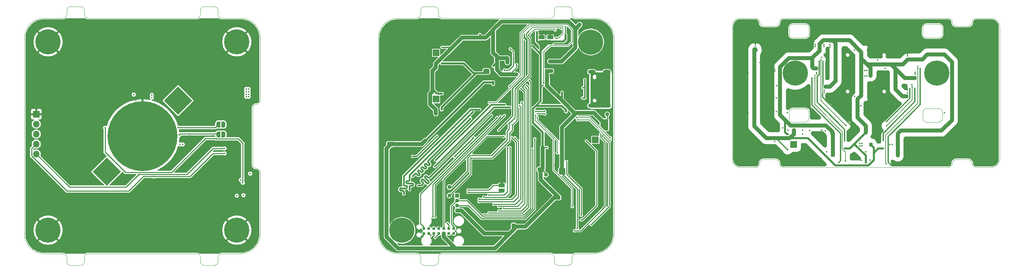
<source format=gbl>
%TF.GenerationSoftware,KiCad,Pcbnew,7.0.2*%
%TF.CreationDate,2023-05-26T09:26:55+02:00*%
%TF.ProjectId,kleinvoet,6b6c6569-6e76-46f6-9574-2e6b69636164,C*%
%TF.SameCoordinates,Original*%
%TF.FileFunction,Copper,L4,Bot*%
%TF.FilePolarity,Positive*%
%FSLAX46Y46*%
G04 Gerber Fmt 4.6, Leading zero omitted, Abs format (unit mm)*
G04 Created by KiCad (PCBNEW 7.0.2) date 2023-05-26 09:26:55*
%MOMM*%
%LPD*%
G01*
G04 APERTURE LIST*
G04 Aperture macros list*
%AMRotRect*
0 Rectangle, with rotation*
0 The origin of the aperture is its center*
0 $1 length*
0 $2 width*
0 $3 Rotation angle, in degrees counterclockwise*
0 Add horizontal line*
21,1,$1,$2,0,0,$3*%
%AMFreePoly0*
4,1,19,0.550000,-0.750000,0.000000,-0.750000,0.000000,-0.744911,-0.071157,-0.744911,-0.207708,-0.704816,-0.327430,-0.627875,-0.420627,-0.520320,-0.479746,-0.390866,-0.500000,-0.250000,-0.500000,0.250000,-0.479746,0.390866,-0.420627,0.520320,-0.327430,0.627875,-0.207708,0.704816,-0.071157,0.744911,0.000000,0.744911,0.000000,0.750000,0.550000,0.750000,0.550000,-0.750000,0.550000,-0.750000,
$1*%
%AMFreePoly1*
4,1,19,0.000000,0.744911,0.071157,0.744911,0.207708,0.704816,0.327430,0.627875,0.420627,0.520320,0.479746,0.390866,0.500000,0.250000,0.500000,-0.250000,0.479746,-0.390866,0.420627,-0.520320,0.327430,-0.627875,0.207708,-0.704816,0.071157,-0.744911,0.000000,-0.744911,0.000000,-0.750000,-0.550000,-0.750000,-0.550000,0.750000,0.000000,0.750000,0.000000,0.744911,0.000000,0.744911,
$1*%
%AMFreePoly2*
4,1,19,0.500000,-0.750000,0.000000,-0.750000,0.000000,-0.744911,-0.071157,-0.744911,-0.207708,-0.704816,-0.327430,-0.627875,-0.420627,-0.520320,-0.479746,-0.390866,-0.500000,-0.250000,-0.500000,0.250000,-0.479746,0.390866,-0.420627,0.520320,-0.327430,0.627875,-0.207708,0.704816,-0.071157,0.744911,0.000000,0.744911,0.000000,0.750000,0.500000,0.750000,0.500000,-0.750000,0.500000,-0.750000,
$1*%
%AMFreePoly3*
4,1,19,0.000000,0.744911,0.071157,0.744911,0.207708,0.704816,0.327430,0.627875,0.420627,0.520320,0.479746,0.390866,0.500000,0.250000,0.500000,-0.250000,0.479746,-0.390866,0.420627,-0.520320,0.327430,-0.627875,0.207708,-0.704816,0.071157,-0.744911,0.000000,-0.744911,0.000000,-0.750000,-0.500000,-0.750000,-0.500000,0.750000,0.000000,0.750000,0.000000,0.744911,0.000000,0.744911,
$1*%
G04 Aperture macros list end*
%TA.AperFunction,ComponentPad*%
%ADD10C,0.800000*%
%TD*%
%TA.AperFunction,ComponentPad*%
%ADD11C,6.400000*%
%TD*%
%TA.AperFunction,ComponentPad*%
%ADD12C,0.500000*%
%TD*%
%TA.AperFunction,SMDPad,CuDef*%
%ADD13R,1.680000X1.680000*%
%TD*%
%TA.AperFunction,ComponentPad*%
%ADD14O,1.950000X0.950000*%
%TD*%
%TA.AperFunction,ComponentPad*%
%ADD15R,1.700000X1.700000*%
%TD*%
%TA.AperFunction,ComponentPad*%
%ADD16O,1.700000X1.700000*%
%TD*%
%TA.AperFunction,ComponentPad*%
%ADD17R,1.000000X1.000000*%
%TD*%
%TA.AperFunction,ComponentPad*%
%ADD18O,1.000000X1.000000*%
%TD*%
%TA.AperFunction,SMDPad,CuDef*%
%ADD19C,1.000000*%
%TD*%
%TA.AperFunction,SMDPad,CuDef*%
%ADD20FreePoly0,270.000000*%
%TD*%
%TA.AperFunction,SMDPad,CuDef*%
%ADD21R,1.500000X1.000000*%
%TD*%
%TA.AperFunction,SMDPad,CuDef*%
%ADD22FreePoly1,270.000000*%
%TD*%
%TA.AperFunction,ConnectorPad*%
%ADD23C,0.787400*%
%TD*%
%TA.AperFunction,SMDPad,CuDef*%
%ADD24FreePoly2,180.000000*%
%TD*%
%TA.AperFunction,SMDPad,CuDef*%
%ADD25FreePoly3,180.000000*%
%TD*%
%TA.AperFunction,SMDPad,CuDef*%
%ADD26RotRect,5.100000X5.100000X45.000000*%
%TD*%
%TA.AperFunction,SMDPad,CuDef*%
%ADD27C,17.800000*%
%TD*%
%TA.AperFunction,ViaPad*%
%ADD28C,0.450000*%
%TD*%
%TA.AperFunction,ViaPad*%
%ADD29C,0.400000*%
%TD*%
%TA.AperFunction,Conductor*%
%ADD30C,0.300000*%
%TD*%
%TA.AperFunction,Conductor*%
%ADD31C,0.500000*%
%TD*%
%TA.AperFunction,Conductor*%
%ADD32C,0.250000*%
%TD*%
%TA.AperFunction,Conductor*%
%ADD33C,1.000000*%
%TD*%
%TA.AperFunction,Conductor*%
%ADD34C,0.440000*%
%TD*%
%TA.AperFunction,Conductor*%
%ADD35C,0.200000*%
%TD*%
%TA.AperFunction,Conductor*%
%ADD36C,0.306310*%
%TD*%
%TA.AperFunction,Profile*%
%ADD37C,0.050000*%
%TD*%
G04 APERTURE END LIST*
%TA.AperFunction,EtchedComponent*%
%TO.C,JP401*%
G36*
X158000000Y-36450000D02*
G01*
X157400000Y-36450000D01*
X157400000Y-35950000D01*
X158000000Y-35950000D01*
X158000000Y-36450000D01*
G37*
%TD.AperFunction*%
%TA.AperFunction,EtchedComponent*%
%TO.C,JP402*%
G36*
X155800000Y-36450000D02*
G01*
X155200000Y-36450000D01*
X155200000Y-35950000D01*
X155800000Y-35950000D01*
X155800000Y-36450000D01*
G37*
%TD.AperFunction*%
%TA.AperFunction,EtchedComponent*%
%TO.C,JP1401*%
G36*
X145700000Y-74200000D02*
G01*
X145100000Y-74200000D01*
X145100000Y-73700000D01*
X145700000Y-73700000D01*
X145700000Y-74200000D01*
G37*
%TD.AperFunction*%
%TD*%
D10*
%TO.P,H201,1,1*%
%TO.N,GND*%
X165600000Y-38050000D03*
X166302944Y-36352944D03*
X166302944Y-39747056D03*
X168000000Y-35650000D03*
D11*
X168000000Y-38050000D03*
D10*
X168000000Y-40450000D03*
X169697056Y-36352944D03*
X169697056Y-39747056D03*
X170400000Y-38050000D03*
%TD*%
%TO.P,H202,1,1*%
%TO.N,GND*%
X117600000Y-86050000D03*
X118302944Y-84352944D03*
X118302944Y-87747056D03*
X120000000Y-83650000D03*
D11*
X120000000Y-86050000D03*
D10*
X120000000Y-88450000D03*
X121697056Y-84352944D03*
X121697056Y-87747056D03*
X122400000Y-86050000D03*
%TD*%
D12*
%TO.P,U801,17,EP*%
%TO.N,GND*%
X128110000Y-52010000D03*
X128110000Y-53190000D03*
D13*
X128700000Y-52600000D03*
D12*
X129290000Y-52010000D03*
X129290000Y-53190000D03*
%TD*%
%TO.P,U701,17,EP*%
%TO.N,GND*%
X128110000Y-40210000D03*
X128110000Y-41390000D03*
D13*
X128700000Y-40800000D03*
D12*
X129290000Y-40210000D03*
X129290000Y-41390000D03*
%TD*%
D14*
%TO.P,J206,S1,SHIELD*%
%TO.N,Earth*%
X168275000Y-54270000D03*
X172100000Y-54270000D03*
X168275000Y-45630000D03*
X172100000Y-45630000D03*
%TD*%
D15*
%TO.P,J303,1,Pin_1*%
%TO.N,GND_GNSS*%
X27000000Y-56425000D03*
D16*
%TO.P,J303,2,Pin_2*%
%TO.N,unconnected-(J303-Pin_2-Pad2)*%
X27000000Y-58965000D03*
%TO.P,J303,3,Pin_3*%
%TO.N,+3.3V_GNSS*%
X27000000Y-61505000D03*
%TO.P,J303,4,Pin_4*%
%TO.N,/GNSS_Module/GPS_TX_RXD*%
X27000000Y-64045000D03*
%TO.P,J303,5,Pin_5*%
%TO.N,/GNSS_Module/GPS_RX_TXD*%
X27000000Y-66585000D03*
%TD*%
D10*
%TO.P,H301,1,1*%
%TO.N,GND_GNSS*%
X80400000Y-38000000D03*
X79697056Y-39697056D03*
X79697056Y-36302944D03*
X78000000Y-40400000D03*
D11*
X78000000Y-38000000D03*
D10*
X78000000Y-35600000D03*
X76302944Y-39697056D03*
X76302944Y-36302944D03*
X75600000Y-38000000D03*
%TD*%
%TO.P,H303,1,1*%
%TO.N,GND_GNSS*%
X80400000Y-86000000D03*
X79697056Y-87697056D03*
X79697056Y-84302944D03*
X78000000Y-88400000D03*
D11*
X78000000Y-86000000D03*
D10*
X78000000Y-83600000D03*
X76302944Y-87697056D03*
X76302944Y-84302944D03*
X75600000Y-86000000D03*
%TD*%
%TO.P,H304,1,1*%
%TO.N,GND_GNSS*%
X32400000Y-86000000D03*
X31697056Y-87697056D03*
X31697056Y-84302944D03*
X30000000Y-88400000D03*
D11*
X30000000Y-86000000D03*
D10*
X30000000Y-83600000D03*
X28302944Y-87697056D03*
X28302944Y-84302944D03*
X27600000Y-86000000D03*
%TD*%
%TO.P,H302,1,1*%
%TO.N,GND_GNSS*%
X32400000Y-38000000D03*
X31697056Y-39697056D03*
X31697056Y-36302944D03*
X30000000Y-40400000D03*
D11*
X30000000Y-38000000D03*
D10*
X30000000Y-35600000D03*
X28302944Y-39697056D03*
X28302944Y-36302944D03*
X27600000Y-38000000D03*
%TD*%
D17*
%TO.P,J203,1,Pin_1*%
%TO.N,GND*%
X134000000Y-77200000D03*
D18*
%TO.P,J203,2,Pin_2*%
%TO.N,/VCP_TX*%
X134000000Y-78470000D03*
%TO.P,J203,3,Pin_3*%
%TO.N,/VCP_RX*%
X134000000Y-79740000D03*
%TO.P,J203,4,Pin_4*%
%TO.N,+3V3*%
X134000000Y-81010000D03*
%TD*%
D10*
%TO.P,H1001,1,1*%
%TO.N,GND_SENSOR*%
X253600000Y-46000000D03*
X254302944Y-44302944D03*
X254302944Y-47697056D03*
X256000000Y-43600000D03*
D11*
X256000000Y-46000000D03*
D10*
X256000000Y-48400000D03*
X257697056Y-44302944D03*
X257697056Y-47697056D03*
X258400000Y-46000000D03*
%TD*%
D12*
%TO.P,U1701,17,EP*%
%TO.N,GND_SENSOR*%
X220190000Y-64790000D03*
X220190000Y-63610000D03*
D13*
X219600000Y-64200000D03*
D12*
X219010000Y-64790000D03*
X219010000Y-63610000D03*
%TD*%
D10*
%TO.P,H1002,1,1*%
%TO.N,GND_SENSOR*%
X217600000Y-46000000D03*
X218302944Y-44302944D03*
X218302944Y-47697056D03*
X220000000Y-43600000D03*
D11*
X220000000Y-46000000D03*
D10*
X220000000Y-48400000D03*
X221697056Y-44302944D03*
X221697056Y-47697056D03*
X222400000Y-46000000D03*
%TD*%
D12*
%TO.P,U901,17,VSS*%
%TO.N,GND*%
X168604500Y-63581200D03*
X169784500Y-63581200D03*
D13*
X169194500Y-62991200D03*
D12*
X168604500Y-62401200D03*
X169784500Y-62401200D03*
%TD*%
D19*
%TO.P,TP902,1,1*%
%TO.N,VCC*%
X172200000Y-56500000D03*
%TD*%
D20*
%TO.P,JP401,1,A*%
%TO.N,GND*%
X157700000Y-35550000D03*
D21*
%TO.P,JP401,2,C*%
%TO.N,Net-(JP401-C)*%
X157700000Y-36850000D03*
D22*
%TO.P,JP401,3,B*%
%TO.N,+3V3*%
X157700000Y-38150000D03*
%TD*%
D20*
%TO.P,JP402,1,A*%
%TO.N,GND*%
X155500000Y-35550000D03*
D21*
%TO.P,JP402,2,C*%
%TO.N,Net-(JP402-C)*%
X155500000Y-36850000D03*
D22*
%TO.P,JP402,3,B*%
%TO.N,+3V3*%
X155500000Y-38150000D03*
%TD*%
D19*
%TO.P,TP406,1,1*%
%TO.N,/I2C1_SDA*%
X132075000Y-77175000D03*
%TD*%
%TO.P,TP407,1,1*%
%TO.N,/I2C1_SCL*%
X132075000Y-75025000D03*
%TD*%
%TO.P,TP904,1,1*%
%TO.N,+3.3VADC*%
X165200000Y-33600000D03*
%TD*%
D23*
%TO.P,J202,1,NC*%
%TO.N,unconnected-(J202-NC-Pad1)*%
X133210000Y-86835000D03*
%TO.P,J202,2,NC*%
%TO.N,unconnected-(J202-NC-Pad2)*%
X131940000Y-86835000D03*
%TO.P,J202,3,VCC*%
%TO.N,+3V3*%
X130670000Y-86835000D03*
%TO.P,J202,4,JTMS/SWDIO*%
%TO.N,/SWDIO*%
X129400000Y-86835000D03*
%TO.P,J202,5,GND*%
%TO.N,GND*%
X128130000Y-86835000D03*
%TO.P,J202,6,JCLK/SWCLK*%
%TO.N,/SWCLK*%
X126860000Y-86835000D03*
%TO.P,J202,7,GND*%
%TO.N,GND*%
X125590000Y-86835000D03*
%TO.P,J202,8,JTDO/SWO*%
%TO.N,/SWO*%
X125590000Y-85565000D03*
%TO.P,J202,9,JRCLK/NC*%
%TO.N,unconnected-(J202-JRCLK{slash}NC-Pad9)*%
X126860000Y-85565000D03*
%TO.P,J202,10,JTDI/NC*%
%TO.N,unconnected-(J202-JTDI{slash}NC-Pad10)*%
X128130000Y-85565000D03*
%TO.P,J202,11,GNDDetect*%
%TO.N,GND*%
X129400000Y-85565000D03*
%TO.P,J202,12,~{RST}*%
%TO.N,/~{RST}*%
X130670000Y-85565000D03*
%TO.P,J202,13,VCP_RX*%
%TO.N,/VCP_RX*%
X131940000Y-85565000D03*
%TO.P,J202,14,VCP_TX*%
%TO.N,/VCP_TX*%
X133210000Y-85565000D03*
%TD*%
D20*
%TO.P,JP1401,1,A*%
%TO.N,GND*%
X145400000Y-73300000D03*
D21*
%TO.P,JP1401,2,C*%
%TO.N,/EnviromentalSensor/I2C_ADDR_SEL*%
X145400000Y-74600000D03*
D22*
%TO.P,JP1401,3,B*%
%TO.N,+3V3*%
X145400000Y-75900000D03*
%TD*%
D24*
%TO.P,JP2,1,A*%
%TO.N,/GNSS_Module/GNSS_CONN_INT*%
X74600000Y-59075000D03*
D25*
%TO.P,JP2,2,B*%
%TO.N,/GNSS_Module/GNSS_EXT_INT*%
X73300000Y-59075000D03*
%TD*%
D19*
%TO.P,TP903,1,1*%
%TO.N,+3V3*%
X156600000Y-71900000D03*
%TD*%
D26*
%TO.P,BT301,1,+*%
%TO.N,/GNSS_Module/BATT+*%
X44949033Y-71092211D03*
X63050967Y-52990277D03*
D27*
%TO.P,BT301,2,-*%
%TO.N,GND_GNSS*%
X54000000Y-62041244D03*
%TD*%
D24*
%TO.P,JP1,1,A*%
%TO.N,/GNSS_Module/GNSS_CONN_~{RESET}*%
X74600000Y-61625000D03*
D25*
%TO.P,JP1,2,B*%
%TO.N,/GNSS_Module/GNSS_~{RESET}*%
X73300000Y-61625000D03*
%TD*%
D28*
%TO.N,Earth*%
X172100000Y-47600000D03*
X172100000Y-49900000D03*
X172100000Y-52300000D03*
%TO.N,+3V3*%
X154800000Y-70800000D03*
X155900000Y-49055000D03*
X136790000Y-76380000D03*
X143200000Y-48300000D03*
X148700000Y-84600000D03*
X161400000Y-37600000D03*
X159600000Y-78000000D03*
X148100000Y-85100000D03*
X116600000Y-63800000D03*
X154800000Y-70300000D03*
X148700000Y-85100000D03*
X159100000Y-77400000D03*
X155300000Y-70800000D03*
X153230000Y-39050000D03*
X161600000Y-36850000D03*
X155800000Y-70300000D03*
X155300000Y-53100000D03*
X154300000Y-36000000D03*
X161600000Y-36100000D03*
X155800000Y-64900000D03*
X156900000Y-64900000D03*
X154300000Y-35450000D03*
X117800000Y-63800000D03*
X133800000Y-66900000D03*
X155435000Y-60735000D03*
X148100000Y-84600000D03*
X125900000Y-63200000D03*
X130670000Y-87670000D03*
X137900000Y-62800000D03*
X135000000Y-81300000D03*
X159100000Y-78000000D03*
X135000000Y-80800000D03*
X160100000Y-78000000D03*
X159600000Y-77400000D03*
X143200000Y-48800000D03*
X161710000Y-55250000D03*
X148100000Y-85600000D03*
X161563000Y-34074500D03*
X160100000Y-77400000D03*
X155800000Y-70800000D03*
X133400000Y-67300000D03*
X138200000Y-62400000D03*
X161700000Y-55800000D03*
X148700000Y-85600000D03*
%TO.N,/GNSS_Module/BATT+*%
X44900000Y-67900000D03*
X66250000Y-53000000D03*
X59800000Y-53000000D03*
X41750000Y-71100000D03*
X44950000Y-74300000D03*
X51800000Y-51450000D03*
X63050000Y-49800000D03*
X48100000Y-71100000D03*
X63050000Y-56150000D03*
%TO.N,+3.3VADC*%
X146800000Y-42150000D03*
X143200000Y-40000000D03*
X143200000Y-39000000D03*
X130200000Y-51200000D03*
X157500000Y-42700000D03*
X143200000Y-35000000D03*
X128600000Y-56290000D03*
X143200000Y-44200000D03*
X158000000Y-42700000D03*
X146800000Y-43250000D03*
X128600000Y-55290000D03*
X157500000Y-43200000D03*
X143200000Y-36000000D03*
X139800000Y-36100000D03*
X128600000Y-44490000D03*
X149170000Y-46350000D03*
X149157820Y-43815640D03*
X130200000Y-39400000D03*
X128600000Y-43490000D03*
X158000000Y-43200000D03*
%TO.N,VCC*%
X172200000Y-59500000D03*
X158200000Y-45700000D03*
X170800000Y-58000000D03*
X172200000Y-58800000D03*
X158200000Y-45200000D03*
X171500000Y-58800000D03*
X171500000Y-58000000D03*
X160700000Y-71100000D03*
X160200000Y-71100000D03*
X160700000Y-71600000D03*
X172200000Y-58000000D03*
X160200000Y-71600000D03*
X157700000Y-45700000D03*
X164600000Y-85579700D03*
X170800000Y-58800000D03*
X157700000Y-45200000D03*
X160700000Y-50900000D03*
X172200000Y-60200000D03*
%TO.N,VBUS*%
X166500000Y-52300000D03*
X166500000Y-47600000D03*
X166500000Y-48150000D03*
X165950000Y-52300000D03*
X166050000Y-49700000D03*
%TO.N,/~{RST}*%
X145850000Y-62099500D03*
X137500000Y-66200000D03*
%TO.N,GND_GNSS*%
X78000000Y-66700000D03*
X42000000Y-86000000D03*
X72000000Y-80000000D03*
X30000000Y-62000000D03*
X72000000Y-74000000D03*
X36000000Y-44000000D03*
X48000000Y-38000000D03*
X42000000Y-80000000D03*
X36000000Y-68000000D03*
X36000000Y-50000000D03*
X66000000Y-80000000D03*
X54000000Y-86000000D03*
X78000000Y-80000000D03*
X78000000Y-62000000D03*
X48000000Y-44000000D03*
X77500000Y-64200000D03*
X36000000Y-56000000D03*
X60000000Y-80000000D03*
X54000000Y-44000000D03*
X30000000Y-74000000D03*
X78300000Y-64200000D03*
X66000000Y-68000000D03*
X42000000Y-56000000D03*
X72000000Y-44000000D03*
X54000000Y-74000000D03*
X42000000Y-44000000D03*
X36000000Y-38000000D03*
X36000000Y-74000000D03*
X57325000Y-52250000D03*
X66000000Y-44000000D03*
X66000000Y-74000000D03*
X66000000Y-50000000D03*
X52350000Y-52900000D03*
X48000000Y-56000000D03*
X42000000Y-38000000D03*
X48000000Y-80000000D03*
X42000000Y-50000000D03*
X81400000Y-74800000D03*
X48000000Y-50000000D03*
X57325000Y-51550000D03*
X42000000Y-62000000D03*
X60000000Y-74000000D03*
X64300000Y-65100000D03*
X30000000Y-56000000D03*
X54000000Y-38000000D03*
X42000000Y-68000000D03*
X30000000Y-80000000D03*
X48000000Y-68000000D03*
X60000000Y-38000000D03*
X72000000Y-38000000D03*
X78300000Y-59200000D03*
X48000000Y-86000000D03*
X77500000Y-63600000D03*
X77500000Y-58600000D03*
X30000000Y-44000000D03*
X60000000Y-86000000D03*
X48000000Y-74000000D03*
X42000000Y-74000000D03*
X30000000Y-50000000D03*
X60000000Y-56000000D03*
X66000000Y-56000000D03*
X78000000Y-44000000D03*
X72000000Y-68000000D03*
X78300000Y-63600000D03*
X72000000Y-56000000D03*
X63600000Y-65100000D03*
X66000000Y-38000000D03*
X54000000Y-62000000D03*
X60000000Y-44000000D03*
X54000000Y-50000000D03*
X60000000Y-50000000D03*
X66000000Y-62000000D03*
X77500000Y-59200000D03*
X36000000Y-80000000D03*
X72000000Y-50000000D03*
X72000000Y-86000000D03*
X60000000Y-68000000D03*
X36000000Y-86000000D03*
X78300000Y-58600000D03*
X30000000Y-68000000D03*
X36000000Y-62000000D03*
X66000000Y-86000000D03*
X72000000Y-62000000D03*
X54000000Y-80000000D03*
%TO.N,/SWCLK*%
X145079122Y-57079122D03*
X127362500Y-87337500D03*
X127800000Y-82600000D03*
%TO.N,/SWDIO*%
X146076393Y-56824868D03*
X128400000Y-87850000D03*
X128400000Y-82600000D03*
D29*
%TO.N,/SDIO_D2*%
X120450000Y-76815645D03*
X139790300Y-55233000D03*
%TO.N,/SDIO_D3*%
X138100000Y-55800000D03*
X121910000Y-75740000D03*
%TO.N,/SDIO_CMD*%
X124100000Y-74619503D03*
X142800000Y-56800000D03*
%TO.N,/SDIO_D0*%
X147450000Y-54650000D03*
X128325000Y-69775000D03*
%TO.N,/SDIO_D1*%
X128550000Y-68150000D03*
X146097369Y-54000000D03*
D28*
%TO.N,/Power/SYSOFF*%
X165600000Y-83400000D03*
X166900000Y-63265700D03*
%TO.N,GND*%
X145900000Y-72225000D03*
X123450000Y-73650000D03*
X143500000Y-69600000D03*
X157250000Y-67500000D03*
X149911303Y-53705330D03*
X120800000Y-46500000D03*
X143200000Y-47200000D03*
X147550000Y-50850000D03*
X157538500Y-35404627D03*
X142100000Y-80200000D03*
X124200000Y-59300000D03*
X143500000Y-72200000D03*
X139200000Y-51200000D03*
X132650000Y-67850000D03*
X124100000Y-74048003D03*
X162071800Y-34478200D03*
X126800000Y-46500000D03*
X128400000Y-67450000D03*
X142700000Y-45950000D03*
X147400000Y-85100000D03*
X144200000Y-48300000D03*
X122800000Y-57600000D03*
X156600000Y-81400000D03*
X159150000Y-41100000D03*
X140300000Y-68300000D03*
X134800000Y-46500000D03*
X147465000Y-37500000D03*
X148300000Y-69600000D03*
X163200000Y-83400000D03*
X130100000Y-56290000D03*
X168050000Y-33400000D03*
X142000000Y-42400000D03*
X158801502Y-36500000D03*
X164400000Y-41200000D03*
X156200000Y-83500000D03*
X126400000Y-44490000D03*
X137921148Y-54000000D03*
X142150000Y-85400000D03*
X132500000Y-73400000D03*
X145700000Y-68800000D03*
X124800000Y-34200000D03*
X128800000Y-46500000D03*
X128600000Y-48900000D03*
X118300000Y-39700000D03*
X159100000Y-78700000D03*
X156000000Y-56848500D03*
X141600000Y-70700000D03*
X173250000Y-66500000D03*
X165300000Y-66500000D03*
X144550000Y-40800000D03*
X164600000Y-61000000D03*
X145172732Y-60726561D03*
X149400000Y-37500000D03*
D29*
X146153850Y-53453500D03*
D28*
X138300000Y-56500000D03*
X169400000Y-88500000D03*
X139800000Y-68200000D03*
X158000000Y-69250000D03*
X157700000Y-73100000D03*
X165500000Y-69050000D03*
X117700000Y-51500000D03*
X128600000Y-37100000D03*
X145100000Y-80550500D03*
X147400000Y-85600000D03*
X146300000Y-69200000D03*
X115200000Y-62500000D03*
X153500000Y-44800000D03*
X146800000Y-85100000D03*
X120600000Y-55400000D03*
X154400000Y-47200000D03*
X159600000Y-78700000D03*
X132800000Y-57600000D03*
X124800000Y-46500000D03*
X170500000Y-42500000D03*
X145700000Y-33700000D03*
X146200000Y-33700000D03*
X118300000Y-52100000D03*
X160450000Y-35700000D03*
X147500000Y-55250000D03*
X159100000Y-79300000D03*
X158250000Y-46300000D03*
X127900000Y-67950000D03*
X158550000Y-41100000D03*
X148800000Y-59250000D03*
X145850000Y-73200000D03*
X139400000Y-65150000D03*
X154800000Y-62200000D03*
X130100000Y-44490000D03*
X119850000Y-73450000D03*
X132800000Y-34200000D03*
X149150000Y-45350000D03*
X141200000Y-47200000D03*
X140300000Y-60200000D03*
X157500000Y-69250000D03*
X154400000Y-45200000D03*
X166000000Y-69050000D03*
X147250000Y-41300000D03*
X160100000Y-79300000D03*
X157900000Y-66150000D03*
X145600000Y-35600000D03*
X132800000Y-46500000D03*
X154625500Y-39400000D03*
X149200000Y-33700000D03*
X122800000Y-34200000D03*
X117800000Y-65800000D03*
X143250000Y-43200000D03*
X154700000Y-86350000D03*
X166000000Y-69550000D03*
X123300000Y-47700000D03*
X130444259Y-61144259D03*
X148300000Y-67600000D03*
X153300000Y-42550000D03*
X157100000Y-63150000D03*
X154400000Y-43250000D03*
X136300000Y-38600000D03*
X161650000Y-63150000D03*
X147200000Y-47200000D03*
X164900000Y-55050000D03*
X117700000Y-40300000D03*
X171100000Y-66450000D03*
X149215000Y-41117864D03*
X139200000Y-41200000D03*
X124800000Y-57600000D03*
X166500000Y-53550000D03*
X157750000Y-46800000D03*
X130800000Y-46500000D03*
X123500000Y-35800000D03*
X164400000Y-63100000D03*
X118300000Y-51500000D03*
X168200000Y-57050000D03*
X163300000Y-70500000D03*
X136000000Y-42900000D03*
X115250000Y-60300000D03*
X140600000Y-65150000D03*
X118300000Y-40300000D03*
X160150000Y-58650000D03*
X147400000Y-84600000D03*
X161650000Y-38350000D03*
X153300000Y-41950000D03*
X123300000Y-78900000D03*
X148900000Y-42450000D03*
X130000000Y-84600000D03*
X166450000Y-43250000D03*
X120800000Y-34200000D03*
X163900000Y-78400000D03*
X149400000Y-35600000D03*
X139200000Y-49100500D03*
X136300000Y-50400000D03*
X129500000Y-74400000D03*
X148900000Y-43300000D03*
X143400000Y-61300000D03*
X159700000Y-83900000D03*
X166500000Y-46800000D03*
X125200000Y-87500000D03*
X159150000Y-61250000D03*
X140800000Y-80200000D03*
X122600000Y-36500000D03*
X122900000Y-35800000D03*
X170500000Y-66450000D03*
X139150000Y-71600000D03*
X141600000Y-71600000D03*
X161700000Y-50900000D03*
X139200000Y-45200000D03*
X146000000Y-65900000D03*
X120600000Y-43600000D03*
X122600000Y-45200000D03*
X144600000Y-85450000D03*
X159600000Y-79300000D03*
X171100000Y-66950000D03*
X165800000Y-47400000D03*
X136000000Y-54700000D03*
X173250000Y-64500000D03*
X130800000Y-34200000D03*
X158000000Y-69750000D03*
X153100000Y-47200000D03*
X159700000Y-38498500D03*
X172200000Y-84300000D03*
X158950000Y-69250000D03*
X151676502Y-37749919D03*
X140800000Y-39000000D03*
X162800000Y-70500000D03*
X171050000Y-62000000D03*
X128600000Y-38100000D03*
X143600000Y-88900000D03*
X145750000Y-58200000D03*
X143500000Y-73150000D03*
X153200000Y-39950000D03*
X148300000Y-72200000D03*
X149700000Y-33700000D03*
X129854112Y-75754112D03*
X135800000Y-71200000D03*
X143500000Y-70700000D03*
X126800000Y-57600000D03*
X144550000Y-40300000D03*
X119800000Y-71300000D03*
X163350000Y-52900000D03*
X143351475Y-56805481D03*
X146800000Y-84600000D03*
X148300000Y-66600000D03*
X169400000Y-84300000D03*
X147500000Y-35600000D03*
X122800000Y-46500000D03*
X119100000Y-61500000D03*
X159450000Y-69250000D03*
X128800000Y-34200000D03*
X166551500Y-41700000D03*
X166300000Y-66550000D03*
X129200000Y-89300000D03*
X118800000Y-57600000D03*
X139200000Y-43200000D03*
X158550000Y-40600000D03*
X149750000Y-41251500D03*
X170500000Y-66950000D03*
X136800000Y-46500000D03*
X132400000Y-68400000D03*
X147750000Y-41350000D03*
X140800000Y-35000000D03*
X139200000Y-65800000D03*
X117700000Y-39700000D03*
D29*
X128000000Y-69300000D03*
D28*
X165800000Y-47900000D03*
X147250000Y-56600000D03*
X162800000Y-71000000D03*
X140800000Y-36000000D03*
X150722085Y-49476500D03*
X163900000Y-41200000D03*
X164500000Y-59000000D03*
X159150000Y-40600000D03*
X137100000Y-73300000D03*
X122600000Y-48300000D03*
D29*
X121850000Y-76286500D03*
D28*
X139900000Y-60600000D03*
X139200000Y-39200000D03*
X128800000Y-57600000D03*
X161700000Y-66700000D03*
X149600000Y-60800000D03*
X120237477Y-71654298D03*
X159450000Y-69750000D03*
X143200000Y-45950000D03*
X165200000Y-47900000D03*
X126400000Y-56290000D03*
X165200000Y-47400000D03*
X136800000Y-34200000D03*
X164400000Y-62000000D03*
X141600000Y-65800000D03*
X120300000Y-71100000D03*
X165750000Y-67600000D03*
X117700000Y-52100000D03*
X128650000Y-71900000D03*
X120600000Y-38300000D03*
X144200000Y-48800000D03*
X160100000Y-78700000D03*
X145500000Y-39500000D03*
X148300000Y-65600000D03*
X139200000Y-34200000D03*
X138600000Y-73200000D03*
X126400000Y-43490000D03*
X172200000Y-78300000D03*
X134800000Y-34200000D03*
X129600000Y-78900000D03*
X145600000Y-37500000D03*
X119050000Y-78950000D03*
X145200000Y-47200000D03*
X126800000Y-34200000D03*
X146800000Y-85600000D03*
X157500000Y-69750000D03*
X143250000Y-42200000D03*
X159700000Y-73100000D03*
X163450000Y-58650000D03*
X139800000Y-54661500D03*
X163200000Y-82200000D03*
X122700000Y-47700000D03*
X141600000Y-64300000D03*
X153400000Y-50250000D03*
X148300000Y-68600000D03*
X172350000Y-40900000D03*
X162300000Y-49700000D03*
X128600000Y-49900000D03*
X155400000Y-85000000D03*
X135100000Y-35200000D03*
X160000000Y-36150000D03*
X125234213Y-64934213D03*
X166500000Y-53050000D03*
X120450000Y-77387145D03*
X126400000Y-55290000D03*
X139200000Y-68700000D03*
X139200000Y-70700000D03*
X163300000Y-71000000D03*
X135400000Y-56491776D03*
X137695888Y-58195888D03*
X164900000Y-52900000D03*
X140800000Y-40000000D03*
X153950000Y-52950000D03*
X120600000Y-50100000D03*
X137800000Y-56979177D03*
X148300000Y-70300000D03*
X127800000Y-88100000D03*
X157800000Y-89050000D03*
X158250000Y-46800000D03*
X122600000Y-56900000D03*
X146100000Y-71400000D03*
X139200000Y-47200000D03*
X120800000Y-57600000D03*
X156200000Y-52800000D03*
X139850000Y-88750000D03*
X166500000Y-46300000D03*
X123157296Y-72650929D03*
X119900000Y-69650000D03*
X155900000Y-55000000D03*
X162900000Y-67600000D03*
X115400000Y-63800000D03*
X134350000Y-61500000D03*
X129500000Y-77600000D03*
X145550000Y-44200000D03*
X159450000Y-46300000D03*
X165500000Y-69550000D03*
X168100000Y-80400000D03*
X129850000Y-61750000D03*
X123800000Y-88900000D03*
X158950000Y-69750000D03*
X149400000Y-39500000D03*
X159450000Y-46800000D03*
X148300000Y-73050000D03*
X157750000Y-46300000D03*
%TO.N,/V_MONITOR*%
X154000000Y-56816200D03*
X163300000Y-80000000D03*
%TO.N,/I_CHARGE*%
X154400000Y-57300500D03*
X159525000Y-66305000D03*
%TO.N,/VCP_RX*%
X153749500Y-62749500D03*
X131600000Y-84300000D03*
%TO.N,/VCP_TX*%
X153224500Y-65400000D03*
%TO.N,/LED_STATUS_B*%
X156300000Y-55700000D03*
X154000000Y-55816700D03*
%TO.N,/LED_STATUS_O*%
X156350000Y-56350000D03*
X154500000Y-56300000D03*
%TO.N,+1V8*%
X238000000Y-67000000D03*
X246100000Y-61400000D03*
X229900000Y-61400000D03*
X246100000Y-63600000D03*
X229350000Y-38100000D03*
X238000000Y-60000000D03*
X229900000Y-67000000D03*
X229400000Y-61400000D03*
X238000000Y-61100000D03*
X218180000Y-61510000D03*
X229900000Y-64800000D03*
X238950000Y-46700000D03*
X246100000Y-64800000D03*
X236550000Y-45300000D03*
X237050000Y-45300000D03*
X229400000Y-62500000D03*
X248570000Y-42800000D03*
X248550000Y-52100000D03*
X233600000Y-65200000D03*
X228850000Y-37600000D03*
X228850000Y-38100000D03*
X238000000Y-59400000D03*
X238000000Y-68800000D03*
X238000000Y-60500000D03*
X250500000Y-47450000D03*
X229900000Y-62500000D03*
X239450000Y-46700000D03*
X225500000Y-45050000D03*
X246100000Y-62500000D03*
X229900000Y-63600000D03*
X248570000Y-42300000D03*
X229350000Y-37600000D03*
X248550000Y-51600000D03*
X238000000Y-67600000D03*
X227450000Y-49700000D03*
X227450000Y-49200000D03*
X246100000Y-67000000D03*
X225500000Y-44550000D03*
X232600000Y-65200000D03*
X238000000Y-68200000D03*
X229400000Y-63600000D03*
X229900000Y-65900000D03*
X250500000Y-46950000D03*
X246100000Y-65900000D03*
%TO.N,/SWO*%
X144179122Y-57279122D03*
D29*
%TO.N,/SDIO_CD*%
X122700000Y-67200000D03*
X128925000Y-62025000D03*
D28*
%TO.N,/CONN_MOSI*%
X145875000Y-80449000D03*
X150258244Y-49908244D03*
%TO.N,/CONN_MISO*%
X144650000Y-81075500D03*
X151348889Y-49638645D03*
%TO.N,/CONN_SCK*%
X150450000Y-53500000D03*
X144625000Y-79949500D03*
D29*
%TO.N,/ADC_SAI_FS*%
X144569358Y-60525500D03*
X151125000Y-37750500D03*
D28*
%TO.N,/LORA_~{SS}*%
X151700000Y-49074500D03*
X142150000Y-81575500D03*
%TO.N,/LORA_~{RST}*%
X140900000Y-82100000D03*
X152400000Y-47849500D03*
%TO.N,/LORA_INT*%
X148758537Y-62516781D03*
X139600000Y-78700000D03*
%TO.N,/EPD_~{SS}*%
X149828215Y-54275812D03*
X143400000Y-79400000D03*
%TO.N,/EPD_~{CMD}*%
X146912882Y-65109733D03*
X142100000Y-77075500D03*
%TO.N,/EPD_~{RST}*%
X140800000Y-77575500D03*
X147474500Y-64900000D03*
%TO.N,/EPD_BUSY*%
X147950000Y-62450000D03*
X139600000Y-78100497D03*
%TO.N,/ADC_Interface/VCM*%
X141700000Y-45950000D03*
X130100000Y-55290000D03*
X130100000Y-43490000D03*
X141200000Y-45950000D03*
%TO.N,Net-(JP401-C)*%
X157548614Y-36830716D03*
%TO.N,Net-(JP402-C)*%
X155958638Y-36763667D03*
%TO.N,/GNSS_Module/TIMEPULSE*%
X72750000Y-62650000D03*
X44500000Y-59900000D03*
X79522337Y-73918502D03*
%TO.N,/Power/~{PGOOD}*%
X171500000Y-62500000D03*
X168100000Y-84600000D03*
%TO.N,/BATT_~{CHG}*%
X170500000Y-61500000D03*
X163900000Y-86200000D03*
%TO.N,/AVCC_EN*%
X147384300Y-49334300D03*
X156048500Y-48497952D03*
%TO.N,/I2C1_SDA*%
X158950000Y-34950000D03*
X152150191Y-36344830D03*
X148050000Y-59250000D03*
X137500000Y-67600000D03*
%TO.N,/I2C1_SCL*%
X147250000Y-58767700D03*
X152150000Y-35350000D03*
X138000000Y-67000000D03*
X160449500Y-34519500D03*
%TO.N,/CHARGE_EN1*%
X164400000Y-57300000D03*
X173000000Y-62500000D03*
%TO.N,/CHARGE_EN2*%
X164700000Y-57900000D03*
X172900000Y-63107107D03*
%TO.N,/MAG_INT*%
X159200000Y-37050000D03*
X142250000Y-53500000D03*
%TO.N,/ADC_Interface/ADC_~{RST}*%
X146016726Y-45200000D03*
X147592930Y-39792605D03*
%TO.N,/Power/DVCC_EN*%
X161850000Y-68550000D03*
X165600000Y-82200000D03*
%TO.N,/EnviromentalSensor/I2C_ADDR_SEL*%
X136800000Y-75775000D03*
D29*
%TO.N,/Sensor_board/Buffer/PAIR_C*%
X226592153Y-42539352D03*
X232900000Y-59300000D03*
%TO.N,/Sensor_board/Buffer/PAIR_D*%
X232800000Y-68400000D03*
X225000000Y-47200000D03*
%TO.N,/Sensor_board/Buffer/PAIR_B*%
X249800000Y-49450000D03*
X243200000Y-59400000D03*
D28*
%TO.N,+3.3V_GNSS*%
X80400000Y-51400000D03*
X80400000Y-50000000D03*
X81000000Y-51350000D03*
X81400000Y-71600000D03*
X79700000Y-77100000D03*
X56375000Y-51525000D03*
X64250000Y-64150000D03*
X80400000Y-50700000D03*
X81000000Y-52000000D03*
X81000000Y-50700000D03*
X63600000Y-64150000D03*
X78000000Y-77200000D03*
X56375000Y-52250000D03*
X79000000Y-73200000D03*
X81000000Y-50000000D03*
X80400000Y-52000000D03*
%TO.N,GND_SENSOR*%
X244100000Y-64200000D03*
X237750000Y-46700000D03*
X235100000Y-42600000D03*
X212750000Y-45600000D03*
X213550000Y-64350000D03*
X211700000Y-38600000D03*
X240028350Y-59675249D03*
X235997950Y-59701550D03*
X251200000Y-44248497D03*
X237000000Y-64500000D03*
X229350000Y-54400000D03*
X227700000Y-60700000D03*
X237000000Y-63900000D03*
X227350000Y-38650000D03*
X226000000Y-46500000D03*
X251800000Y-52300000D03*
X250500000Y-46250000D03*
X206200000Y-37700000D03*
X238000000Y-56000000D03*
X215200000Y-55800000D03*
X238250000Y-45300000D03*
X235000000Y-67300000D03*
X248550000Y-50300000D03*
X250450000Y-49850000D03*
X212250000Y-45600000D03*
X211750000Y-45600000D03*
X242400000Y-63150000D03*
X239250000Y-37700000D03*
X248550000Y-51000000D03*
X239250000Y-54300000D03*
X235100000Y-50650000D03*
X268000000Y-46000000D03*
X234350000Y-59251500D03*
X218000000Y-56000000D03*
X235100000Y-41350000D03*
X240950000Y-49375000D03*
X225500000Y-45750000D03*
X233600000Y-63200000D03*
X231400000Y-59150000D03*
X223650000Y-60600000D03*
X238000000Y-36000000D03*
X222700000Y-68900000D03*
X238000000Y-37700000D03*
X247350000Y-58450000D03*
X251800000Y-49900000D03*
X228150000Y-55900000D03*
X215150000Y-59900000D03*
X245300000Y-58400000D03*
X228000000Y-66000000D03*
X242900000Y-46000000D03*
X227450000Y-41100000D03*
X248600000Y-53000000D03*
X242900000Y-44750000D03*
X228850000Y-38750000D03*
X228000000Y-36000000D03*
X214800000Y-45500000D03*
X227350000Y-39150000D03*
X233150000Y-44750000D03*
X209900000Y-39100000D03*
X227450000Y-50400000D03*
X230400000Y-60200000D03*
X268000000Y-56000000D03*
X250500000Y-45750000D03*
X231100000Y-68771500D03*
X240950000Y-50650000D03*
X228850000Y-39250000D03*
X236750000Y-37700000D03*
X258000000Y-66000000D03*
X211900000Y-49300000D03*
X231550300Y-63171500D03*
X215250000Y-52350000D03*
X220300000Y-39150000D03*
X235100000Y-49350000D03*
X208000000Y-66000000D03*
X227200000Y-52300000D03*
X244550000Y-69500000D03*
X225150000Y-38650000D03*
X268000000Y-36000000D03*
X242900000Y-47250000D03*
X225000000Y-46648497D03*
X224300000Y-54100000D03*
X235100000Y-51900000D03*
X240900000Y-40100000D03*
X236750000Y-54300000D03*
X211600000Y-43300000D03*
X240900000Y-41350000D03*
X227450000Y-41600000D03*
X212250000Y-45100000D03*
X248000000Y-36000000D03*
X225650000Y-50750000D03*
X221880000Y-61510000D03*
X221880000Y-60510000D03*
X216800000Y-59950000D03*
X215321500Y-49200000D03*
X238000000Y-54300000D03*
X236500000Y-64500000D03*
X232600000Y-63200000D03*
X226140653Y-42901314D03*
X226675000Y-67700000D03*
X227050000Y-43001500D03*
X226700000Y-41998497D03*
X242948500Y-60822769D03*
X218500000Y-39150000D03*
X268000000Y-66000000D03*
X208000000Y-46000000D03*
X232200000Y-57300000D03*
X226700000Y-60550000D03*
X213700000Y-39150000D03*
X225500000Y-46250000D03*
X244700000Y-64200000D03*
X211750000Y-45100000D03*
X214800000Y-45000000D03*
X227450000Y-50900000D03*
X240950000Y-51925000D03*
X218500000Y-38650000D03*
X231550300Y-64300000D03*
X208000000Y-56000000D03*
X214800000Y-63401500D03*
X243700000Y-65400000D03*
X212750000Y-45100000D03*
X209900000Y-38600000D03*
X208000000Y-36000000D03*
X227050000Y-62500000D03*
X218180000Y-60510000D03*
X249198500Y-49901500D03*
X248570000Y-41600000D03*
X219680000Y-67900000D03*
X220300000Y-38650000D03*
X227050000Y-47950000D03*
X240950000Y-42650000D03*
X227300000Y-57100000D03*
X250150000Y-55700000D03*
X238000000Y-66000000D03*
X220750000Y-52400000D03*
X239100000Y-68150000D03*
X211100000Y-43275000D03*
X251800000Y-44800000D03*
X248000000Y-66000000D03*
X225150000Y-39150000D03*
X224300000Y-50700000D03*
X243688800Y-63100000D03*
X258000000Y-56000000D03*
X236500000Y-63900000D03*
X212050000Y-59700000D03*
X212000000Y-55850000D03*
X235100000Y-40100000D03*
X217450000Y-68950000D03*
X251800000Y-47100000D03*
X218000000Y-36000000D03*
X235100000Y-61400000D03*
X245950000Y-55700000D03*
X212000000Y-52300000D03*
X238250000Y-46700000D03*
X258000000Y-36000000D03*
X249650000Y-48898497D03*
X250450000Y-52300000D03*
X236820894Y-68243143D03*
X219680000Y-66900000D03*
X233150000Y-47250000D03*
X237750000Y-45300000D03*
X243250000Y-58348500D03*
X224300000Y-47200000D03*
X213700000Y-38650000D03*
X248000000Y-55700000D03*
X248570000Y-41100000D03*
X233150000Y-46000000D03*
X211700000Y-39100000D03*
%TO.N,+3.3V_SENSOR*%
X210157820Y-39615640D03*
X218100000Y-65500000D03*
X219680000Y-60510000D03*
X219680000Y-61510000D03*
X239500000Y-64500000D03*
X209500000Y-39600000D03*
X242400000Y-65200000D03*
X239500000Y-63900000D03*
X239000000Y-64500000D03*
X210200000Y-40200000D03*
X239000000Y-63900000D03*
X209500000Y-40200000D03*
%TO.N,/GNSS_Module/GPS_RX_TXD*%
X74875000Y-65175000D03*
X53050000Y-71790744D03*
%TO.N,/GNSS_Module/GNSS_CONN_~{RESET}*%
X74600000Y-61625000D03*
%TO.N,/GNSS_Module/GNSS_CONN_INT*%
X74600000Y-59075000D03*
%TO.N,/GNSS_Module/GPS_TX_RXD*%
X74875000Y-66425000D03*
X56900000Y-72324500D03*
%TO.N,/GNSS_Module/GNSS_~{RESET}*%
X63350000Y-61750000D03*
%TO.N,/GNSS_Module/GNSS_EXT_INT*%
X63035551Y-59841344D03*
D29*
%TO.N,/Connectors/SDIO_CLK_TERM*%
X122750000Y-72250000D03*
X137449323Y-57550677D03*
%TO.N,/Sensor_board/Buffer/PAIR_A*%
X251200000Y-44800000D03*
X243189300Y-69100500D03*
%TD*%
D30*
%TO.N,+3V3*%
X137900000Y-62800000D02*
X133800000Y-66900000D01*
D31*
X161600000Y-36850000D02*
X161600000Y-37400000D01*
X159447143Y-37900000D02*
X159450643Y-37896500D01*
D32*
X161563000Y-34074500D02*
X161546800Y-34090700D01*
D33*
X151400000Y-85100000D02*
X148700000Y-85100000D01*
D30*
X155300000Y-49655000D02*
X155300000Y-50900000D01*
D33*
X148600000Y-85500000D02*
X148700000Y-85572793D01*
D31*
X159952857Y-37900000D02*
X161100000Y-37900000D01*
D30*
X137900000Y-62700000D02*
X138200000Y-62400000D01*
D32*
X161700000Y-55800000D02*
X161700000Y-55260000D01*
D33*
X135110000Y-81010000D02*
X134000000Y-81010000D01*
D31*
X153350000Y-55050000D02*
X154075000Y-54325000D01*
D33*
X155300000Y-70800000D02*
X155300000Y-73100000D01*
D31*
X125900000Y-63200000D02*
X125951857Y-63200000D01*
X155300000Y-44400000D02*
X155300000Y-41250000D01*
X154300000Y-36000000D02*
X154300000Y-35450000D01*
D33*
X159600000Y-77400000D02*
X159100000Y-77400000D01*
X119062017Y-90627450D02*
X133627450Y-90627450D01*
X147436396Y-86836396D02*
X143645343Y-90627450D01*
X155300000Y-73100000D02*
X159600000Y-77400000D01*
D31*
X154075000Y-54325000D02*
X155300000Y-53100000D01*
D32*
X156600000Y-71900000D02*
X156600000Y-71600000D01*
D31*
X125951857Y-63200000D02*
X140851857Y-48300000D01*
X155300000Y-39200000D02*
X155300000Y-38854595D01*
D33*
X155800000Y-70300000D02*
X155800000Y-64900000D01*
D31*
X159949357Y-37896500D02*
X159952857Y-37900000D01*
D33*
X116100000Y-87665433D02*
X119062017Y-90627450D01*
X116100000Y-65150000D02*
X116100000Y-87665433D01*
D32*
X136790000Y-76380000D02*
X144920000Y-76380000D01*
D31*
X155800000Y-64900000D02*
X155800000Y-61100000D01*
X155300000Y-41120000D02*
X155300000Y-41250000D01*
D33*
X148700000Y-85100000D02*
X148600000Y-85500000D01*
D32*
X161700000Y-55260000D02*
X161710000Y-55250000D01*
D33*
X125900000Y-63200000D02*
X125050000Y-64050000D01*
D30*
X133400000Y-67300000D02*
X133800000Y-66900000D01*
D33*
X117200000Y-64050000D02*
X116100000Y-65150000D01*
D31*
X153350000Y-58650000D02*
X153350000Y-55050000D01*
D33*
X140936396Y-86836396D02*
X135110000Y-81010000D01*
D31*
X155300000Y-38854595D02*
X155300000Y-38100000D01*
D33*
X159100000Y-77400000D02*
X151400000Y-85100000D01*
D31*
X140851857Y-48300000D02*
X143200000Y-48300000D01*
D30*
X155900000Y-49055000D02*
X155300000Y-49655000D01*
D32*
X156600000Y-71600000D02*
X155800000Y-70800000D01*
D33*
X133627450Y-90627450D02*
X130670000Y-87670000D01*
D31*
X161600000Y-37400000D02*
X161400000Y-37600000D01*
D33*
X143645343Y-90627450D02*
X133627450Y-90627450D01*
X130670000Y-87670000D02*
X130670000Y-86835000D01*
D31*
X155300000Y-53100000D02*
X155300000Y-50900000D01*
X155300000Y-50900000D02*
X155300000Y-44400000D01*
X154300000Y-37854595D02*
X154300000Y-36000000D01*
D33*
X148700000Y-85572793D02*
X147436396Y-86836396D01*
D31*
X155800000Y-61100000D02*
X153350000Y-58650000D01*
D32*
X161546800Y-36046800D02*
X161600000Y-36100000D01*
D30*
X137900000Y-62800000D02*
X137900000Y-62700000D01*
D31*
X155300000Y-41250000D02*
X155300000Y-39700000D01*
X154075000Y-54325000D02*
X160625000Y-54325000D01*
X161600000Y-36850000D02*
X161600000Y-36143503D01*
X155300000Y-39700000D02*
X155300000Y-39200000D01*
X155500000Y-37900000D02*
X159447143Y-37900000D01*
X153230000Y-39050000D02*
X155300000Y-41120000D01*
X155300000Y-38854595D02*
X154300000Y-37854595D01*
D33*
X125050000Y-64050000D02*
X117200000Y-64050000D01*
D31*
X161700000Y-55400000D02*
X161700000Y-55800000D01*
X160625000Y-54325000D02*
X161700000Y-55400000D01*
X155300000Y-38100000D02*
X155500000Y-37900000D01*
D32*
X144920000Y-76380000D02*
X145400000Y-75900000D01*
X161546800Y-34090700D02*
X161546800Y-36046800D01*
D31*
X161100000Y-37900000D02*
X161400000Y-37600000D01*
D33*
X147436396Y-86836396D02*
X140936396Y-86836396D01*
D31*
X155300000Y-39200000D02*
X155300000Y-38600000D01*
D32*
X155800000Y-64900000D02*
X156900000Y-64900000D01*
D31*
X159450643Y-37896500D02*
X159949357Y-37896500D01*
%TO.N,+3.3VADC*%
X127748000Y-50000000D02*
X128948000Y-51200000D01*
D33*
X144591852Y-42150000D02*
X146800000Y-42150000D01*
X128600000Y-44490000D02*
X127748000Y-45342000D01*
D30*
X132800000Y-39400000D02*
X130200000Y-39400000D01*
D33*
X144150000Y-45150000D02*
X145300000Y-46300000D01*
X162423000Y-32823000D02*
X164100000Y-34500000D01*
X144150000Y-43572793D02*
X144150000Y-41708148D01*
X145300000Y-46300000D02*
X149120000Y-46300000D01*
X127200000Y-51229000D02*
X127200000Y-53890000D01*
D30*
X133000000Y-39200000D02*
X132800000Y-39400000D01*
D33*
X143200000Y-40000000D02*
X143200000Y-39000000D01*
X164300000Y-34500000D02*
X165200000Y-33600000D01*
X141275000Y-36925000D02*
X143200000Y-35000000D01*
X160600000Y-43000000D02*
X157650000Y-43000000D01*
X143200000Y-35000000D02*
X143200000Y-36000000D01*
X143200000Y-40758148D02*
X144591852Y-42150000D01*
X145268852Y-32823000D02*
X162423000Y-32823000D01*
X127748000Y-50000000D02*
X127748000Y-50681000D01*
D32*
X147422182Y-46300000D02*
X145300000Y-46300000D01*
D33*
X144150000Y-42300000D02*
X144150000Y-45150000D01*
X133000000Y-39200000D02*
X128600000Y-43600000D01*
D32*
X149157820Y-44564362D02*
X147422182Y-46300000D01*
D31*
X144150000Y-43572793D02*
X143827207Y-43572793D01*
D33*
X164100000Y-39500000D02*
X160600000Y-43000000D01*
X143200000Y-34891852D02*
X145268852Y-32823000D01*
X127748000Y-50681000D02*
X127200000Y-51229000D01*
X144150000Y-41708148D02*
X143200000Y-40758148D01*
X143200000Y-39000000D02*
X143200000Y-36000000D01*
X146800000Y-43250000D02*
X146800000Y-42150000D01*
X141275000Y-36925000D02*
X135275000Y-36925000D01*
X135275000Y-36925000D02*
X133000000Y-39200000D01*
X164100000Y-34500000D02*
X164100000Y-39500000D01*
X143200000Y-35000000D02*
X143200000Y-34891852D01*
D32*
X149157820Y-43815640D02*
X149157820Y-44564362D01*
D31*
X128948000Y-51200000D02*
X130200000Y-51200000D01*
D33*
X127748000Y-45342000D02*
X127748000Y-50000000D01*
X127200000Y-53890000D02*
X128600000Y-55290000D01*
D30*
X140625000Y-36925000D02*
X139800000Y-36100000D01*
D31*
X143827207Y-43572793D02*
X143200000Y-44200000D01*
D30*
X141275000Y-36925000D02*
X140625000Y-36925000D01*
D33*
X143200000Y-40000000D02*
X143200000Y-40758148D01*
X128600000Y-55290000D02*
X128600000Y-56290000D01*
X164100000Y-34500000D02*
X164300000Y-34500000D01*
X128600000Y-43600000D02*
X128600000Y-44490000D01*
%TO.N,VCC*%
X161000000Y-53250000D02*
X156900000Y-49150000D01*
X164327207Y-56100000D02*
X163850000Y-56100000D01*
D32*
X164600000Y-75500000D02*
X160700000Y-71600000D01*
D31*
X161000000Y-53250000D02*
X160700000Y-52950000D01*
D33*
X164327207Y-56100000D02*
X160700000Y-59727207D01*
X156898000Y-47152910D02*
X156898000Y-45752000D01*
X163850000Y-56100000D02*
X161000000Y-53250000D01*
X156900000Y-47154910D02*
X156898000Y-47152910D01*
X171500000Y-58800000D02*
X168800000Y-56100000D01*
X156898000Y-45752000D02*
X157050000Y-45600000D01*
X168800000Y-56100000D02*
X164327207Y-56100000D01*
D31*
X160700000Y-52950000D02*
X160700000Y-50900000D01*
D32*
X164600000Y-85579700D02*
X164600000Y-75500000D01*
D33*
X160700000Y-59727207D02*
X160700000Y-71100000D01*
D32*
X172200000Y-56800000D02*
X172500000Y-56500000D01*
X172200000Y-58000000D02*
X172200000Y-56800000D01*
D33*
X156900000Y-49150000D02*
X156900000Y-47154910D01*
D30*
%TO.N,VBUS*%
X166500000Y-49700000D02*
X166050000Y-49700000D01*
X166500000Y-47600000D02*
X166500000Y-49700000D01*
X166500000Y-52300000D02*
X165950000Y-52300000D01*
X166500000Y-49700000D02*
X166500000Y-52300000D01*
D32*
%TO.N,/~{RST}*%
X130670000Y-73030000D02*
X130670000Y-85565000D01*
X137500000Y-66200000D02*
X141600000Y-62100000D01*
X137500000Y-66200000D02*
X130670000Y-73030000D01*
X141600000Y-62100000D02*
X145849500Y-62100000D01*
X145849500Y-62100000D02*
X145850000Y-62099500D01*
%TO.N,/SWCLK*%
X145079122Y-57079122D02*
X145079122Y-57120878D01*
X127362500Y-87337500D02*
X126860000Y-86835000D01*
X127800000Y-74400000D02*
X127800000Y-82600000D01*
X145079122Y-57120878D02*
X127800000Y-74400000D01*
%TO.N,/SWDIO*%
X128400000Y-74500000D02*
X128400000Y-82600000D01*
X128400000Y-87850000D02*
X128400000Y-87835000D01*
X146076393Y-56824868D02*
X146075132Y-56824868D01*
X146075132Y-56824868D02*
X128400000Y-74500000D01*
X128400000Y-87835000D02*
X129400000Y-86835000D01*
D34*
%TO.N,/SDIO_D2*%
X139790300Y-55233000D02*
X137467000Y-55233000D01*
X120750000Y-74700000D02*
X121050000Y-74700000D01*
X120450000Y-76200000D02*
X120450000Y-76815645D01*
X120450000Y-72250000D02*
X120450000Y-74400000D01*
X119750000Y-75900000D02*
X120150000Y-75900000D01*
X121050000Y-75300000D02*
X119750000Y-75300000D01*
X137467000Y-55233000D02*
X120450000Y-72250000D01*
X120450000Y-74400000D02*
G75*
G03*
X120750000Y-74700000I300000J0D01*
G01*
X121350000Y-75000000D02*
G75*
G03*
X121050000Y-74700000I-300000J0D01*
G01*
X119450000Y-75600000D02*
G75*
G03*
X119750000Y-75900000I300000J0D01*
G01*
X121050000Y-75300000D02*
G75*
G03*
X121350000Y-75000000I0J300000D01*
G01*
X120450000Y-76200000D02*
G75*
G03*
X120150000Y-75900000I-300000J0D01*
G01*
X119750000Y-75300000D02*
G75*
G03*
X119450000Y-75600000I0J-300000D01*
G01*
%TO.N,/SDIO_D3*%
X121950000Y-71950000D02*
X138100000Y-55800000D01*
X121910000Y-75740000D02*
X121950000Y-75700000D01*
X121350000Y-73450000D02*
X121650000Y-73450000D01*
X121950000Y-75700000D02*
X121950000Y-74950000D01*
X121950000Y-73150000D02*
X121950000Y-72967141D01*
X122250000Y-74650000D02*
X122600000Y-74650000D01*
X122600000Y-74050000D02*
X122250000Y-74050000D01*
X122250000Y-74050000D02*
X121350000Y-74050000D01*
X121950000Y-72967141D02*
X121950000Y-71950000D01*
X121650000Y-73450000D02*
G75*
G03*
X121950000Y-73150000I0J300000D01*
G01*
X121050000Y-73750000D02*
G75*
G03*
X121350000Y-74050000I300000J0D01*
G01*
X122600000Y-74650000D02*
G75*
G03*
X122900000Y-74350000I0J300000D01*
G01*
X122900000Y-74350000D02*
G75*
G03*
X122600000Y-74050000I-300000J0D01*
G01*
X122250000Y-74650000D02*
G75*
G03*
X121950000Y-74950000I0J-300000D01*
G01*
X121350000Y-73450000D02*
G75*
G03*
X121050000Y-73750000I0J-300000D01*
G01*
%TO.N,/SDIO_CMD*%
X124100000Y-74619503D02*
X124980497Y-74619503D01*
X142779475Y-56820525D02*
X142779475Y-56800000D01*
X127022062Y-72577941D02*
X127022061Y-72577940D01*
X124980497Y-74619503D02*
X125325000Y-74275000D01*
X126314955Y-72295098D02*
X126597798Y-72577941D01*
X125466424Y-73143630D02*
X125466424Y-73143629D01*
X126314955Y-72295099D02*
X126314955Y-72295098D01*
X126774570Y-73603244D02*
X126774570Y-73603245D01*
X127022061Y-72577940D02*
X142779475Y-56820525D01*
X126774570Y-73603245D02*
X125890689Y-72719363D01*
X125325000Y-73850736D02*
X125042158Y-73567894D01*
X125466424Y-73143629D02*
X126350306Y-74027510D01*
X126597799Y-72577940D02*
G75*
G03*
X127022061Y-72577940I212131J212131D01*
G01*
X125890658Y-72295068D02*
G75*
G03*
X125890689Y-72719363I212142J-212132D01*
G01*
X125325031Y-74275031D02*
G75*
G03*
X125324999Y-73850737I-212131J212131D01*
G01*
X126774592Y-74027532D02*
G75*
G03*
X126774569Y-73603245I-212192J212132D01*
G01*
X126350307Y-74027509D02*
G75*
G03*
X126774569Y-74027509I212131J212131D01*
G01*
X125042196Y-73143668D02*
G75*
G03*
X125042158Y-73567894I212104J-212132D01*
G01*
X126314954Y-72295100D02*
G75*
G03*
X125890690Y-72295100I-212132J-212130D01*
G01*
X125466423Y-73143631D02*
G75*
G03*
X125042159Y-73143631I-212132J-212130D01*
G01*
%TO.N,/SDIO_D0*%
X143450000Y-54650000D02*
X147450000Y-54650000D01*
X128325000Y-69775000D02*
X143450000Y-54650000D01*
%TO.N,/SDIO_D1*%
X128550000Y-68150000D02*
X142700000Y-54000000D01*
X142700000Y-54000000D02*
X146097369Y-54000000D01*
D32*
%TO.N,/Power/SYSOFF*%
X169500000Y-79742463D02*
X165842463Y-83400000D01*
X166900000Y-63265700D02*
X169500000Y-65865700D01*
X169500000Y-65865700D02*
X169500000Y-79742463D01*
X165842463Y-83400000D02*
X165600000Y-83400000D01*
%TO.N,GND*%
X157345373Y-35404627D02*
X157538500Y-35404627D01*
X125590000Y-87110000D02*
X125200000Y-87500000D01*
X157200000Y-35550000D02*
X157345373Y-35404627D01*
X129400000Y-85565000D02*
X129400000Y-85200000D01*
X128130000Y-87377537D02*
X127800000Y-87707537D01*
X129400000Y-85200000D02*
X130000000Y-84600000D01*
X128130000Y-86835000D02*
X128130000Y-87377537D01*
X139500000Y-73200000D02*
X138600000Y-73200000D01*
X127800000Y-87707537D02*
X127800000Y-88100000D01*
X125590000Y-86835000D02*
X125590000Y-87110000D01*
D35*
%TO.N,/V_MONITOR*%
X158498000Y-62670793D02*
X158498000Y-70605107D01*
X163300000Y-75407107D02*
X163300000Y-80000000D01*
X153900000Y-56916200D02*
X153900000Y-58072793D01*
X153900000Y-58072793D02*
X158498000Y-62670793D01*
X154000000Y-56816200D02*
X153900000Y-56916200D01*
X158498000Y-70605107D02*
X163300000Y-75407107D01*
%TO.N,/I_CHARGE*%
X154400000Y-58007107D02*
X159525000Y-63132107D01*
X159525000Y-63132107D02*
X159525000Y-66305000D01*
X154400000Y-57300500D02*
X154400000Y-58007107D01*
D32*
%TO.N,/VCP_RX*%
X140275000Y-83075000D02*
X136940000Y-79740000D01*
X131600000Y-84300000D02*
X131940000Y-84640000D01*
X153749500Y-80623292D02*
X151297792Y-83075000D01*
X136940000Y-79740000D02*
X134000000Y-79740000D01*
X151297792Y-83075000D02*
X140275000Y-83075000D01*
X153749500Y-62749500D02*
X153749500Y-80623292D01*
X131940000Y-84640000D02*
X131940000Y-85565000D01*
%TO.N,/VCP_TX*%
X153224500Y-65400000D02*
X153224500Y-80511896D01*
X153224500Y-80511896D02*
X151111396Y-82625000D01*
X136527537Y-78470000D02*
X134000000Y-78470000D01*
X133210000Y-85095537D02*
X132600000Y-84485537D01*
X132600000Y-84485537D02*
X132600000Y-79870000D01*
X151111396Y-82625000D02*
X140682537Y-82625000D01*
X140682537Y-82625000D02*
X136527537Y-78470000D01*
X133210000Y-85565000D02*
X133210000Y-85095537D01*
X132600000Y-79870000D02*
X134000000Y-78470000D01*
%TO.N,/LED_STATUS_B*%
X154116700Y-55700000D02*
X156300000Y-55700000D01*
X154000000Y-55816700D02*
X154116700Y-55700000D01*
%TO.N,/LED_STATUS_O*%
X156300000Y-56300000D02*
X154500000Y-56300000D01*
X156350000Y-56350000D02*
X156300000Y-56300000D01*
D33*
%TO.N,+1V8*%
X247369000Y-43751000D02*
X248668000Y-42452000D01*
D31*
X217400000Y-61000000D02*
X217402000Y-60998000D01*
D33*
X257200000Y-60650000D02*
X246850000Y-60650000D01*
X246100000Y-61400000D02*
X246100000Y-67000000D01*
D31*
X233900000Y-65200000D02*
X232600000Y-65200000D01*
D33*
X230300000Y-38300000D02*
X230300000Y-48001000D01*
X248668000Y-42452000D02*
X252348000Y-42452000D01*
X247327000Y-51850000D02*
X248350000Y-51850000D01*
X227195090Y-37600000D02*
X226250000Y-38545090D01*
X244451000Y-43751000D02*
X245552000Y-44852000D01*
X239200000Y-44602000D02*
X239200000Y-46600000D01*
X226250000Y-38545090D02*
X226250000Y-40250000D01*
X245552000Y-44852000D02*
X245552000Y-50075000D01*
X252348000Y-42452000D02*
X253600000Y-41200000D01*
X229400000Y-60900000D02*
X229400000Y-61400000D01*
X224327000Y-42173000D02*
X218414804Y-42173000D01*
D31*
X217910000Y-61510000D02*
X217400000Y-61000000D01*
D33*
X228850000Y-37600000D02*
X229600000Y-37600000D01*
X238349000Y-43751000D02*
X247369000Y-43751000D01*
D31*
X217402000Y-57880540D02*
X216960730Y-57439270D01*
D33*
X227800000Y-59300000D02*
X229400000Y-60900000D01*
X236800000Y-40595090D02*
X236800000Y-42202000D01*
X259900000Y-43150000D02*
X259900000Y-57950000D01*
X257950000Y-41200000D02*
X259900000Y-43150000D01*
X216173000Y-56651541D02*
X216960730Y-57439270D01*
D31*
X235050000Y-64050000D02*
X233900000Y-65200000D01*
D33*
X236800000Y-42202000D02*
X238349000Y-43751000D01*
X218414804Y-42173000D02*
X216173000Y-44414804D01*
X218821459Y-59300000D02*
X227800000Y-59300000D01*
D31*
X238000000Y-61100000D02*
X235050000Y-64050000D01*
X238000000Y-68200000D02*
X238000000Y-67000000D01*
D33*
X236800000Y-51700000D02*
X235898000Y-52602000D01*
X245552000Y-50075000D02*
X247327000Y-51850000D01*
X246850000Y-60650000D02*
X246100000Y-61400000D01*
D31*
X218180000Y-61510000D02*
X217910000Y-61510000D01*
D33*
X244451000Y-43751000D02*
X247900000Y-47200000D01*
D31*
X217402000Y-60998000D02*
X217402000Y-57880540D01*
D33*
X236800000Y-42300000D02*
X236800000Y-51700000D01*
X253600000Y-41200000D02*
X257950000Y-41200000D01*
X228851000Y-49450000D02*
X227749000Y-49450000D01*
X238000000Y-59400000D02*
X238000000Y-61100000D01*
X224724000Y-44800000D02*
X225376000Y-44800000D01*
X235898000Y-57298000D02*
X238000000Y-59400000D01*
X230300000Y-48001000D02*
X228851000Y-49450000D01*
X233804910Y-37600000D02*
X236800000Y-40595090D01*
X238349000Y-43751000D02*
X239200000Y-44602000D01*
X229600000Y-37600000D02*
X230300000Y-38300000D01*
X228850000Y-37600000D02*
X227195090Y-37600000D01*
X224400000Y-42100000D02*
X224327000Y-42173000D01*
D31*
X238000000Y-68200000D02*
X238000000Y-68800000D01*
D33*
X224400000Y-44476000D02*
X224724000Y-44800000D01*
X235898000Y-52602000D02*
X235898000Y-57298000D01*
X216960730Y-57439270D02*
X218821459Y-59300000D01*
X216173000Y-44414804D02*
X216173000Y-56651541D01*
X247900000Y-47200000D02*
X250400000Y-47200000D01*
D31*
X238000000Y-67000000D02*
X235050000Y-64050000D01*
D33*
X224400000Y-42100000D02*
X224400000Y-44476000D01*
X259900000Y-57950000D02*
X257200000Y-60650000D01*
X228850000Y-37600000D02*
X233804910Y-37600000D01*
X226250000Y-40250000D02*
X224400000Y-42100000D01*
D32*
%TO.N,/SWO*%
X124712550Y-76787450D02*
X124712550Y-84286477D01*
X144179122Y-57279122D02*
X144179122Y-57320878D01*
X124712550Y-84286477D02*
X125590000Y-85163927D01*
X144179122Y-57320878D02*
X124712550Y-76787450D01*
X125590000Y-85163927D02*
X125590000Y-85565000D01*
D36*
%TO.N,/SDIO_CD*%
X123750000Y-67200000D02*
X122700000Y-67200000D01*
X128925000Y-62025000D02*
X123750000Y-67200000D01*
D32*
%TO.N,/CONN_MOSI*%
X150258244Y-49908244D02*
X151250000Y-50900000D01*
X151250000Y-79150000D02*
X149900000Y-80500000D01*
X145926000Y-80500000D02*
X145875000Y-80449000D01*
X151250000Y-50900000D02*
X151250000Y-79150000D01*
X149900000Y-80500000D02*
X145926000Y-80500000D01*
%TO.N,/CONN_MISO*%
X151348889Y-49638645D02*
X151800000Y-50089756D01*
X151800000Y-79700000D02*
X150400000Y-81100000D01*
X144674500Y-81100000D02*
X144650000Y-81075500D01*
X151800000Y-50089756D02*
X151800000Y-79700000D01*
X150400000Y-81100000D02*
X144674500Y-81100000D01*
%TO.N,/CONN_SCK*%
X150450000Y-53500000D02*
X150700000Y-53750000D01*
X150700000Y-53750000D02*
X150700000Y-78600000D01*
X144675500Y-79899000D02*
X144625000Y-79949500D01*
X149401000Y-79899000D02*
X144675500Y-79899000D01*
X150700000Y-78600000D02*
X149401000Y-79899000D01*
D30*
%TO.N,/ADC_SAI_FS*%
X151100000Y-37775500D02*
X151125000Y-37750500D01*
X144569358Y-60517469D02*
X148200000Y-56886827D01*
X148200000Y-56886827D02*
X148200000Y-49891852D01*
X148200000Y-49891852D02*
X151100000Y-46991852D01*
X151100000Y-46991852D02*
X151100000Y-37775500D01*
X144569358Y-60525500D02*
X144569358Y-60517469D01*
D32*
%TO.N,/LORA_~{SS}*%
X152250000Y-49624500D02*
X152250000Y-80050000D01*
X142174500Y-81600000D02*
X142150000Y-81575500D01*
X150700000Y-81600000D02*
X142174500Y-81600000D01*
X151700000Y-49074500D02*
X152250000Y-49624500D01*
X152250000Y-80050000D02*
X150700000Y-81600000D01*
%TO.N,/LORA_~{RST}*%
X151000000Y-82100000D02*
X140900000Y-82100000D01*
X152700000Y-80400000D02*
X151000000Y-82100000D01*
X152400000Y-47849500D02*
X152700000Y-48149500D01*
X152700000Y-48149500D02*
X152700000Y-80400000D01*
%TO.N,/LORA_INT*%
X148758537Y-62516781D02*
X149600000Y-63358244D01*
X149600000Y-63358244D02*
X149600000Y-77500000D01*
X148400000Y-78700000D02*
X139600000Y-78700000D01*
X149600000Y-77500000D02*
X148400000Y-78700000D01*
%TO.N,/EPD_~{SS}*%
X149828215Y-54275812D02*
X149875812Y-54275812D01*
X148800000Y-79400000D02*
X143400000Y-79400000D01*
X150150000Y-54550000D02*
X150150000Y-78050000D01*
X150150000Y-78050000D02*
X148800000Y-79400000D01*
X149875812Y-54275812D02*
X150150000Y-54550000D01*
%TO.N,/EPD_~{CMD}*%
X145924500Y-77075500D02*
X142100000Y-77075500D01*
X146825000Y-65197615D02*
X146825000Y-76175000D01*
X146912882Y-65109733D02*
X146825000Y-65197615D01*
X146825000Y-76175000D02*
X145924500Y-77075500D01*
%TO.N,/EPD_~{RST}*%
X147500000Y-64925500D02*
X147500000Y-76600000D01*
X146500000Y-77600000D02*
X140824500Y-77600000D01*
X140824500Y-77600000D02*
X140800000Y-77575500D01*
X147474500Y-64900000D02*
X147500000Y-64925500D01*
X147500000Y-76600000D02*
X146500000Y-77600000D01*
%TO.N,/EPD_BUSY*%
X149075000Y-76925000D02*
X147899503Y-78100497D01*
X147899503Y-78100497D02*
X139600000Y-78100497D01*
X149075000Y-63575000D02*
X149075000Y-76925000D01*
X147950000Y-62450000D02*
X149075000Y-63575000D01*
D31*
%TO.N,/ADC_Interface/VCM*%
X130100000Y-54700000D02*
X130100000Y-55290000D01*
X141200000Y-45950000D02*
X138850000Y-45950000D01*
X135738643Y-43490000D02*
X130100000Y-43490000D01*
X138198643Y-45950000D02*
X135738643Y-43490000D01*
X141200000Y-45950000D02*
X138198643Y-45950000D01*
X138850000Y-45950000D02*
X130100000Y-54700000D01*
D32*
%TO.N,/GNSS_Module/TIMEPULSE*%
X61433756Y-71266244D02*
X49666244Y-71266244D01*
X72800000Y-62700000D02*
X72750000Y-62650000D01*
X44500000Y-66100000D02*
X44500000Y-59900000D01*
X72750000Y-62650000D02*
X70050000Y-62650000D01*
X79522337Y-73918502D02*
X79525000Y-73915839D01*
X78400000Y-62700000D02*
X72800000Y-62700000D01*
X79525000Y-63825000D02*
X78400000Y-62700000D01*
X70050000Y-62650000D02*
X61433756Y-71266244D01*
X49666244Y-71266244D02*
X44500000Y-66100000D01*
X79525000Y-73915839D02*
X79525000Y-63825000D01*
%TO.N,/Power/~{PGOOD}*%
X172725000Y-79975000D02*
X168100000Y-84600000D01*
X172725000Y-63725000D02*
X172725000Y-79975000D01*
X171500000Y-62500000D02*
X172725000Y-63725000D01*
%TO.N,/BATT_~{CHG}*%
X163900000Y-86200000D02*
X163950000Y-86150000D01*
X171650000Y-80000000D02*
X171650000Y-63392463D01*
X163950000Y-86150000D02*
X165500000Y-86150000D01*
X171650000Y-63392463D02*
X170500000Y-62242463D01*
X165500000Y-86150000D02*
X171650000Y-80000000D01*
X170500000Y-62242463D02*
X170500000Y-61500000D01*
D35*
%TO.N,/AVCC_EN*%
X157718630Y-38950000D02*
X162350000Y-38950000D01*
X156000000Y-40668630D02*
X157718630Y-38950000D01*
X152400000Y-33550000D02*
X150225000Y-35725000D01*
X147384300Y-49315700D02*
X147384300Y-49334300D01*
X162018630Y-33550000D02*
X152400000Y-33550000D01*
X156000000Y-48449452D02*
X156000000Y-40668630D01*
X150225000Y-46475000D02*
X147384300Y-49315700D01*
X162350000Y-38950000D02*
X163300000Y-38000000D01*
X163300000Y-34831370D02*
X162018630Y-33550000D01*
X156048500Y-48497952D02*
X156000000Y-48449452D01*
X163300000Y-38000000D02*
X163300000Y-34831370D01*
X150225000Y-35725000D02*
X150225000Y-46475000D01*
D32*
%TO.N,/I2C1_SDA*%
X143025000Y-67675000D02*
X137575000Y-67675000D01*
X147425000Y-61225000D02*
X147425000Y-63275000D01*
X149300000Y-50100000D02*
X152700000Y-46700000D01*
X149300000Y-58000000D02*
X149300000Y-50100000D01*
X137500000Y-71750000D02*
X132075000Y-77175000D01*
X152700000Y-36894639D02*
X152150191Y-36344830D01*
X152700000Y-46700000D02*
X152700000Y-36894639D01*
X137500000Y-67600000D02*
X137500000Y-71750000D01*
X147425000Y-63275000D02*
X143025000Y-67675000D01*
X137575000Y-67675000D02*
X137500000Y-67600000D01*
X148050000Y-60600000D02*
X147425000Y-61225000D01*
D35*
X158750000Y-34750000D02*
X153745021Y-34750000D01*
D32*
X148050000Y-59250000D02*
X148050000Y-60600000D01*
D35*
X158950000Y-34950000D02*
X158750000Y-34750000D01*
D32*
X148050000Y-59250000D02*
X149300000Y-58000000D01*
D35*
X153745021Y-34750000D02*
X152150191Y-36344830D01*
D32*
%TO.N,/I2C1_SCL*%
X152323000Y-46440604D02*
X152323000Y-37260102D01*
X148749500Y-50014104D02*
X152323000Y-46440604D01*
D35*
X153150000Y-34350000D02*
X152150000Y-35350000D01*
D32*
X151625191Y-35874809D02*
X152150000Y-35350000D01*
X147250000Y-58767700D02*
X147282300Y-58767700D01*
X136650000Y-71024580D02*
X132649580Y-75025000D01*
X151625191Y-36562293D02*
X151625191Y-35874809D01*
X136650000Y-67707537D02*
X136650000Y-71024580D01*
D35*
X160280000Y-34350000D02*
X153150000Y-34350000D01*
D32*
X147250000Y-60250000D02*
X146700000Y-60800000D01*
X146700000Y-63000000D02*
X142700000Y-67000000D01*
X147250000Y-58767700D02*
X147250000Y-60250000D01*
D35*
X160449500Y-34519500D02*
X160280000Y-34350000D01*
D32*
X148749500Y-57300500D02*
X148749500Y-50014104D01*
X138000000Y-67000000D02*
X137357537Y-67000000D01*
X132649580Y-75025000D02*
X132075000Y-75025000D01*
X152323000Y-37260102D02*
X151625191Y-36562293D01*
X147282300Y-58767700D02*
X148749500Y-57300500D01*
X142700000Y-67000000D02*
X138000000Y-67000000D01*
X146700000Y-60800000D02*
X146700000Y-63000000D01*
X137357537Y-67000000D02*
X136650000Y-67707537D01*
D35*
%TO.N,/CHARGE_EN1*%
X167800000Y-57300000D02*
X173000000Y-62500000D01*
X164400000Y-57300000D02*
X167800000Y-57300000D01*
%TO.N,/CHARGE_EN2*%
X164700000Y-57900000D02*
X167692893Y-57900000D01*
X167692893Y-57900000D02*
X172900000Y-63107107D01*
%TO.N,/MAG_INT*%
X160587297Y-33950000D02*
X160949670Y-34312373D01*
X150625000Y-35925000D02*
X152600000Y-33950000D01*
X150625000Y-46800000D02*
X150625000Y-35925000D01*
X143925000Y-53500000D02*
X150625000Y-46800000D01*
X152600000Y-33950000D02*
X160587297Y-33950000D01*
X160949670Y-34312373D02*
X160949670Y-35907437D01*
X159807107Y-37050000D02*
X159200000Y-37050000D01*
X142250000Y-53500000D02*
X143925000Y-53500000D01*
X160949670Y-35907437D02*
X159807107Y-37050000D01*
D32*
%TO.N,/ADC_Interface/ADC_~{RST}*%
X147200000Y-45200000D02*
X148300000Y-44100000D01*
X146016726Y-45200000D02*
X147200000Y-45200000D01*
X148300000Y-40499675D02*
X147592930Y-39792605D01*
X148300000Y-44100000D02*
X148300000Y-40499675D01*
%TO.N,/Power/DVCC_EN*%
X165600000Y-75450000D02*
X161850000Y-71700000D01*
X161850000Y-71700000D02*
X161850000Y-68550000D01*
X165600000Y-82200000D02*
X165600000Y-75450000D01*
%TO.N,/EnviromentalSensor/I2C_ADDR_SEL*%
X142035000Y-75775000D02*
X143210000Y-74600000D01*
X143210000Y-74600000D02*
X145400000Y-74600000D01*
X136800000Y-75775000D02*
X142035000Y-75775000D01*
D35*
%TO.N,/Sensor_board/Buffer/PAIR_C*%
X226592153Y-52992153D02*
X232900000Y-59300000D01*
X226592153Y-42539352D02*
X226592153Y-52992153D01*
%TO.N,/Sensor_board/Buffer/PAIR_D*%
X232001800Y-60951800D02*
X225000000Y-53950000D01*
X232800000Y-66074580D02*
X232001800Y-65276380D01*
X225000000Y-53950000D02*
X225000000Y-47200000D01*
X232001800Y-65276380D02*
X232001800Y-60951800D01*
X232800000Y-68400000D02*
X232800000Y-66074580D01*
%TO.N,/Sensor_board/Buffer/PAIR_B*%
X249800000Y-49450000D02*
X249800000Y-52800000D01*
X249800000Y-52800000D02*
X243200000Y-59400000D01*
D30*
%TO.N,GND_SENSOR*%
X250150000Y-55650000D02*
X250150000Y-55700000D01*
X226150000Y-45124844D02*
X226153000Y-45121844D01*
X226150000Y-46350000D02*
X226150000Y-45124844D01*
X225650000Y-46850000D02*
X226000000Y-46500000D01*
X248000000Y-55700000D02*
X250450000Y-53250000D01*
X228150000Y-55900000D02*
X231400000Y-59150000D01*
X225650000Y-53400000D02*
X228150000Y-55900000D01*
X234151500Y-59251500D02*
X234350000Y-59251500D01*
X250450000Y-52300000D02*
X250450000Y-49850000D01*
X226150000Y-44475156D02*
X226150000Y-42910661D01*
X224300000Y-47200000D02*
X224300000Y-49700000D01*
X249200000Y-52400000D02*
X248600000Y-53000000D01*
X227050000Y-47950000D02*
X227050000Y-48848000D01*
X229350000Y-54400000D02*
X229350000Y-54450000D01*
X243700000Y-65400000D02*
X243688800Y-65411200D01*
X231550300Y-61350300D02*
X231550300Y-63171500D01*
X225650000Y-50750000D02*
X225650000Y-46850000D01*
X231100000Y-68771500D02*
X231550300Y-68321200D01*
X229300000Y-54400000D02*
X229350000Y-54400000D01*
X226998000Y-51200000D02*
X226998000Y-52098000D01*
X251800000Y-52300000D02*
X251800000Y-54000000D01*
X225650000Y-50750000D02*
X225650000Y-53400000D01*
X224300000Y-49700000D02*
X224300000Y-54100000D01*
X226153000Y-45121844D02*
X226153000Y-44478156D01*
X242400000Y-61300000D02*
X242400000Y-63150000D01*
X227200000Y-52300000D02*
X228950000Y-54050000D01*
X242877231Y-60822769D02*
X242400000Y-61300000D01*
X242948500Y-60751500D02*
X242948500Y-60822769D01*
X250450000Y-53250000D02*
X250450000Y-52300000D01*
X232600000Y-60350000D02*
X232600000Y-63200000D01*
X251800000Y-47100000D02*
X251800000Y-49900000D01*
X227300000Y-57100000D02*
X230400000Y-60200000D01*
X227050000Y-47950000D02*
X227050000Y-43001500D01*
X245950000Y-55700000D02*
X245900000Y-55700000D01*
X232200000Y-57300000D02*
X234151500Y-59251500D01*
X250100000Y-55700000D02*
X247350000Y-58450000D01*
X243700000Y-63088800D02*
X243688800Y-63100000D01*
X251800000Y-54000000D02*
X250150000Y-55650000D01*
X243688800Y-68638800D02*
X244550000Y-69500000D01*
X231550300Y-68321200D02*
X231550300Y-63171500D01*
X243688800Y-65388800D02*
X243700000Y-65400000D01*
X231400000Y-59150000D02*
X232600000Y-60350000D01*
X230400000Y-60200000D02*
X231550300Y-61350300D01*
X249200000Y-49950000D02*
X249200000Y-49903000D01*
X226150000Y-42910661D02*
X226140653Y-42901314D01*
X248000000Y-55700000D02*
X245300000Y-58400000D01*
X245300000Y-58400000D02*
X242948500Y-60751500D01*
X245950000Y-55650000D02*
X245950000Y-55700000D01*
X247350000Y-58450000D02*
X243700000Y-62100000D01*
X228950000Y-54050000D02*
X229300000Y-54400000D01*
X226153000Y-44478156D02*
X226150000Y-44475156D01*
X249200000Y-49903000D02*
X249198500Y-49901500D01*
X243251500Y-58348500D02*
X243250000Y-58348500D01*
X245900000Y-55700000D02*
X243251500Y-58348500D01*
X243688800Y-63100000D02*
X243688800Y-65388800D01*
X249200000Y-49950000D02*
X249200000Y-52400000D01*
D35*
X226998000Y-48900000D02*
X226998000Y-51200000D01*
D30*
X248600000Y-53000000D02*
X245950000Y-55650000D01*
X251800000Y-49900000D02*
X251800000Y-52300000D01*
X251800000Y-44800000D02*
X251800000Y-47100000D01*
X242948500Y-60822769D02*
X242877231Y-60822769D01*
X226000000Y-46500000D02*
X226150000Y-46350000D01*
X224300000Y-54100000D02*
X227300000Y-57100000D01*
X243688800Y-65411200D02*
X243688800Y-68638800D01*
X226998000Y-52098000D02*
X227200000Y-52300000D01*
X229350000Y-54450000D02*
X232200000Y-57300000D01*
X243700000Y-62100000D02*
X243700000Y-63088800D01*
X250150000Y-55700000D02*
X250100000Y-55700000D01*
D31*
%TO.N,+3.3V_SENSOR*%
X240000000Y-65000000D02*
X239500000Y-64500000D01*
X241150000Y-65200000D02*
X242400000Y-65200000D01*
X218640000Y-62550000D02*
X223250000Y-62550000D01*
X238650000Y-69500000D02*
X240000000Y-68150000D01*
D32*
X215150000Y-62550000D02*
X214750000Y-62550000D01*
D33*
X218640000Y-62550000D02*
X214750000Y-62550000D01*
X209852000Y-39952000D02*
X210000000Y-40100000D01*
D31*
X240000000Y-66350000D02*
X241150000Y-65200000D01*
X223250000Y-62550000D02*
X230200000Y-69500000D01*
D33*
X212650000Y-62550000D02*
X209600000Y-59500000D01*
D31*
X240000000Y-68150000D02*
X240000000Y-66350000D01*
D33*
X214750000Y-62550000D02*
X212650000Y-62550000D01*
X219680000Y-60510000D02*
X219680000Y-61510000D01*
X219680000Y-61510000D02*
X218640000Y-62550000D01*
D31*
X230200000Y-69500000D02*
X238650000Y-69500000D01*
X240000000Y-66350000D02*
X240000000Y-65000000D01*
D33*
X209600000Y-59500000D02*
X209600000Y-39952000D01*
X209600000Y-39952000D02*
X209852000Y-39952000D01*
D32*
X218100000Y-65500000D02*
X215150000Y-62550000D01*
%TO.N,/GNSS_Module/GPS_RX_TXD*%
X49826544Y-75023456D02*
X35438456Y-75023456D01*
X71975000Y-65175000D02*
X65350000Y-71800000D01*
X35438456Y-75023456D02*
X27000000Y-66585000D01*
X65350000Y-71800000D02*
X53059256Y-71800000D01*
X74875000Y-65175000D02*
X71975000Y-65175000D01*
X53050000Y-71800000D02*
X49826544Y-75023456D01*
X53059256Y-71800000D02*
X53050000Y-71790744D01*
X53050000Y-71790744D02*
X53050000Y-71800000D01*
%TO.N,/GNSS_Module/GPS_TX_RXD*%
X50500000Y-76050000D02*
X34803299Y-76050000D01*
X66075500Y-72324500D02*
X54225500Y-72324500D01*
X25825000Y-65220000D02*
X27000000Y-64045000D01*
X25825000Y-67071701D02*
X25825000Y-65220000D01*
X71975000Y-66425000D02*
X66075500Y-72324500D01*
X34803299Y-76050000D02*
X25825000Y-67071701D01*
X74875000Y-66425000D02*
X71975000Y-66425000D01*
X54225500Y-72324500D02*
X50500000Y-76050000D01*
%TO.N,/GNSS_Module/GNSS_~{RESET}*%
X63350000Y-61750000D02*
X63625000Y-61475000D01*
X73150000Y-61475000D02*
X73300000Y-61625000D01*
X63625000Y-61475000D02*
X73150000Y-61475000D01*
%TO.N,/GNSS_Module/GNSS_EXT_INT*%
X63035551Y-59841344D02*
X72533656Y-59841344D01*
X72533656Y-59841344D02*
X73300000Y-59075000D01*
D34*
%TO.N,/Connectors/SDIO_CLK_TERM*%
X126128428Y-69861518D02*
X126128428Y-69861519D01*
X124431370Y-71558576D02*
X124431370Y-71558577D01*
X125845586Y-69154413D02*
X125845587Y-69154413D01*
X124997056Y-70002941D02*
X124997057Y-70002942D01*
X126128428Y-69861519D02*
X125845585Y-69578676D01*
X123724264Y-71700000D02*
X124007106Y-71982842D01*
X125421322Y-70002942D02*
X125704164Y-70285784D01*
X124148528Y-70851471D02*
X124148529Y-70851471D01*
X124431370Y-71558577D02*
X124148527Y-71275734D01*
X124997057Y-70002942D02*
X124997058Y-70002942D01*
X126269851Y-69154413D02*
X126552693Y-69437255D01*
X126694114Y-68305883D02*
X126694115Y-68305884D01*
X126694115Y-68305884D02*
X137449323Y-57550677D01*
X126976957Y-69012989D02*
X126976957Y-69012990D01*
X126976957Y-69012990D02*
X126694114Y-68730147D01*
X124148527Y-70851470D02*
X124148528Y-70851471D01*
X122750000Y-72250000D02*
X123300000Y-71700000D01*
X125279899Y-70710048D02*
X124997056Y-70427205D01*
X125845585Y-69154412D02*
X125845586Y-69154413D01*
X124572793Y-70851471D02*
X124855635Y-71134313D01*
X125279899Y-70710047D02*
X125279899Y-70710048D01*
X125845541Y-69154368D02*
G75*
G03*
X125845585Y-69578676I212159J-212132D01*
G01*
X124007107Y-71982841D02*
G75*
G03*
X124431369Y-71982841I212131J212131D01*
G01*
X126976934Y-69437232D02*
G75*
G03*
X126976956Y-69012990I-212134J212132D01*
G01*
X123724263Y-71700001D02*
G75*
G03*
X123300001Y-71700001I-212131J-212131D01*
G01*
X124148525Y-70851468D02*
G75*
G03*
X124148527Y-71275734I212175J-212132D01*
G01*
X124572792Y-70851472D02*
G75*
G03*
X124148530Y-70851472I-212131J-212131D01*
G01*
X125704165Y-70285783D02*
G75*
G03*
X126128427Y-70285783I212131J212131D01*
G01*
X124997083Y-70002968D02*
G75*
G03*
X124997056Y-70427205I212117J-212132D01*
G01*
X126694099Y-68305868D02*
G75*
G03*
X126694114Y-68730147I212101J-212132D01*
G01*
X124855636Y-71134312D02*
G75*
G03*
X125279898Y-71134312I212131J212131D01*
G01*
X125421321Y-70002943D02*
G75*
G03*
X124997059Y-70002943I-212131J-212131D01*
G01*
X125279919Y-71134333D02*
G75*
G03*
X125279899Y-70710047I-212119J212133D01*
G01*
X126128477Y-70285833D02*
G75*
G03*
X126128428Y-69861518I-212177J212133D01*
G01*
X126552694Y-69437254D02*
G75*
G03*
X126976956Y-69437254I212131J212131D01*
G01*
X126269850Y-69154414D02*
G75*
G03*
X125845588Y-69154414I-212131J-212131D01*
G01*
X124431361Y-71982833D02*
G75*
G03*
X124431370Y-71558576I-212161J212133D01*
G01*
D35*
%TO.N,/Sensor_board/Buffer/PAIR_A*%
X242950000Y-68861200D02*
X243189300Y-69100500D01*
X251200000Y-44800000D02*
X251200000Y-53650000D01*
X242950000Y-61900000D02*
X242950000Y-68861200D01*
X251200000Y-53650000D02*
X242950000Y-61900000D01*
%TD*%
%TA.AperFunction,Conductor*%
%TO.N,+1V8*%
G36*
X229911980Y-61002383D02*
G01*
X229971480Y-61014218D01*
X230016175Y-61032730D01*
X230056272Y-61059522D01*
X230090477Y-61093727D01*
X230117267Y-61133822D01*
X230135781Y-61178518D01*
X230147617Y-61238019D01*
X230150000Y-61262211D01*
X230150000Y-67037789D01*
X230147617Y-67061982D01*
X230135781Y-67121482D01*
X230117267Y-67166179D01*
X230090481Y-67206268D01*
X230056269Y-67240479D01*
X230021975Y-67263394D01*
X230016179Y-67267267D01*
X229971482Y-67285781D01*
X229937857Y-67292469D01*
X229911978Y-67297617D01*
X229887789Y-67300000D01*
X229362211Y-67300000D01*
X229338020Y-67297617D01*
X229323189Y-67294667D01*
X229278518Y-67285781D01*
X229233822Y-67267267D01*
X229193727Y-67240477D01*
X229159522Y-67206272D01*
X229132730Y-67166175D01*
X229114218Y-67121480D01*
X229102383Y-67061980D01*
X229100000Y-67037789D01*
X229100000Y-61262211D01*
X229102381Y-61238028D01*
X229114219Y-61178514D01*
X229132729Y-61133826D01*
X229159524Y-61093724D01*
X229193724Y-61059524D01*
X229233826Y-61032729D01*
X229278514Y-61014219D01*
X229338028Y-61002381D01*
X229362211Y-61000000D01*
X229887789Y-61000000D01*
X229911980Y-61002383D01*
G37*
%TD.AperFunction*%
%TD*%
%TA.AperFunction,Conductor*%
%TO.N,VCC*%
G36*
X172261980Y-57702383D02*
G01*
X172321480Y-57714218D01*
X172366175Y-57732730D01*
X172406272Y-57759522D01*
X172440477Y-57793727D01*
X172467267Y-57833822D01*
X172485781Y-57878518D01*
X172497617Y-57938019D01*
X172500000Y-57962211D01*
X172500000Y-60337789D01*
X172497617Y-60361982D01*
X172485781Y-60421482D01*
X172467267Y-60466179D01*
X172440481Y-60506268D01*
X172406269Y-60540479D01*
X172371975Y-60563394D01*
X172366179Y-60567267D01*
X172321482Y-60585781D01*
X172297453Y-60590561D01*
X172261978Y-60597617D01*
X172237789Y-60600000D01*
X171576333Y-60600000D01*
X171528880Y-60590561D01*
X171488652Y-60563681D01*
X170536319Y-59611348D01*
X170509439Y-59571120D01*
X170500000Y-59523667D01*
X170500000Y-57962211D01*
X170502381Y-57938028D01*
X170514219Y-57878514D01*
X170532729Y-57833826D01*
X170559524Y-57793724D01*
X170593724Y-57759524D01*
X170633826Y-57732729D01*
X170678514Y-57714219D01*
X170738028Y-57702381D01*
X170762211Y-57700000D01*
X172237789Y-57700000D01*
X172261980Y-57702383D01*
G37*
%TD.AperFunction*%
%TD*%
%TA.AperFunction,Conductor*%
%TO.N,GND_SENSOR*%
G36*
X210024381Y-32252901D02*
G01*
X210097315Y-32260084D01*
X210193239Y-32279164D01*
X210239795Y-32293286D01*
X210330167Y-32330721D01*
X210373063Y-32353650D01*
X210454387Y-32407989D01*
X210491979Y-32438839D01*
X210561160Y-32508020D01*
X210592010Y-32545612D01*
X210646349Y-32626936D01*
X210669278Y-32669832D01*
X210706716Y-32760213D01*
X210720833Y-32806751D01*
X210739916Y-32902690D01*
X210747097Y-32975598D01*
X210749500Y-33024510D01*
X210749500Y-33098417D01*
X210780291Y-33292826D01*
X210841116Y-33480025D01*
X210930476Y-33655405D01*
X211046172Y-33814646D01*
X211185354Y-33953828D01*
X211344595Y-34069524D01*
X211519975Y-34158884D01*
X211707174Y-34219709D01*
X211901583Y-34250500D01*
X211975326Y-34250500D01*
X212000000Y-34250500D01*
X212044170Y-34250500D01*
X214955830Y-34250500D01*
X215024674Y-34250500D01*
X215098415Y-34250500D01*
X215098417Y-34250500D01*
X215292826Y-34219709D01*
X215480025Y-34158884D01*
X215655405Y-34069524D01*
X215814646Y-33953828D01*
X215953828Y-33814646D01*
X216069524Y-33655405D01*
X216158884Y-33480025D01*
X216219709Y-33292826D01*
X216250500Y-33098417D01*
X216250500Y-33024510D01*
X216252901Y-32975617D01*
X216260084Y-32902684D01*
X216279163Y-32806761D01*
X216293288Y-32760200D01*
X216330718Y-32669837D01*
X216353651Y-32626934D01*
X216407986Y-32545615D01*
X216438845Y-32508013D01*
X216508013Y-32438845D01*
X216545615Y-32407986D01*
X216626936Y-32353650D01*
X216669837Y-32330718D01*
X216760200Y-32293288D01*
X216806761Y-32279163D01*
X216902684Y-32260084D01*
X216975617Y-32252901D01*
X217024510Y-32250500D01*
X217044170Y-32250500D01*
X258955830Y-32250500D01*
X258975490Y-32250500D01*
X259024381Y-32252901D01*
X259097315Y-32260084D01*
X259193239Y-32279164D01*
X259239795Y-32293286D01*
X259330167Y-32330721D01*
X259373063Y-32353650D01*
X259454387Y-32407989D01*
X259491979Y-32438839D01*
X259561160Y-32508020D01*
X259592010Y-32545612D01*
X259646349Y-32626936D01*
X259669278Y-32669832D01*
X259706716Y-32760213D01*
X259720833Y-32806751D01*
X259739916Y-32902690D01*
X259747097Y-32975598D01*
X259749500Y-33024510D01*
X259749500Y-33098417D01*
X259780291Y-33292826D01*
X259841116Y-33480025D01*
X259930476Y-33655405D01*
X260046172Y-33814646D01*
X260185354Y-33953828D01*
X260344595Y-34069524D01*
X260519975Y-34158884D01*
X260707174Y-34219709D01*
X260901583Y-34250500D01*
X260975326Y-34250500D01*
X261000000Y-34250500D01*
X261044170Y-34250500D01*
X263955830Y-34250500D01*
X264024674Y-34250500D01*
X264098415Y-34250500D01*
X264098417Y-34250500D01*
X264292826Y-34219709D01*
X264480025Y-34158884D01*
X264655405Y-34069524D01*
X264814646Y-33953828D01*
X264953828Y-33814646D01*
X265069524Y-33655405D01*
X265158884Y-33480025D01*
X265219709Y-33292826D01*
X265250500Y-33098417D01*
X265250500Y-33024510D01*
X265252901Y-32975617D01*
X265260084Y-32902684D01*
X265279163Y-32806761D01*
X265293288Y-32760200D01*
X265330718Y-32669837D01*
X265353651Y-32626934D01*
X265407986Y-32545615D01*
X265438845Y-32508013D01*
X265508013Y-32438845D01*
X265545615Y-32407986D01*
X265626936Y-32353650D01*
X265669837Y-32330718D01*
X265760200Y-32293288D01*
X265806761Y-32279163D01*
X265902684Y-32260084D01*
X265975617Y-32252901D01*
X266024510Y-32250500D01*
X266044170Y-32250500D01*
X269955830Y-32250500D01*
X269982174Y-32250500D01*
X270017771Y-32251771D01*
X270213384Y-32265761D01*
X270283855Y-32275893D01*
X270458016Y-32313780D01*
X270526326Y-32333838D01*
X270693327Y-32396126D01*
X270758089Y-32425701D01*
X270908845Y-32508020D01*
X270914533Y-32511126D01*
X270974417Y-32549611D01*
X271117117Y-32656434D01*
X271170915Y-32703052D01*
X271296947Y-32829084D01*
X271343565Y-32882884D01*
X271450386Y-33025579D01*
X271488873Y-33085466D01*
X271574297Y-33241908D01*
X271603873Y-33306672D01*
X271666161Y-33473673D01*
X271686219Y-33541984D01*
X271724105Y-33716142D01*
X271734238Y-33786614D01*
X271748229Y-33982227D01*
X271749500Y-34017826D01*
X271749500Y-67982174D01*
X271748229Y-68017774D01*
X271734238Y-68213386D01*
X271724105Y-68283857D01*
X271686219Y-68458015D01*
X271666161Y-68526326D01*
X271603873Y-68693327D01*
X271574297Y-68758091D01*
X271488873Y-68914533D01*
X271450381Y-68974426D01*
X271356005Y-69100500D01*
X271343572Y-69117108D01*
X271296947Y-69170915D01*
X271170915Y-69296947D01*
X271117108Y-69343572D01*
X270974426Y-69450382D01*
X270914533Y-69488873D01*
X270758091Y-69574297D01*
X270693327Y-69603873D01*
X270526326Y-69666161D01*
X270458015Y-69686219D01*
X270283857Y-69724105D01*
X270213386Y-69734238D01*
X270061218Y-69745121D01*
X270017768Y-69748229D01*
X269982174Y-69749500D01*
X266024510Y-69749500D01*
X265975604Y-69747097D01*
X265916801Y-69741305D01*
X265902690Y-69739916D01*
X265806751Y-69720833D01*
X265760209Y-69706714D01*
X265669832Y-69669278D01*
X265626936Y-69646349D01*
X265545612Y-69592010D01*
X265508020Y-69561160D01*
X265438839Y-69491979D01*
X265407989Y-69454387D01*
X265353650Y-69373063D01*
X265330721Y-69330167D01*
X265293286Y-69239795D01*
X265279164Y-69193239D01*
X265260084Y-69097315D01*
X265252901Y-69024381D01*
X265250500Y-68975490D01*
X265250500Y-68901585D01*
X265250500Y-68901583D01*
X265219709Y-68707174D01*
X265158884Y-68519975D01*
X265069524Y-68344595D01*
X264953828Y-68185354D01*
X264814646Y-68046172D01*
X264781661Y-68022207D01*
X264655408Y-67930478D01*
X264655407Y-67930477D01*
X264655405Y-67930476D01*
X264480025Y-67841116D01*
X264292826Y-67780291D01*
X264098417Y-67749500D01*
X264024674Y-67749500D01*
X261044170Y-67749500D01*
X261000000Y-67749500D01*
X260901583Y-67749500D01*
X260707174Y-67780291D01*
X260519975Y-67841116D01*
X260371401Y-67916818D01*
X260344591Y-67930478D01*
X260185354Y-68046171D01*
X260046171Y-68185354D01*
X259930478Y-68344591D01*
X259930475Y-68344595D01*
X259930476Y-68344595D01*
X259841116Y-68519975D01*
X259780291Y-68707174D01*
X259750123Y-68897654D01*
X259749500Y-68901585D01*
X259749500Y-68975490D01*
X259747097Y-69024395D01*
X259743836Y-69057508D01*
X259739916Y-69097309D01*
X259720833Y-69193248D01*
X259706716Y-69239786D01*
X259669278Y-69330167D01*
X259646349Y-69373063D01*
X259592010Y-69454387D01*
X259561160Y-69491979D01*
X259491979Y-69561160D01*
X259454387Y-69592010D01*
X259373063Y-69646349D01*
X259330167Y-69669278D01*
X259239786Y-69706716D01*
X259193248Y-69720833D01*
X259097309Y-69739916D01*
X259071456Y-69742462D01*
X259024395Y-69747097D01*
X258975490Y-69749500D01*
X244882181Y-69749500D01*
X244745623Y-69730451D01*
X244619491Y-69674758D01*
X244513415Y-69586674D01*
X244435494Y-69472923D01*
X244391677Y-69342190D01*
X244385310Y-69204457D01*
X244390706Y-69146220D01*
X244394943Y-69100500D01*
X244374415Y-68878964D01*
X244313529Y-68664972D01*
X244313528Y-68664971D01*
X244309308Y-68650137D01*
X244290260Y-68512770D01*
X244309753Y-68375465D01*
X244366284Y-68248829D01*
X244455484Y-68142641D01*
X244570464Y-68065104D01*
X244702344Y-68022207D01*
X244840937Y-68017262D01*
X244975539Y-68050653D01*
X245095748Y-68119796D01*
X245276491Y-68260474D01*
X245495190Y-68378828D01*
X245730386Y-68459571D01*
X245975665Y-68500500D01*
X246224332Y-68500500D01*
X246224335Y-68500500D01*
X246469614Y-68459571D01*
X246704810Y-68378828D01*
X246923509Y-68260474D01*
X247119744Y-68107738D01*
X247288164Y-67924785D01*
X247424173Y-67716607D01*
X247524063Y-67488881D01*
X247585108Y-67247821D01*
X247600500Y-67062067D01*
X247600500Y-62649500D01*
X247617503Y-62520349D01*
X247667353Y-62400000D01*
X247746654Y-62296654D01*
X247850000Y-62217353D01*
X247970349Y-62167503D01*
X248099500Y-62150500D01*
X257075858Y-62150500D01*
X257137578Y-62154332D01*
X257137779Y-62154357D01*
X257215080Y-62151159D01*
X257220737Y-62150926D01*
X257241355Y-62150500D01*
X257262070Y-62150500D01*
X257282699Y-62148790D01*
X257303283Y-62147511D01*
X257386237Y-62144081D01*
X257386431Y-62144040D01*
X257447633Y-62135123D01*
X257447821Y-62135108D01*
X257528300Y-62114727D01*
X257548380Y-62110082D01*
X257558225Y-62108017D01*
X257629614Y-62093049D01*
X257629787Y-62092981D01*
X257688700Y-62074109D01*
X257688733Y-62074100D01*
X257688881Y-62074063D01*
X257764890Y-62040721D01*
X257783923Y-62032837D01*
X257861274Y-62002656D01*
X257861441Y-62002556D01*
X257916450Y-61974242D01*
X257916469Y-61974233D01*
X257916607Y-61974173D01*
X257986095Y-61928773D01*
X258003553Y-61917875D01*
X258074894Y-61875366D01*
X258075035Y-61875246D01*
X258124629Y-61838265D01*
X258124785Y-61838164D01*
X258185857Y-61781941D01*
X258201276Y-61768325D01*
X258217126Y-61754902D01*
X258231789Y-61740237D01*
X258246646Y-61725981D01*
X258307738Y-61669744D01*
X258307865Y-61669579D01*
X258348793Y-61623233D01*
X260873227Y-59098798D01*
X260919586Y-59057861D01*
X260919589Y-59057858D01*
X260919744Y-59057738D01*
X260975977Y-58996652D01*
X260990278Y-58981748D01*
X261004897Y-58967130D01*
X261004897Y-58967129D01*
X261004902Y-58967125D01*
X261018301Y-58951303D01*
X261031934Y-58935865D01*
X261088164Y-58874785D01*
X261088271Y-58874621D01*
X261125239Y-58825042D01*
X261125366Y-58824894D01*
X261167858Y-58753581D01*
X261178778Y-58736089D01*
X261224169Y-58666613D01*
X261224168Y-58666613D01*
X261224173Y-58666607D01*
X261224247Y-58666437D01*
X261252552Y-58611447D01*
X261252656Y-58611273D01*
X261282845Y-58533902D01*
X261290709Y-58514917D01*
X261324063Y-58438881D01*
X261324106Y-58438709D01*
X261342986Y-58379775D01*
X261343050Y-58379614D01*
X261351802Y-58337877D01*
X261360089Y-58298352D01*
X261364727Y-58278301D01*
X261385108Y-58197821D01*
X261385123Y-58197633D01*
X261394039Y-58136436D01*
X261394081Y-58136237D01*
X261397511Y-58053283D01*
X261398786Y-58032738D01*
X261400500Y-58012067D01*
X261400500Y-57991355D01*
X261400926Y-57970737D01*
X261403173Y-57916400D01*
X261404357Y-57887779D01*
X261404332Y-57887578D01*
X261400500Y-57825858D01*
X261400500Y-43274146D01*
X261404332Y-43212420D01*
X261404357Y-43212221D01*
X261400925Y-43129272D01*
X261400500Y-43108650D01*
X261400500Y-43087935D01*
X261398789Y-43067290D01*
X261397510Y-43046696D01*
X261394080Y-42963763D01*
X261394043Y-42963586D01*
X261385123Y-42902361D01*
X261385108Y-42902179D01*
X261364726Y-42821696D01*
X261360078Y-42801603D01*
X261351540Y-42760885D01*
X261343049Y-42720386D01*
X261342981Y-42720211D01*
X261324111Y-42661308D01*
X261324064Y-42661122D01*
X261324063Y-42661119D01*
X261290701Y-42585062D01*
X261282831Y-42566063D01*
X261252655Y-42488726D01*
X261252551Y-42488552D01*
X261224256Y-42433582D01*
X261224243Y-42433554D01*
X261224173Y-42433393D01*
X261178773Y-42363903D01*
X261167863Y-42346426D01*
X261125366Y-42275106D01*
X261125235Y-42274951D01*
X261088267Y-42225373D01*
X261088164Y-42225215D01*
X261031930Y-42164129D01*
X261018285Y-42148677D01*
X261010749Y-42139779D01*
X261004901Y-42132874D01*
X260990264Y-42118237D01*
X260975984Y-42103355D01*
X260919740Y-42042258D01*
X260919574Y-42042129D01*
X260873225Y-42001198D01*
X259098798Y-40226770D01*
X259057865Y-40180418D01*
X259057741Y-40180259D01*
X259041682Y-40165476D01*
X258996643Y-40124014D01*
X258981775Y-40109747D01*
X258967126Y-40095098D01*
X258951308Y-40081701D01*
X258935848Y-40068048D01*
X258874789Y-40011839D01*
X258874786Y-40011837D01*
X258874785Y-40011836D01*
X258874613Y-40011724D01*
X258825047Y-39974763D01*
X258824898Y-39974636D01*
X258795056Y-39956854D01*
X258753566Y-39932131D01*
X258736093Y-39921224D01*
X258666607Y-39875827D01*
X258666602Y-39875825D01*
X258666434Y-39875751D01*
X258611445Y-39847446D01*
X258611271Y-39847342D01*
X258533944Y-39817169D01*
X258514894Y-39809279D01*
X258438875Y-39775934D01*
X258438670Y-39775883D01*
X258379797Y-39757022D01*
X258379615Y-39756951D01*
X258298364Y-39739913D01*
X258278281Y-39735267D01*
X258197814Y-39714890D01*
X258197614Y-39714874D01*
X258136445Y-39705962D01*
X258136241Y-39705919D01*
X258053277Y-39702487D01*
X258032709Y-39701210D01*
X258017918Y-39699984D01*
X258012067Y-39699500D01*
X258012066Y-39699500D01*
X257991355Y-39699500D01*
X257970737Y-39699074D01*
X257937666Y-39697706D01*
X257887778Y-39695643D01*
X257887776Y-39695643D01*
X257887578Y-39695668D01*
X257825858Y-39699500D01*
X253724146Y-39699500D01*
X253662423Y-39695668D01*
X253662221Y-39695643D01*
X253662219Y-39695643D01*
X253579273Y-39699074D01*
X253558650Y-39699500D01*
X253537926Y-39699500D01*
X253517252Y-39701212D01*
X253496702Y-39702487D01*
X253413765Y-39705918D01*
X253413569Y-39705960D01*
X253352392Y-39714874D01*
X253352181Y-39714891D01*
X253271699Y-39735271D01*
X253251620Y-39739916D01*
X253170383Y-39756950D01*
X253170191Y-39757026D01*
X253111332Y-39775883D01*
X253111120Y-39775936D01*
X253035105Y-39809279D01*
X253016060Y-39817168D01*
X252938725Y-39847345D01*
X252938534Y-39847459D01*
X252883598Y-39875736D01*
X252883393Y-39875825D01*
X252813894Y-39921230D01*
X252796411Y-39932144D01*
X252725102Y-39974636D01*
X252724937Y-39974776D01*
X252675399Y-40011715D01*
X252675216Y-40011834D01*
X252614139Y-40068059D01*
X252598692Y-40081700D01*
X252582878Y-40095094D01*
X252568230Y-40109742D01*
X252553356Y-40124014D01*
X252492258Y-40180258D01*
X252492127Y-40180428D01*
X252451202Y-40226769D01*
X251872622Y-40805349D01*
X251769280Y-40884647D01*
X251648931Y-40934497D01*
X251519780Y-40951500D01*
X248792146Y-40951500D01*
X248730423Y-40947668D01*
X248730221Y-40947643D01*
X248730219Y-40947643D01*
X248647273Y-40951074D01*
X248626650Y-40951500D01*
X248605926Y-40951500D01*
X248585252Y-40953212D01*
X248564702Y-40954487D01*
X248481765Y-40957918D01*
X248481569Y-40957960D01*
X248420392Y-40966874D01*
X248420181Y-40966891D01*
X248339699Y-40987271D01*
X248319620Y-40991916D01*
X248238383Y-41008950D01*
X248238191Y-41009026D01*
X248179332Y-41027883D01*
X248179120Y-41027936D01*
X248103105Y-41061279D01*
X248084060Y-41069168D01*
X248006725Y-41099345D01*
X248006534Y-41099459D01*
X247951598Y-41127736D01*
X247951393Y-41127825D01*
X247881894Y-41173230D01*
X247864411Y-41184144D01*
X247793102Y-41226636D01*
X247792937Y-41226776D01*
X247743399Y-41263715D01*
X247743216Y-41263834D01*
X247682139Y-41320059D01*
X247666692Y-41333700D01*
X247650878Y-41347094D01*
X247636230Y-41361742D01*
X247621356Y-41376014D01*
X247560258Y-41432258D01*
X247560127Y-41432428D01*
X247519203Y-41478768D01*
X246893622Y-42104349D01*
X246790280Y-42183647D01*
X246669931Y-42233497D01*
X246540780Y-42250500D01*
X244492355Y-42250500D01*
X244471737Y-42250074D01*
X244438666Y-42248706D01*
X244388778Y-42246643D01*
X244388776Y-42246643D01*
X244388578Y-42246668D01*
X244326858Y-42250500D01*
X243516891Y-42250500D01*
X243387741Y-42233497D01*
X243267392Y-42183647D01*
X243164045Y-42104347D01*
X243084745Y-42001001D01*
X243034894Y-41880652D01*
X243017891Y-41751502D01*
X243034893Y-41622352D01*
X243072938Y-41530500D01*
X243075976Y-41517185D01*
X243075978Y-41517184D01*
X243106331Y-41384197D01*
X243096138Y-41248172D01*
X243095593Y-41246784D01*
X243061699Y-41160424D01*
X243046303Y-41121195D01*
X242961255Y-41014547D01*
X242955803Y-41010830D01*
X242848550Y-40937707D01*
X242718203Y-40897500D01*
X242616090Y-40897500D01*
X242515117Y-40912719D01*
X242392219Y-40971904D01*
X242392217Y-40971905D01*
X242392218Y-40971905D01*
X242292225Y-41064683D01*
X242224021Y-41182816D01*
X242193668Y-41315802D01*
X242203861Y-41451827D01*
X242249925Y-41569194D01*
X242282113Y-41703584D01*
X242276208Y-41841648D01*
X242232664Y-41972799D01*
X242154818Y-42086978D01*
X242048642Y-42175428D01*
X241922279Y-42231365D01*
X241785419Y-42250500D01*
X239177220Y-42250500D01*
X239048069Y-42233497D01*
X238927720Y-42183647D01*
X238824374Y-42104346D01*
X238446654Y-41726626D01*
X238367353Y-41623280D01*
X238317503Y-41502931D01*
X238300500Y-41373780D01*
X238300500Y-40719232D01*
X238304332Y-40657512D01*
X238304333Y-40657498D01*
X238304357Y-40657311D01*
X238300926Y-40574353D01*
X238300500Y-40553735D01*
X238300500Y-40533021D01*
X238298790Y-40512392D01*
X238297511Y-40491814D01*
X238294081Y-40408853D01*
X238294040Y-40408660D01*
X238285123Y-40347456D01*
X238285108Y-40347269D01*
X238264729Y-40266796D01*
X238260085Y-40246724D01*
X238255901Y-40226769D01*
X238243049Y-40165476D01*
X238243047Y-40165471D01*
X238235371Y-40128864D01*
X238225391Y-40001175D01*
X238248242Y-39875152D01*
X238302419Y-39759096D01*
X238344071Y-39709051D01*
X238357773Y-39685317D01*
X238357775Y-39685316D01*
X238425978Y-39567184D01*
X238456331Y-39434197D01*
X238446138Y-39298172D01*
X238396303Y-39171195D01*
X238311255Y-39064547D01*
X238307617Y-39062067D01*
X238198550Y-38987707D01*
X238117541Y-38962719D01*
X238068203Y-38947500D01*
X237966090Y-38947500D01*
X237925700Y-38953587D01*
X237865114Y-38962719D01*
X237795702Y-38996147D01*
X237679288Y-39035422D01*
X237556807Y-39045062D01*
X237435682Y-39024482D01*
X237323257Y-38974930D01*
X237226348Y-38899410D01*
X234953708Y-36626770D01*
X234912775Y-36580418D01*
X234912651Y-36580259D01*
X234851566Y-36524026D01*
X234836685Y-36509747D01*
X234822036Y-36495098D01*
X234806218Y-36481701D01*
X234790758Y-36468048D01*
X234729699Y-36411839D01*
X234729696Y-36411837D01*
X234729695Y-36411836D01*
X234729523Y-36411724D01*
X234679957Y-36374763D01*
X234679808Y-36374636D01*
X234649966Y-36356854D01*
X234608476Y-36332131D01*
X234591003Y-36321224D01*
X234547536Y-36292826D01*
X234521517Y-36275827D01*
X234521345Y-36275751D01*
X234466355Y-36247446D01*
X234466181Y-36247342D01*
X234388854Y-36217169D01*
X234369804Y-36209279D01*
X234293785Y-36175934D01*
X234293580Y-36175883D01*
X234234707Y-36157022D01*
X234234525Y-36156951D01*
X234153274Y-36139913D01*
X234133191Y-36135267D01*
X234052724Y-36114890D01*
X234052524Y-36114874D01*
X233991355Y-36105962D01*
X233991151Y-36105919D01*
X233908187Y-36102487D01*
X233887619Y-36101210D01*
X233872828Y-36099984D01*
X233866977Y-36099500D01*
X233866976Y-36099500D01*
X233846265Y-36099500D01*
X233825647Y-36099074D01*
X233809764Y-36098417D01*
X252249500Y-36098417D01*
X252280291Y-36292826D01*
X252341116Y-36480025D01*
X252430476Y-36655405D01*
X252546172Y-36814646D01*
X252685354Y-36953828D01*
X252844595Y-37069524D01*
X253019975Y-37158884D01*
X253207174Y-37219709D01*
X253401583Y-37250500D01*
X253475326Y-37250500D01*
X253500000Y-37250500D01*
X253544170Y-37250500D01*
X256455830Y-37250500D01*
X256524674Y-37250500D01*
X256598415Y-37250500D01*
X256598417Y-37250500D01*
X256792826Y-37219709D01*
X256980025Y-37158884D01*
X257155405Y-37069524D01*
X257314646Y-36953828D01*
X257453828Y-36814646D01*
X257569524Y-36655405D01*
X257658884Y-36480025D01*
X257719709Y-36292826D01*
X257750500Y-36098417D01*
X257750500Y-36000000D01*
X257750500Y-35955830D01*
X257750500Y-34475326D01*
X257750500Y-34401583D01*
X257719709Y-34207174D01*
X257658884Y-34019975D01*
X257569524Y-33844595D01*
X257453828Y-33685354D01*
X257314646Y-33546172D01*
X257214860Y-33473673D01*
X257155408Y-33430478D01*
X257155407Y-33430477D01*
X257155405Y-33430476D01*
X256980025Y-33341116D01*
X256792826Y-33280291D01*
X256598417Y-33249500D01*
X256524674Y-33249500D01*
X253544170Y-33249500D01*
X253500000Y-33249500D01*
X253401583Y-33249500D01*
X253207174Y-33280291D01*
X253019975Y-33341116D01*
X252872221Y-33416400D01*
X252844591Y-33430478D01*
X252685354Y-33546171D01*
X252546171Y-33685354D01*
X252430478Y-33844591D01*
X252430475Y-33844595D01*
X252430476Y-33844595D01*
X252341116Y-34019975D01*
X252280291Y-34207174D01*
X252249500Y-34401583D01*
X252249500Y-34475326D01*
X252249500Y-35955830D01*
X252249500Y-36000000D01*
X252249500Y-36098417D01*
X233809764Y-36098417D01*
X233792576Y-36097706D01*
X233742688Y-36095643D01*
X233742686Y-36095643D01*
X233742488Y-36095668D01*
X233680768Y-36099500D01*
X229641355Y-36099500D01*
X229620737Y-36099074D01*
X229587666Y-36097706D01*
X229537778Y-36095643D01*
X229537776Y-36095643D01*
X229537578Y-36095668D01*
X229475858Y-36099500D01*
X228912067Y-36099500D01*
X227319236Y-36099500D01*
X227257513Y-36095668D01*
X227257311Y-36095643D01*
X227257309Y-36095643D01*
X227174363Y-36099074D01*
X227153740Y-36099500D01*
X227133016Y-36099500D01*
X227112342Y-36101212D01*
X227091792Y-36102487D01*
X227008855Y-36105918D01*
X227008659Y-36105960D01*
X226947482Y-36114874D01*
X226947271Y-36114891D01*
X226866789Y-36135271D01*
X226846710Y-36139916D01*
X226765478Y-36156949D01*
X226765286Y-36157025D01*
X226706419Y-36175883D01*
X226706211Y-36175935D01*
X226630205Y-36209274D01*
X226611161Y-36217162D01*
X226533814Y-36247343D01*
X226533623Y-36247458D01*
X226478685Y-36275737D01*
X226478491Y-36275822D01*
X226408990Y-36321227D01*
X226391511Y-36332137D01*
X226320195Y-36374633D01*
X226320033Y-36374771D01*
X226270484Y-36411718D01*
X226270306Y-36411833D01*
X226209243Y-36468046D01*
X226193797Y-36481687D01*
X226177962Y-36495098D01*
X226163307Y-36509754D01*
X226148435Y-36524024D01*
X226087349Y-36580258D01*
X226087220Y-36580425D01*
X226046298Y-36626762D01*
X225276762Y-37396298D01*
X225230425Y-37437220D01*
X225230258Y-37437349D01*
X225174024Y-37498435D01*
X225159754Y-37513307D01*
X225145098Y-37527962D01*
X225131687Y-37543797D01*
X225118046Y-37559243D01*
X225061833Y-37620306D01*
X225061718Y-37620484D01*
X225024771Y-37670033D01*
X225024633Y-37670195D01*
X224982137Y-37741511D01*
X224971227Y-37758990D01*
X224925822Y-37828491D01*
X224925737Y-37828685D01*
X224897458Y-37883623D01*
X224897343Y-37883814D01*
X224867162Y-37961161D01*
X224859274Y-37980205D01*
X224825935Y-38056211D01*
X224825883Y-38056419D01*
X224807025Y-38115286D01*
X224806951Y-38115474D01*
X224789922Y-38196688D01*
X224785275Y-38216773D01*
X224764892Y-38297265D01*
X224764875Y-38297476D01*
X224755961Y-38358653D01*
X224755919Y-38358852D01*
X224752487Y-38441813D01*
X224751210Y-38462380D01*
X224749500Y-38483023D01*
X224749500Y-38503735D01*
X224749074Y-38524353D01*
X224745643Y-38607313D01*
X224745668Y-38607512D01*
X224749500Y-38669232D01*
X224749500Y-39421780D01*
X224732497Y-39550931D01*
X224682647Y-39671280D01*
X224603346Y-39774626D01*
X223851626Y-40526346D01*
X223748280Y-40605647D01*
X223627931Y-40655497D01*
X223498780Y-40672500D01*
X218538946Y-40672500D01*
X218477226Y-40668668D01*
X218477027Y-40668643D01*
X218477025Y-40668643D01*
X218435428Y-40670363D01*
X218394067Y-40672074D01*
X218373449Y-40672500D01*
X218352737Y-40672500D01*
X218332094Y-40674210D01*
X218311527Y-40675486D01*
X218228573Y-40678917D01*
X218228432Y-40678947D01*
X218228352Y-40678963D01*
X218167194Y-40687874D01*
X218167101Y-40687882D01*
X218166979Y-40687892D01*
X218086514Y-40708268D01*
X218066441Y-40712912D01*
X217985190Y-40729950D01*
X217985189Y-40729950D01*
X217985186Y-40729951D01*
X217984995Y-40730026D01*
X217926123Y-40748886D01*
X217926096Y-40748893D01*
X217925923Y-40748936D01*
X217849911Y-40782278D01*
X217830868Y-40790165D01*
X217753532Y-40820342D01*
X217753339Y-40820458D01*
X217698403Y-40848736D01*
X217698200Y-40848824D01*
X217628693Y-40894234D01*
X217611212Y-40905146D01*
X217539905Y-40947636D01*
X217539748Y-40947770D01*
X217490195Y-40984720D01*
X217490019Y-40984834D01*
X217428936Y-41041064D01*
X217413502Y-41054694D01*
X217397683Y-41068092D01*
X217383034Y-41082742D01*
X217368160Y-41097014D01*
X217307062Y-41153258D01*
X217306931Y-41153428D01*
X217266006Y-41199769D01*
X215199762Y-43266012D01*
X215153425Y-43306934D01*
X215153258Y-43307063D01*
X215097024Y-43368149D01*
X215082754Y-43383021D01*
X215068098Y-43397676D01*
X215054687Y-43413511D01*
X215041046Y-43428957D01*
X214984833Y-43490020D01*
X214984718Y-43490198D01*
X214947771Y-43539747D01*
X214947633Y-43539909D01*
X214905137Y-43611225D01*
X214894227Y-43628704D01*
X214848822Y-43698205D01*
X214848737Y-43698399D01*
X214820458Y-43753337D01*
X214820343Y-43753528D01*
X214790162Y-43830875D01*
X214782274Y-43849919D01*
X214748935Y-43925925D01*
X214748883Y-43926133D01*
X214730025Y-43985000D01*
X214729951Y-43985188D01*
X214712922Y-44066402D01*
X214708275Y-44086487D01*
X214687892Y-44166979D01*
X214687875Y-44167190D01*
X214678961Y-44228367D01*
X214678919Y-44228566D01*
X214675487Y-44311527D01*
X214674210Y-44332094D01*
X214672500Y-44352737D01*
X214672500Y-44373449D01*
X214672074Y-44394067D01*
X214668643Y-44477027D01*
X214668668Y-44477226D01*
X214672500Y-44538946D01*
X214672500Y-56527397D01*
X214668668Y-56589123D01*
X214668643Y-56589323D01*
X214672074Y-56672269D01*
X214672500Y-56692892D01*
X214672500Y-56713612D01*
X214674210Y-56734253D01*
X214675487Y-56754825D01*
X214678918Y-56837775D01*
X214678960Y-56837972D01*
X214687875Y-56899163D01*
X214687891Y-56899357D01*
X214708270Y-56979834D01*
X214712917Y-56999922D01*
X214729950Y-57081155D01*
X214730021Y-57081336D01*
X214748887Y-57140226D01*
X214748936Y-57140420D01*
X214782281Y-57216440D01*
X214790171Y-57235489D01*
X214820344Y-57312814D01*
X214820453Y-57312997D01*
X214848739Y-57367950D01*
X214848824Y-57368144D01*
X214894223Y-57437633D01*
X214905144Y-57455128D01*
X214940673Y-57514752D01*
X214947635Y-57526436D01*
X214947727Y-57526544D01*
X214947761Y-57526585D01*
X214984730Y-57576164D01*
X214984836Y-57576326D01*
X215041060Y-57637402D01*
X215054711Y-57652861D01*
X215068098Y-57668667D01*
X215082748Y-57683317D01*
X215097027Y-57698199D01*
X215153251Y-57759275D01*
X215153255Y-57759278D01*
X215153256Y-57759279D01*
X215153417Y-57759404D01*
X215199770Y-57800338D01*
X216005346Y-58605914D01*
X216084647Y-58709260D01*
X216134497Y-58829609D01*
X216151500Y-58958760D01*
X216151500Y-60550500D01*
X216134497Y-60679651D01*
X216084647Y-60800000D01*
X216005346Y-60903346D01*
X215902000Y-60982647D01*
X215781651Y-61032497D01*
X215652500Y-61049500D01*
X214812067Y-61049500D01*
X213478219Y-61049500D01*
X213349068Y-61032497D01*
X213228719Y-60982647D01*
X213125373Y-60903346D01*
X211246654Y-59024626D01*
X211167353Y-58921280D01*
X211117503Y-58800931D01*
X211100500Y-58671780D01*
X211100500Y-41300788D01*
X211111120Y-41198385D01*
X211142529Y-41100342D01*
X211193390Y-41010830D01*
X211293429Y-40870716D01*
X211304174Y-40848736D01*
X211402644Y-40647314D01*
X211473599Y-40408981D01*
X211504357Y-40162221D01*
X211494081Y-39913763D01*
X211443050Y-39670386D01*
X211404267Y-39570994D01*
X211372030Y-39433091D01*
X211369312Y-39402021D01*
X211324664Y-39235393D01*
X211313813Y-39194896D01*
X211313812Y-39194893D01*
X211223188Y-39000550D01*
X211100193Y-38824895D01*
X211084550Y-38809252D01*
X210948567Y-38673268D01*
X210772913Y-38550273D01*
X210578563Y-38459646D01*
X210371439Y-38404148D01*
X210157818Y-38385458D01*
X209902029Y-38407837D01*
X209815051Y-38407837D01*
X209729394Y-38392734D01*
X209713623Y-38388508D01*
X209500000Y-38369818D01*
X209286380Y-38388508D01*
X209079256Y-38444006D01*
X208884910Y-38534632D01*
X208709252Y-38657629D01*
X208557629Y-38809252D01*
X208546676Y-38824895D01*
X208450171Y-38962719D01*
X208431863Y-38988865D01*
X208403094Y-39040594D01*
X208389065Y-39062067D01*
X208365106Y-39095624D01*
X208339526Y-39128489D01*
X208319696Y-39165131D01*
X208298596Y-39200541D01*
X208275826Y-39235394D01*
X208259101Y-39273522D01*
X208240993Y-39310561D01*
X208221174Y-39347183D01*
X208207650Y-39386578D01*
X208192660Y-39424993D01*
X208175935Y-39463121D01*
X208165715Y-39503479D01*
X208153951Y-39542994D01*
X208140429Y-39582382D01*
X208133574Y-39623460D01*
X208125116Y-39663798D01*
X208114891Y-39704178D01*
X208111452Y-39745685D01*
X208106352Y-39786600D01*
X208099500Y-39827664D01*
X208099500Y-59375858D01*
X208095668Y-59437578D01*
X208095643Y-59437776D01*
X208099074Y-59520737D01*
X208099500Y-59541355D01*
X208099500Y-59562066D01*
X208101210Y-59582709D01*
X208102487Y-59603277D01*
X208105919Y-59686241D01*
X208105962Y-59686445D01*
X208114874Y-59747614D01*
X208114890Y-59747814D01*
X208135267Y-59828281D01*
X208139913Y-59848364D01*
X208156951Y-59929615D01*
X208157022Y-59929797D01*
X208175883Y-59988670D01*
X208175934Y-59988875D01*
X208209279Y-60064894D01*
X208217169Y-60083944D01*
X208247342Y-60161271D01*
X208247446Y-60161445D01*
X208275751Y-60216434D01*
X208275827Y-60216607D01*
X208321224Y-60286093D01*
X208332131Y-60303566D01*
X208348672Y-60331325D01*
X208374636Y-60374898D01*
X208374763Y-60375047D01*
X208411724Y-60424613D01*
X208411836Y-60424785D01*
X208411839Y-60424789D01*
X208468048Y-60485848D01*
X208481701Y-60501308D01*
X208495098Y-60517126D01*
X208509747Y-60531775D01*
X208524026Y-60546656D01*
X208580259Y-60607741D01*
X208580418Y-60607865D01*
X208626770Y-60648798D01*
X211501198Y-63523225D01*
X211542129Y-63569574D01*
X211542258Y-63569740D01*
X211603355Y-63625984D01*
X211618237Y-63640264D01*
X211632874Y-63654901D01*
X211648677Y-63668285D01*
X211664129Y-63681930D01*
X211725215Y-63738164D01*
X211725373Y-63738267D01*
X211774951Y-63775235D01*
X211775106Y-63775366D01*
X211846426Y-63817863D01*
X211863903Y-63828773D01*
X211933393Y-63874173D01*
X211933554Y-63874243D01*
X211933582Y-63874256D01*
X211988552Y-63902551D01*
X211988726Y-63902655D01*
X212066063Y-63932831D01*
X212085062Y-63940701D01*
X212161119Y-63974063D01*
X212161120Y-63974063D01*
X212161122Y-63974064D01*
X212161308Y-63974111D01*
X212220211Y-63992981D01*
X212220383Y-63993048D01*
X212220386Y-63993049D01*
X212301624Y-64010082D01*
X212321696Y-64014726D01*
X212402179Y-64035108D01*
X212402362Y-64035123D01*
X212463586Y-64044043D01*
X212463608Y-64044047D01*
X212463763Y-64044080D01*
X212546699Y-64047510D01*
X212567277Y-64048788D01*
X212587933Y-64050500D01*
X212608650Y-64050500D01*
X212629272Y-64050925D01*
X212712221Y-64054357D01*
X212712423Y-64054331D01*
X212774146Y-64050500D01*
X214687933Y-64050500D01*
X214812067Y-64050500D01*
X214852110Y-64050500D01*
X214981261Y-64067503D01*
X215101610Y-64117353D01*
X215204956Y-64196654D01*
X216894860Y-65886557D01*
X216950771Y-65953188D01*
X216994258Y-66028510D01*
X217034632Y-66115091D01*
X217034633Y-66115093D01*
X217157628Y-66290747D01*
X217309252Y-66442371D01*
X217423437Y-66522325D01*
X217484909Y-66565368D01*
X217679253Y-66655992D01*
X217679255Y-66655992D01*
X217679256Y-66655993D01*
X217723025Y-66667720D01*
X217886381Y-66711492D01*
X218100000Y-66730181D01*
X218313619Y-66711492D01*
X218520747Y-66655992D01*
X218715091Y-66565368D01*
X218890745Y-66442373D01*
X219042373Y-66290745D01*
X219068954Y-66252784D01*
X219148697Y-66163831D01*
X219247298Y-66096381D01*
X219359105Y-66054300D01*
X219477710Y-66040000D01*
X220113636Y-66040000D01*
X220157127Y-66041899D01*
X220190000Y-66044775D01*
X220222873Y-66041899D01*
X220266364Y-66040000D01*
X220498008Y-66040000D01*
X220617329Y-66029391D01*
X220812861Y-65973442D01*
X220993131Y-65879277D01*
X221150753Y-65750753D01*
X221279277Y-65593131D01*
X221373442Y-65412861D01*
X221429391Y-65217329D01*
X221440000Y-65098008D01*
X221440000Y-64866364D01*
X221441899Y-64822873D01*
X221444775Y-64790000D01*
X221441899Y-64757127D01*
X221440000Y-64713636D01*
X221440000Y-64299500D01*
X221457003Y-64170349D01*
X221506853Y-64050000D01*
X221586154Y-63946654D01*
X221689500Y-63867353D01*
X221809849Y-63817503D01*
X221939000Y-63800500D01*
X222525334Y-63800500D01*
X222654485Y-63817503D01*
X222774834Y-63867353D01*
X222878180Y-63946654D01*
X227829180Y-68897654D01*
X227908481Y-69001000D01*
X227958331Y-69121349D01*
X227975334Y-69250500D01*
X227958331Y-69379651D01*
X227908481Y-69500000D01*
X227829180Y-69603346D01*
X227725834Y-69682647D01*
X227605485Y-69732497D01*
X227476334Y-69749500D01*
X217024510Y-69749500D01*
X216975604Y-69747097D01*
X216916801Y-69741305D01*
X216902690Y-69739916D01*
X216806751Y-69720833D01*
X216760209Y-69706714D01*
X216669832Y-69669278D01*
X216626936Y-69646349D01*
X216545612Y-69592010D01*
X216508020Y-69561160D01*
X216438839Y-69491979D01*
X216407989Y-69454387D01*
X216353650Y-69373063D01*
X216330721Y-69330167D01*
X216293286Y-69239795D01*
X216279164Y-69193239D01*
X216260084Y-69097315D01*
X216252901Y-69024381D01*
X216250500Y-68975490D01*
X216250500Y-68901585D01*
X216250500Y-68901583D01*
X216219709Y-68707174D01*
X216158884Y-68519975D01*
X216069524Y-68344595D01*
X215953828Y-68185354D01*
X215814646Y-68046172D01*
X215781661Y-68022207D01*
X215655408Y-67930478D01*
X215655407Y-67930477D01*
X215655405Y-67930476D01*
X215480025Y-67841116D01*
X215292826Y-67780291D01*
X215098417Y-67749500D01*
X215024674Y-67749500D01*
X212044170Y-67749500D01*
X212000000Y-67749500D01*
X211901583Y-67749500D01*
X211707174Y-67780291D01*
X211519975Y-67841116D01*
X211371401Y-67916818D01*
X211344591Y-67930478D01*
X211185354Y-68046171D01*
X211046171Y-68185354D01*
X210930478Y-68344591D01*
X210930475Y-68344595D01*
X210930476Y-68344595D01*
X210841116Y-68519975D01*
X210780291Y-68707174D01*
X210750123Y-68897654D01*
X210749500Y-68901585D01*
X210749500Y-68975490D01*
X210747097Y-69024395D01*
X210743836Y-69057508D01*
X210739916Y-69097309D01*
X210720833Y-69193248D01*
X210706716Y-69239786D01*
X210669278Y-69330167D01*
X210646349Y-69373063D01*
X210592010Y-69454387D01*
X210561160Y-69491979D01*
X210491979Y-69561160D01*
X210454387Y-69592010D01*
X210373063Y-69646349D01*
X210330167Y-69669278D01*
X210239786Y-69706716D01*
X210193248Y-69720833D01*
X210097309Y-69739916D01*
X210071456Y-69742462D01*
X210024395Y-69747097D01*
X209975490Y-69749500D01*
X206017826Y-69749500D01*
X205982230Y-69748229D01*
X205952434Y-69746098D01*
X205786614Y-69734238D01*
X205716142Y-69724105D01*
X205541984Y-69686219D01*
X205473673Y-69666161D01*
X205306672Y-69603873D01*
X205241908Y-69574297D01*
X205085466Y-69488873D01*
X205025579Y-69450386D01*
X204882884Y-69343565D01*
X204829084Y-69296947D01*
X204703052Y-69170915D01*
X204656434Y-69117117D01*
X204549611Y-68974417D01*
X204511126Y-68914533D01*
X204425702Y-68758091D01*
X204396126Y-68693327D01*
X204333838Y-68526326D01*
X204313780Y-68458015D01*
X204275894Y-68283857D01*
X204265761Y-68213383D01*
X204260226Y-68135998D01*
X204251771Y-68017771D01*
X204250500Y-67982174D01*
X204250500Y-36098417D01*
X218249500Y-36098417D01*
X218280291Y-36292826D01*
X218341116Y-36480025D01*
X218430476Y-36655405D01*
X218546172Y-36814646D01*
X218685354Y-36953828D01*
X218844595Y-37069524D01*
X219019975Y-37158884D01*
X219207174Y-37219709D01*
X219401583Y-37250500D01*
X219475326Y-37250500D01*
X219500000Y-37250500D01*
X219544170Y-37250500D01*
X222455830Y-37250500D01*
X222524674Y-37250500D01*
X222598415Y-37250500D01*
X222598417Y-37250500D01*
X222792826Y-37219709D01*
X222980025Y-37158884D01*
X223155405Y-37069524D01*
X223314646Y-36953828D01*
X223453828Y-36814646D01*
X223569524Y-36655405D01*
X223658884Y-36480025D01*
X223719709Y-36292826D01*
X223750500Y-36098417D01*
X223750500Y-36000000D01*
X223750500Y-35955830D01*
X223750500Y-34475326D01*
X223750500Y-34401583D01*
X223719709Y-34207174D01*
X223658884Y-34019975D01*
X223569524Y-33844595D01*
X223453828Y-33685354D01*
X223314646Y-33546172D01*
X223214860Y-33473673D01*
X223155408Y-33430478D01*
X223155407Y-33430477D01*
X223155405Y-33430476D01*
X222980025Y-33341116D01*
X222792826Y-33280291D01*
X222598417Y-33249500D01*
X222524674Y-33249500D01*
X219544170Y-33249500D01*
X219500000Y-33249500D01*
X219401583Y-33249500D01*
X219207174Y-33280291D01*
X219019975Y-33341116D01*
X218872221Y-33416400D01*
X218844591Y-33430478D01*
X218685354Y-33546171D01*
X218546171Y-33685354D01*
X218430478Y-33844591D01*
X218430475Y-33844595D01*
X218430476Y-33844595D01*
X218341116Y-34019975D01*
X218280291Y-34207174D01*
X218249500Y-34401583D01*
X218249500Y-34475326D01*
X218249500Y-35955830D01*
X218249500Y-36000000D01*
X218249500Y-36098417D01*
X204250500Y-36098417D01*
X204250500Y-34017826D01*
X204251771Y-33982229D01*
X204260236Y-33863870D01*
X204265761Y-33786613D01*
X204275894Y-33716142D01*
X204313781Y-33541979D01*
X204333838Y-33473673D01*
X204396126Y-33306672D01*
X204425698Y-33241915D01*
X204511129Y-33085459D01*
X204549606Y-33025588D01*
X204656440Y-32882875D01*
X204703045Y-32829091D01*
X204829091Y-32703045D01*
X204882875Y-32656440D01*
X205025588Y-32549606D01*
X205085459Y-32511129D01*
X205241915Y-32425698D01*
X205306672Y-32396126D01*
X205473673Y-32333838D01*
X205541979Y-32313781D01*
X205716146Y-32275893D01*
X205786613Y-32265761D01*
X205982228Y-32251771D01*
X206017826Y-32250500D01*
X206044170Y-32250500D01*
X209955830Y-32250500D01*
X209975490Y-32250500D01*
X210024381Y-32252901D01*
G37*
%TD.AperFunction*%
%TA.AperFunction,Conductor*%
G36*
X235160491Y-66038814D02*
G01*
X235292028Y-66088520D01*
X235404475Y-66172949D01*
X236603346Y-67371820D01*
X236682647Y-67475166D01*
X236732497Y-67595515D01*
X236749500Y-67724666D01*
X236749500Y-67750500D01*
X236732497Y-67879651D01*
X236682647Y-68000000D01*
X236603346Y-68103346D01*
X236500000Y-68182647D01*
X236379651Y-68232497D01*
X236250500Y-68249500D01*
X234399500Y-68249500D01*
X234270349Y-68232497D01*
X234150000Y-68182647D01*
X234046654Y-68103346D01*
X233967353Y-68000000D01*
X233917503Y-67879651D01*
X233900500Y-67750500D01*
X233900500Y-66878322D01*
X233917891Y-66747731D01*
X233968853Y-66626242D01*
X234049833Y-66522325D01*
X234155187Y-66443222D01*
X234277570Y-66394448D01*
X234305907Y-66387307D01*
X234314683Y-66385096D01*
X234314683Y-66385095D01*
X234328413Y-66381636D01*
X234341167Y-66375493D01*
X234341170Y-66375493D01*
X234424993Y-66335125D01*
X234434910Y-66330486D01*
X234519626Y-66292007D01*
X234519631Y-66292003D01*
X234532516Y-66286151D01*
X234543965Y-66277832D01*
X234543973Y-66277829D01*
X234619204Y-66223169D01*
X234628262Y-66216743D01*
X234704654Y-66163820D01*
X234704656Y-66163817D01*
X234720757Y-66152663D01*
X234746437Y-66130731D01*
X234758341Y-66122083D01*
X234882615Y-66056290D01*
X235020309Y-66027779D01*
X235160491Y-66038814D01*
G37*
%TD.AperFunction*%
%TA.AperFunction,Conductor*%
G36*
X227100931Y-60817503D02*
G01*
X227221280Y-60867353D01*
X227324626Y-60946654D01*
X227780128Y-61402156D01*
X227861137Y-61508484D01*
X227911012Y-61632503D01*
X227975935Y-61888876D01*
X227975936Y-61888879D01*
X227975937Y-61888881D01*
X228052473Y-62063365D01*
X228083880Y-62161403D01*
X228094500Y-62263806D01*
X228094500Y-64421334D01*
X228077497Y-64550485D01*
X228027647Y-64670834D01*
X227948346Y-64774180D01*
X227845000Y-64853481D01*
X227724651Y-64903331D01*
X227595500Y-64920334D01*
X227466349Y-64903331D01*
X227346000Y-64853481D01*
X227242654Y-64774180D01*
X224203706Y-61735232D01*
X224166418Y-61693507D01*
X224157508Y-61682334D01*
X224149436Y-61675282D01*
X224061295Y-61574397D01*
X224003170Y-61453699D01*
X223979250Y-61321887D01*
X223991259Y-61188461D01*
X224038331Y-61063039D01*
X224117074Y-60954659D01*
X224221812Y-60871134D01*
X224344996Y-60818482D01*
X224477748Y-60800500D01*
X226971780Y-60800500D01*
X227100931Y-60817503D01*
G37*
%TD.AperFunction*%
%TA.AperFunction,Conductor*%
G36*
X243681651Y-45268503D02*
G01*
X243802000Y-45318353D01*
X243905346Y-45397654D01*
X243984647Y-45501000D01*
X244034497Y-45621349D01*
X244051500Y-45750500D01*
X244051500Y-49950858D01*
X244047668Y-50012578D01*
X244047643Y-50012776D01*
X244051074Y-50095737D01*
X244051500Y-50116355D01*
X244051500Y-50137066D01*
X244053210Y-50157709D01*
X244054487Y-50178277D01*
X244057919Y-50261241D01*
X244057962Y-50261445D01*
X244066874Y-50322614D01*
X244068123Y-50337685D01*
X244074943Y-50354615D01*
X244082105Y-50382898D01*
X244087267Y-50403281D01*
X244091913Y-50423364D01*
X244108951Y-50504615D01*
X244109022Y-50504797D01*
X244127883Y-50563670D01*
X244127934Y-50563875D01*
X244150711Y-50615802D01*
X244160517Y-50638158D01*
X244161279Y-50639894D01*
X244169169Y-50658944D01*
X244199342Y-50736271D01*
X244199446Y-50736445D01*
X244227751Y-50791434D01*
X244227827Y-50791607D01*
X244244537Y-50817184D01*
X244273224Y-50861093D01*
X244284131Y-50878566D01*
X244292762Y-50893050D01*
X244326636Y-50949898D01*
X244326763Y-50950047D01*
X244363724Y-50999613D01*
X244363836Y-50999785D01*
X244363839Y-50999789D01*
X244420048Y-51060848D01*
X244433701Y-51076308D01*
X244447098Y-51092126D01*
X244461747Y-51106775D01*
X244476026Y-51121656D01*
X244532259Y-51182741D01*
X244532418Y-51182865D01*
X244578770Y-51223798D01*
X246178200Y-52823228D01*
X246219134Y-52869580D01*
X246219261Y-52869743D01*
X246280327Y-52925958D01*
X246295211Y-52940240D01*
X246309872Y-52954901D01*
X246325702Y-52968308D01*
X246341147Y-52981947D01*
X246402215Y-53038164D01*
X246402380Y-53038272D01*
X246451953Y-53075237D01*
X246452103Y-53075364D01*
X246452105Y-53075365D01*
X246452106Y-53075366D01*
X246523425Y-53117863D01*
X246540909Y-53128777D01*
X246610389Y-53174171D01*
X246610391Y-53174172D01*
X246610393Y-53174173D01*
X246610554Y-53174243D01*
X246665552Y-53202552D01*
X246665726Y-53202656D01*
X246719217Y-53223528D01*
X246743063Y-53232833D01*
X246762112Y-53240724D01*
X246816744Y-53264687D01*
X246934284Y-53337095D01*
X247027485Y-53438939D01*
X247089214Y-53562421D01*
X247114747Y-53698092D01*
X247102129Y-53835567D01*
X247052326Y-53964323D01*
X246969150Y-54074506D01*
X242835473Y-58208183D01*
X242755052Y-58273411D01*
X242662900Y-58320635D01*
X242662603Y-58320750D01*
X242473436Y-58437875D01*
X242309019Y-58587762D01*
X242174941Y-58765311D01*
X242075771Y-58964470D01*
X242014884Y-59178466D01*
X241994356Y-59400000D01*
X242014884Y-59621533D01*
X242075771Y-59835529D01*
X242174941Y-60034688D01*
X242309018Y-60212235D01*
X242326868Y-60228508D01*
X242412916Y-60331325D01*
X242468484Y-60453341D01*
X242489559Y-60585747D01*
X242474620Y-60718986D01*
X242424747Y-60843437D01*
X242343538Y-60950118D01*
X242266254Y-61027402D01*
X242241323Y-61048492D01*
X242166689Y-61126766D01*
X242158407Y-61135248D01*
X242132781Y-61160875D01*
X242114119Y-61181900D01*
X242081013Y-61216622D01*
X242075703Y-61224884D01*
X242040734Y-61272775D01*
X242034474Y-61280356D01*
X242011484Y-61322459D01*
X241993316Y-61353080D01*
X241967387Y-61393426D01*
X241963743Y-61402530D01*
X241938455Y-61456202D01*
X241933752Y-61464814D01*
X241919144Y-61510512D01*
X241907099Y-61544020D01*
X241889274Y-61588546D01*
X241887416Y-61598186D01*
X241872749Y-61655651D01*
X241869757Y-61665009D01*
X241864062Y-61712639D01*
X241858576Y-61747815D01*
X241849500Y-61794911D01*
X241849500Y-61804723D01*
X241845971Y-61863966D01*
X241844808Y-61873692D01*
X241848229Y-61921527D01*
X241849500Y-61957123D01*
X241849500Y-63450500D01*
X241832497Y-63579651D01*
X241782647Y-63700000D01*
X241703346Y-63803346D01*
X241600000Y-63882647D01*
X241479651Y-63932497D01*
X241350500Y-63949500D01*
X241248251Y-63949500D01*
X241192383Y-63946363D01*
X241133547Y-63939734D01*
X241133628Y-63939008D01*
X241060552Y-63933860D01*
X240931727Y-63887477D01*
X240820358Y-63807826D01*
X240734831Y-63700904D01*
X240681584Y-63574762D01*
X240655993Y-63479256D01*
X240655992Y-63479253D01*
X240565368Y-63284910D01*
X240442373Y-63109255D01*
X240419298Y-63086180D01*
X240290747Y-62957628D01*
X240115093Y-62834633D01*
X239920743Y-62744006D01*
X239735981Y-62694500D01*
X239713619Y-62688508D01*
X239702128Y-62687502D01*
X239636288Y-62681742D01*
X239510997Y-62654229D01*
X239396860Y-62595683D01*
X239301419Y-62509975D01*
X239230982Y-62402768D01*
X239190203Y-62281146D01*
X239181777Y-62153146D01*
X239206261Y-62027228D01*
X239262034Y-61911717D01*
X239324173Y-61816607D01*
X239424063Y-61588881D01*
X239485108Y-61347821D01*
X239500500Y-61162067D01*
X239500500Y-59524142D01*
X239504332Y-59462422D01*
X239504333Y-59462408D01*
X239504357Y-59462221D01*
X239500926Y-59379263D01*
X239500500Y-59358645D01*
X239500500Y-59337931D01*
X239498790Y-59317302D01*
X239497511Y-59296724D01*
X239494081Y-59213763D01*
X239494040Y-59213570D01*
X239485123Y-59152366D01*
X239485108Y-59152179D01*
X239464729Y-59071706D01*
X239460085Y-59051631D01*
X239443049Y-58970385D01*
X239442981Y-58970211D01*
X239424110Y-58911306D01*
X239424063Y-58911119D01*
X239390711Y-58835087D01*
X239382831Y-58816060D01*
X239352656Y-58738727D01*
X239352547Y-58738543D01*
X239324251Y-58683571D01*
X239324173Y-58683394D01*
X239324173Y-58683393D01*
X239278771Y-58613900D01*
X239267858Y-58596417D01*
X239225370Y-58525112D01*
X239225368Y-58525110D01*
X239225366Y-58525106D01*
X239225233Y-58524949D01*
X239188267Y-58475373D01*
X239188164Y-58475215D01*
X239131947Y-58414147D01*
X239118308Y-58398702D01*
X239104901Y-58382872D01*
X239090240Y-58368211D01*
X239075958Y-58353327D01*
X239070737Y-58347656D01*
X239019744Y-58292262D01*
X239019580Y-58292134D01*
X238973228Y-58251200D01*
X237544654Y-56822626D01*
X237465353Y-56719280D01*
X237415503Y-56598931D01*
X237398500Y-56469780D01*
X237398500Y-53551500D01*
X237415503Y-53422349D01*
X237465353Y-53302000D01*
X237544654Y-53198654D01*
X237648000Y-53119353D01*
X237768349Y-53069503D01*
X237897500Y-53052500D01*
X238033908Y-53052500D01*
X238033910Y-53052500D01*
X238134883Y-53037281D01*
X238257781Y-52978096D01*
X238357775Y-52885316D01*
X238425978Y-52767184D01*
X238456331Y-52634197D01*
X238448996Y-52536311D01*
X238446138Y-52498171D01*
X238396303Y-52371196D01*
X238396303Y-52371195D01*
X238384912Y-52356911D01*
X238324193Y-52259639D01*
X238287281Y-52151071D01*
X238276127Y-52036944D01*
X238282521Y-51989111D01*
X238281693Y-51989043D01*
X238285107Y-51947824D01*
X238285108Y-51947821D01*
X238285123Y-51947633D01*
X238294039Y-51886436D01*
X238294081Y-51886237D01*
X238297511Y-51803283D01*
X238298786Y-51782738D01*
X238300500Y-51762067D01*
X238300500Y-51741355D01*
X238300926Y-51720737D01*
X238301159Y-51715080D01*
X238304357Y-51637779D01*
X238304332Y-51637578D01*
X238300500Y-51575858D01*
X238300500Y-50615802D01*
X242193668Y-50615802D01*
X242203861Y-50751828D01*
X242253696Y-50878803D01*
X242253697Y-50878805D01*
X242338745Y-50985453D01*
X242451450Y-51062293D01*
X242581797Y-51102500D01*
X242683908Y-51102500D01*
X242683910Y-51102500D01*
X242784883Y-51087281D01*
X242907781Y-51028096D01*
X243007775Y-50935316D01*
X243075978Y-50817184D01*
X243106331Y-50684197D01*
X243096138Y-50548172D01*
X243046303Y-50421195D01*
X242961255Y-50314547D01*
X242927820Y-50291752D01*
X242848550Y-50237707D01*
X242767541Y-50212719D01*
X242718203Y-50197500D01*
X242616090Y-50197500D01*
X242515117Y-50212719D01*
X242392219Y-50271904D01*
X242392217Y-50271905D01*
X242392218Y-50271905D01*
X242292225Y-50364683D01*
X242224021Y-50482816D01*
X242193668Y-50615802D01*
X238300500Y-50615802D01*
X238300500Y-48560317D01*
X238315769Y-48437820D01*
X238360642Y-48322820D01*
X238432373Y-48222354D01*
X238526572Y-48142572D01*
X238637473Y-48088355D01*
X238758291Y-48063022D01*
X238881630Y-48068122D01*
X239075665Y-48100500D01*
X239324332Y-48100500D01*
X239324335Y-48100500D01*
X239569614Y-48059571D01*
X239804810Y-47978828D01*
X240023509Y-47860474D01*
X240219744Y-47707738D01*
X240388164Y-47524785D01*
X240524173Y-47316607D01*
X240624063Y-47088881D01*
X240685108Y-46847821D01*
X240700500Y-46662067D01*
X240700500Y-45750500D01*
X240717503Y-45621349D01*
X240767353Y-45501000D01*
X240846654Y-45397654D01*
X240950000Y-45318353D01*
X241070349Y-45268503D01*
X241199500Y-45251500D01*
X243552500Y-45251500D01*
X243681651Y-45268503D01*
G37*
%TD.AperFunction*%
%TA.AperFunction,Conductor*%
G36*
X233105841Y-39117503D02*
G01*
X233226190Y-39167353D01*
X233329536Y-39246654D01*
X235153346Y-41070464D01*
X235232647Y-41173810D01*
X235282497Y-41294159D01*
X235299500Y-41423310D01*
X235299500Y-42077858D01*
X235295668Y-42139578D01*
X235295643Y-42139776D01*
X235299074Y-42222737D01*
X235299500Y-42243355D01*
X235299500Y-50871780D01*
X235282497Y-51000931D01*
X235232646Y-51121281D01*
X235153347Y-51224624D01*
X235057623Y-51320349D01*
X234924762Y-51453209D01*
X234878427Y-51494128D01*
X234878259Y-51494258D01*
X234822024Y-51555345D01*
X234807754Y-51570217D01*
X234793098Y-51584872D01*
X234779687Y-51600707D01*
X234766046Y-51616153D01*
X234709833Y-51677216D01*
X234709718Y-51677394D01*
X234672771Y-51726943D01*
X234672633Y-51727105D01*
X234630137Y-51798421D01*
X234619227Y-51815900D01*
X234573822Y-51885401D01*
X234573737Y-51885595D01*
X234545458Y-51940533D01*
X234545343Y-51940724D01*
X234515162Y-52018071D01*
X234507274Y-52037115D01*
X234473935Y-52113121D01*
X234473883Y-52113329D01*
X234455025Y-52172196D01*
X234454951Y-52172384D01*
X234437922Y-52253598D01*
X234433275Y-52273683D01*
X234412892Y-52354175D01*
X234412875Y-52354386D01*
X234403961Y-52415563D01*
X234403919Y-52415762D01*
X234400487Y-52498723D01*
X234399210Y-52519290D01*
X234397500Y-52539933D01*
X234397500Y-52560645D01*
X234397074Y-52581263D01*
X234393643Y-52664223D01*
X234393668Y-52664422D01*
X234397500Y-52726142D01*
X234397500Y-57173858D01*
X234393668Y-57235578D01*
X234393643Y-57235776D01*
X234397074Y-57318737D01*
X234397500Y-57339355D01*
X234397500Y-57360066D01*
X234399210Y-57380709D01*
X234400487Y-57401277D01*
X234403919Y-57484241D01*
X234403962Y-57484445D01*
X234412874Y-57545614D01*
X234412890Y-57545814D01*
X234433267Y-57626281D01*
X234437913Y-57646364D01*
X234454951Y-57727615D01*
X234455022Y-57727797D01*
X234473883Y-57786670D01*
X234473935Y-57786877D01*
X234496757Y-57838906D01*
X234533831Y-57969210D01*
X234534489Y-58104684D01*
X234498683Y-58235343D01*
X234493583Y-58243853D01*
X234519707Y-58240984D01*
X234651120Y-58261929D01*
X234772324Y-58316862D01*
X234874700Y-58401875D01*
X234878259Y-58405741D01*
X234878418Y-58405865D01*
X234924770Y-58446798D01*
X236353346Y-59875374D01*
X236432647Y-59978720D01*
X236482497Y-60099069D01*
X236499500Y-60228220D01*
X236499500Y-60625334D01*
X236482497Y-60754485D01*
X236432647Y-60874834D01*
X236353346Y-60978180D01*
X234245342Y-63086184D01*
X234193532Y-63137992D01*
X234177360Y-63153454D01*
X234120860Y-63205098D01*
X234082364Y-63249160D01*
X233954148Y-63377377D01*
X233850801Y-63456678D01*
X233730452Y-63506529D01*
X233601301Y-63523532D01*
X233472150Y-63506529D01*
X233351801Y-63456679D01*
X233248454Y-63377379D01*
X233169154Y-63274032D01*
X233119303Y-63153683D01*
X233102300Y-63024532D01*
X233102300Y-61085356D01*
X233105017Y-61052814D01*
X233103346Y-60982647D01*
X233102441Y-60944615D01*
X233102300Y-60932738D01*
X233102300Y-60896535D01*
X233100627Y-60868467D01*
X233100508Y-60863468D01*
X233112533Y-60742125D01*
X233153631Y-60627318D01*
X233221346Y-60525907D01*
X233311636Y-60443947D01*
X233419102Y-60386335D01*
X233437401Y-60379247D01*
X233626562Y-60262124D01*
X233790981Y-60112236D01*
X233925058Y-59934689D01*
X234024229Y-59735528D01*
X234085115Y-59521536D01*
X234105643Y-59300000D01*
X234085115Y-59078464D01*
X234027620Y-58876393D01*
X234008596Y-58744689D01*
X234025056Y-58612639D01*
X234056868Y-58535571D01*
X233943328Y-58528938D01*
X233815192Y-58484949D01*
X233703612Y-58408115D01*
X233626565Y-58337877D01*
X233437397Y-58220750D01*
X233437104Y-58220637D01*
X233344948Y-58173412D01*
X233264524Y-58108182D01*
X227838807Y-52682465D01*
X227759506Y-52579119D01*
X227709656Y-52458770D01*
X227692653Y-52329619D01*
X227692653Y-51449500D01*
X227709656Y-51320349D01*
X227759506Y-51200000D01*
X227838807Y-51096654D01*
X227942153Y-51017353D01*
X228062502Y-50967503D01*
X228191653Y-50950500D01*
X228726858Y-50950500D01*
X228788578Y-50954332D01*
X228788779Y-50954357D01*
X228866080Y-50951159D01*
X228871737Y-50950926D01*
X228892355Y-50950500D01*
X228913070Y-50950500D01*
X228933699Y-50948790D01*
X228954283Y-50947511D01*
X229037237Y-50944081D01*
X229037431Y-50944040D01*
X229098633Y-50935123D01*
X229098821Y-50935108D01*
X229179300Y-50914727D01*
X229199380Y-50910082D01*
X229209225Y-50908017D01*
X229280614Y-50893049D01*
X229280787Y-50892981D01*
X229339700Y-50874109D01*
X229339733Y-50874100D01*
X229339881Y-50874063D01*
X229415890Y-50840721D01*
X229434923Y-50832837D01*
X229512274Y-50802656D01*
X229512441Y-50802556D01*
X229567450Y-50774242D01*
X229567469Y-50774233D01*
X229567607Y-50774173D01*
X229637095Y-50728773D01*
X229654553Y-50717875D01*
X229725894Y-50675366D01*
X229726035Y-50675246D01*
X229775629Y-50638265D01*
X229775785Y-50638164D01*
X229800076Y-50615802D01*
X232893668Y-50615802D01*
X232903861Y-50751828D01*
X232953696Y-50878803D01*
X232953697Y-50878805D01*
X233038745Y-50985453D01*
X233151450Y-51062293D01*
X233281797Y-51102500D01*
X233383908Y-51102500D01*
X233383910Y-51102500D01*
X233484883Y-51087281D01*
X233607781Y-51028096D01*
X233707775Y-50935316D01*
X233775978Y-50817184D01*
X233806331Y-50684197D01*
X233796138Y-50548172D01*
X233793036Y-50540269D01*
X233747154Y-50423364D01*
X233746303Y-50421195D01*
X233661255Y-50314547D01*
X233627820Y-50291752D01*
X233548550Y-50237707D01*
X233467541Y-50212719D01*
X233418203Y-50197500D01*
X233316090Y-50197500D01*
X233215117Y-50212719D01*
X233092219Y-50271904D01*
X233092217Y-50271905D01*
X233092218Y-50271905D01*
X232992225Y-50364683D01*
X232924021Y-50482816D01*
X232893668Y-50615802D01*
X229800076Y-50615802D01*
X229836857Y-50581941D01*
X229852276Y-50568325D01*
X229868126Y-50554902D01*
X229882789Y-50540237D01*
X229897646Y-50525981D01*
X229958738Y-50469744D01*
X229958865Y-50469579D01*
X229999793Y-50423233D01*
X231273227Y-49149798D01*
X231319586Y-49108861D01*
X231319591Y-49108856D01*
X231319744Y-49108738D01*
X231375992Y-49047634D01*
X231390248Y-49032777D01*
X231404901Y-49018126D01*
X231418318Y-49002283D01*
X231431925Y-48986875D01*
X231488164Y-48925785D01*
X231488265Y-48925629D01*
X231525248Y-48876032D01*
X231525366Y-48875894D01*
X231567857Y-48804584D01*
X231578768Y-48787103D01*
X231624173Y-48717607D01*
X231624256Y-48717416D01*
X231652550Y-48662449D01*
X231652655Y-48662274D01*
X231682834Y-48584929D01*
X231690704Y-48565928D01*
X231724063Y-48489881D01*
X231724109Y-48489697D01*
X231742979Y-48430791D01*
X231743049Y-48430614D01*
X231760080Y-48349384D01*
X231764721Y-48329325D01*
X231785108Y-48248821D01*
X231785123Y-48248637D01*
X231794045Y-48187402D01*
X231794080Y-48187237D01*
X231797511Y-48104271D01*
X231798786Y-48083746D01*
X231800500Y-48063067D01*
X231800500Y-48042350D01*
X231800926Y-48021727D01*
X231802700Y-47978827D01*
X231804357Y-47938779D01*
X231804331Y-47938576D01*
X231800500Y-47876854D01*
X231800500Y-46335037D01*
X231813010Y-46224001D01*
X231825978Y-46167184D01*
X231856331Y-46034197D01*
X231846138Y-45898172D01*
X231834992Y-45869774D01*
X231809199Y-45780243D01*
X231800500Y-45687473D01*
X231800500Y-41315802D01*
X232893668Y-41315802D01*
X232903861Y-41451828D01*
X232949925Y-41569194D01*
X232953697Y-41578805D01*
X233038745Y-41685453D01*
X233151450Y-41762293D01*
X233281797Y-41802500D01*
X233383908Y-41802500D01*
X233383910Y-41802500D01*
X233484883Y-41787281D01*
X233607781Y-41728096D01*
X233707775Y-41635316D01*
X233775978Y-41517184D01*
X233806331Y-41384197D01*
X233796138Y-41248172D01*
X233795593Y-41246784D01*
X233761699Y-41160424D01*
X233746303Y-41121195D01*
X233661255Y-41014547D01*
X233655803Y-41010830D01*
X233548550Y-40937707D01*
X233418203Y-40897500D01*
X233316090Y-40897500D01*
X233215117Y-40912719D01*
X233092219Y-40971904D01*
X233092217Y-40971905D01*
X233092218Y-40971905D01*
X232992225Y-41064683D01*
X232924021Y-41182816D01*
X232893668Y-41315802D01*
X231800500Y-41315802D01*
X231800500Y-39599500D01*
X231817503Y-39470349D01*
X231867353Y-39350000D01*
X231946654Y-39246654D01*
X232050000Y-39167353D01*
X232170349Y-39117503D01*
X232299500Y-39100500D01*
X232976690Y-39100500D01*
X233105841Y-39117503D01*
G37*
%TD.AperFunction*%
%TA.AperFunction,Conductor*%
G36*
X223516459Y-48759938D02*
G01*
X223640513Y-48807791D01*
X223747526Y-48886705D01*
X223829899Y-48991079D01*
X223881785Y-49113500D01*
X223899500Y-49245278D01*
X223899500Y-53816452D01*
X223896783Y-53848986D01*
X223899359Y-53957161D01*
X223899500Y-53969037D01*
X223899500Y-54005243D01*
X223901169Y-54033277D01*
X223902311Y-54081238D01*
X223904397Y-54090824D01*
X223913539Y-54149453D01*
X223914471Y-54159214D01*
X223927982Y-54205228D01*
X223936792Y-54239746D01*
X223946986Y-54286612D01*
X223950849Y-54295631D01*
X223970923Y-54351473D01*
X223977957Y-54375429D01*
X224015398Y-54480523D01*
X224025335Y-54613242D01*
X223999836Y-54743867D01*
X223940716Y-54863106D01*
X223921915Y-54884207D01*
X223984482Y-54856547D01*
X224115860Y-54836795D01*
X224247795Y-54852410D01*
X224370933Y-54902286D01*
X224476545Y-54982887D01*
X226441312Y-56947654D01*
X226520613Y-57051000D01*
X226570463Y-57171349D01*
X226587466Y-57300500D01*
X226570463Y-57429651D01*
X226520613Y-57550000D01*
X226441312Y-57653346D01*
X226337966Y-57732647D01*
X226217617Y-57782497D01*
X226088466Y-57799500D01*
X224249500Y-57799500D01*
X224120349Y-57782497D01*
X224000000Y-57732647D01*
X223896654Y-57653346D01*
X223817353Y-57550000D01*
X223767503Y-57429651D01*
X223750500Y-57300500D01*
X223750500Y-55901585D01*
X223750500Y-55901583D01*
X223719709Y-55707174D01*
X223658884Y-55519975D01*
X223658881Y-55519969D01*
X223649122Y-55489934D01*
X223625253Y-55359241D01*
X223636716Y-55226881D01*
X223682699Y-55102237D01*
X223727954Y-55038908D01*
X223613698Y-55075253D01*
X223480717Y-55080636D01*
X223351042Y-55050676D01*
X223233899Y-54987505D01*
X223155407Y-54930477D01*
X223152129Y-54928807D01*
X222980025Y-54841116D01*
X222792826Y-54780291D01*
X222598417Y-54749500D01*
X222524674Y-54749500D01*
X219544170Y-54749500D01*
X219500000Y-54749500D01*
X219401583Y-54749500D01*
X219207174Y-54780291D01*
X219019975Y-54841116D01*
X218857229Y-54924038D01*
X218844591Y-54930478D01*
X218685354Y-55046171D01*
X218525346Y-55206180D01*
X218422000Y-55285481D01*
X218301651Y-55335331D01*
X218172500Y-55352334D01*
X218043349Y-55335331D01*
X217923000Y-55285481D01*
X217819654Y-55206180D01*
X217740353Y-55102834D01*
X217690503Y-54982485D01*
X217673500Y-54853334D01*
X217673500Y-50333727D01*
X217689207Y-50209513D01*
X217735340Y-50093118D01*
X217808995Y-49991871D01*
X217905534Y-49912146D01*
X218018880Y-49858962D01*
X218141898Y-49835666D01*
X218266841Y-49843726D01*
X218385846Y-49882634D01*
X218390797Y-49884975D01*
X218779325Y-50023993D01*
X219179638Y-50124266D01*
X219587829Y-50184815D01*
X220000000Y-50205065D01*
X220412170Y-50184815D01*
X220820361Y-50124266D01*
X221220674Y-50023993D01*
X221609201Y-49884976D01*
X221982254Y-49708535D01*
X222336209Y-49496383D01*
X222667668Y-49250555D01*
X222973424Y-48973435D01*
X223030764Y-48910171D01*
X223132386Y-48824426D01*
X223253045Y-48768562D01*
X223384172Y-48746545D01*
X223516459Y-48759938D01*
G37*
%TD.AperFunction*%
%TA.AperFunction,Conductor*%
G36*
X247610837Y-48683138D02*
G01*
X247610957Y-48681693D01*
X247652175Y-48685107D01*
X247652179Y-48685108D01*
X247652366Y-48685123D01*
X247713559Y-48694038D01*
X247713763Y-48694081D01*
X247796724Y-48697511D01*
X247817297Y-48698789D01*
X247824567Y-48699392D01*
X247837931Y-48700500D01*
X247837933Y-48700500D01*
X247858645Y-48700500D01*
X247879263Y-48700926D01*
X247885119Y-48701168D01*
X247962221Y-48704357D01*
X247962421Y-48704332D01*
X248024142Y-48700500D01*
X248116431Y-48700500D01*
X248252989Y-48719549D01*
X248379121Y-48775242D01*
X248485196Y-48863326D01*
X248563117Y-48977076D01*
X248606935Y-49107809D01*
X248613302Y-49245541D01*
X248594356Y-49449999D01*
X248614884Y-49671535D01*
X248623682Y-49702456D01*
X248642682Y-49832097D01*
X248627281Y-49962216D01*
X248578540Y-50083839D01*
X248499820Y-50188583D01*
X248396549Y-50269224D01*
X248275846Y-50320203D01*
X248146034Y-50338005D01*
X248016064Y-50321402D01*
X247894895Y-50271540D01*
X247790884Y-50191856D01*
X247198654Y-49599626D01*
X247119353Y-49496280D01*
X247069503Y-49375931D01*
X247052500Y-49246780D01*
X247052500Y-49174364D01*
X247069250Y-49046162D01*
X247118375Y-48926566D01*
X247196578Y-48823606D01*
X247298607Y-48744194D01*
X247417615Y-48693661D01*
X247545610Y-48675399D01*
X247610837Y-48683138D01*
G37*
%TD.AperFunction*%
%TA.AperFunction,Conductor*%
G36*
X228341490Y-39232310D02*
G01*
X228386527Y-39246779D01*
X228387086Y-39244694D01*
X228429653Y-39256100D01*
X228550002Y-39305950D01*
X228653347Y-39385251D01*
X228732647Y-39488597D01*
X228782497Y-39608946D01*
X228799500Y-39738096D01*
X228799500Y-47172780D01*
X228782497Y-47301931D01*
X228732647Y-47422280D01*
X228653346Y-47525626D01*
X228544499Y-47634473D01*
X228441153Y-47713774D01*
X228320804Y-47763624D01*
X228191653Y-47780627D01*
X228062502Y-47763624D01*
X227942153Y-47713774D01*
X227838807Y-47634473D01*
X227759506Y-47531127D01*
X227709656Y-47410778D01*
X227692653Y-47281627D01*
X227692653Y-43127886D01*
X227711702Y-42991328D01*
X227719595Y-42963586D01*
X227777268Y-42760888D01*
X227797796Y-42539352D01*
X227777268Y-42317816D01*
X227716382Y-42103824D01*
X227617211Y-41904663D01*
X227599079Y-41880652D01*
X227479638Y-41722486D01*
X227413868Y-41605408D01*
X227381699Y-41475032D01*
X227385463Y-41340798D01*
X227424885Y-41212428D01*
X227456997Y-41162094D01*
X227454195Y-41160424D01*
X227475366Y-41124894D01*
X227517875Y-41053553D01*
X227528779Y-41036087D01*
X227534104Y-41027937D01*
X227574173Y-40966607D01*
X227574242Y-40966450D01*
X227602559Y-40911436D01*
X227602656Y-40911274D01*
X227632837Y-40833923D01*
X227640722Y-40814890D01*
X227644908Y-40805346D01*
X227674063Y-40738881D01*
X227674109Y-40738700D01*
X227692981Y-40679787D01*
X227693049Y-40679614D01*
X227710082Y-40598380D01*
X227714732Y-40578280D01*
X227735108Y-40497821D01*
X227735123Y-40497633D01*
X227744041Y-40436426D01*
X227744081Y-40436237D01*
X227747511Y-40353283D01*
X227748790Y-40332699D01*
X227750500Y-40312070D01*
X227750500Y-40291355D01*
X227750926Y-40270737D01*
X227752744Y-40226769D01*
X227754357Y-40187779D01*
X227754332Y-40187577D01*
X227750500Y-40125857D01*
X227750500Y-39722758D01*
X227766122Y-39598875D01*
X227812011Y-39482749D01*
X227885293Y-39381650D01*
X227981380Y-39301911D01*
X228094255Y-39248522D01*
X228216850Y-39224827D01*
X228341490Y-39232310D01*
G37*
%TD.AperFunction*%
%TD*%
%TA.AperFunction,Conductor*%
%TO.N,+1V8*%
G36*
X246171484Y-61114219D02*
G01*
X246216175Y-61132730D01*
X246256272Y-61159522D01*
X246290477Y-61193727D01*
X246317267Y-61233822D01*
X246335781Y-61278518D01*
X246347617Y-61338019D01*
X246350000Y-61362211D01*
X246350000Y-67137789D01*
X246347617Y-67161982D01*
X246335781Y-67221482D01*
X246317267Y-67266179D01*
X246290481Y-67306268D01*
X246256269Y-67340479D01*
X246221975Y-67363394D01*
X246216179Y-67367267D01*
X246171481Y-67385781D01*
X246124191Y-67395188D01*
X246075808Y-67395188D01*
X246045670Y-67389193D01*
X246028517Y-67385781D01*
X245983822Y-67367267D01*
X245943727Y-67340477D01*
X245909522Y-67306272D01*
X245882730Y-67266175D01*
X245864218Y-67221480D01*
X245852383Y-67161980D01*
X245850000Y-67137789D01*
X245850000Y-61362211D01*
X245852381Y-61338028D01*
X245864219Y-61278514D01*
X245882729Y-61233826D01*
X245909524Y-61193724D01*
X245943724Y-61159524D01*
X245983826Y-61132729D01*
X246028515Y-61114219D01*
X246075813Y-61104811D01*
X246124187Y-61104811D01*
X246171484Y-61114219D01*
G37*
%TD.AperFunction*%
%TD*%
%TA.AperFunction,Conductor*%
%TO.N,VCC*%
G36*
X161462500Y-70216613D02*
G01*
X161507887Y-70262000D01*
X161524500Y-70324000D01*
X161524500Y-71680372D01*
X161524028Y-71691180D01*
X161520735Y-71728806D01*
X161524782Y-71743907D01*
X161526624Y-71800191D01*
X161503383Y-71851487D01*
X161459851Y-71887212D01*
X161405007Y-71900000D01*
X160269226Y-71900000D01*
X160221773Y-71890561D01*
X160181545Y-71863681D01*
X159936319Y-71618455D01*
X159909439Y-71578227D01*
X159900000Y-71530774D01*
X159900000Y-70462211D01*
X159902381Y-70438028D01*
X159914219Y-70378514D01*
X159932729Y-70333826D01*
X159959524Y-70293724D01*
X159993724Y-70259524D01*
X160033826Y-70232729D01*
X160078514Y-70214219D01*
X160138028Y-70202381D01*
X160162211Y-70200000D01*
X161400500Y-70200000D01*
X161462500Y-70216613D01*
G37*
%TD.AperFunction*%
%TD*%
%TA.AperFunction,Conductor*%
%TO.N,/ADC_Interface/VCM*%
G36*
X142011980Y-44902383D02*
G01*
X142071480Y-44914218D01*
X142116175Y-44932730D01*
X142156272Y-44959522D01*
X142190477Y-44993727D01*
X142217267Y-45033822D01*
X142235781Y-45078518D01*
X142247617Y-45138019D01*
X142250000Y-45162211D01*
X142250000Y-45937789D01*
X142247617Y-45961982D01*
X142235781Y-46021482D01*
X142217267Y-46066179D01*
X142190481Y-46106268D01*
X142156269Y-46140479D01*
X142121975Y-46163394D01*
X142116179Y-46167267D01*
X142071482Y-46185781D01*
X142037857Y-46192469D01*
X142011978Y-46197617D01*
X141987789Y-46200000D01*
X140962211Y-46200000D01*
X140938020Y-46197617D01*
X140923189Y-46194667D01*
X140878518Y-46185781D01*
X140833822Y-46167267D01*
X140793727Y-46140477D01*
X140759522Y-46106272D01*
X140732730Y-46066175D01*
X140714218Y-46021480D01*
X140702383Y-45961980D01*
X140700000Y-45937789D01*
X140700000Y-45162211D01*
X140702381Y-45138028D01*
X140714219Y-45078514D01*
X140732729Y-45033826D01*
X140759524Y-44993724D01*
X140793724Y-44959524D01*
X140833826Y-44932729D01*
X140878514Y-44914219D01*
X140938028Y-44902381D01*
X140962211Y-44900000D01*
X141987789Y-44900000D01*
X142011980Y-44902383D01*
G37*
%TD.AperFunction*%
%TD*%
%TA.AperFunction,Conductor*%
%TO.N,+3V3*%
G36*
X117961980Y-63502383D02*
G01*
X118021480Y-63514218D01*
X118066175Y-63532730D01*
X118106272Y-63559522D01*
X118140477Y-63593727D01*
X118167267Y-63633822D01*
X118185781Y-63678518D01*
X118197617Y-63738019D01*
X118200000Y-63762211D01*
X118200000Y-64337789D01*
X118197617Y-64361982D01*
X118185781Y-64421482D01*
X118167267Y-64466179D01*
X118140481Y-64506268D01*
X118106269Y-64540479D01*
X118071975Y-64563394D01*
X118066179Y-64567267D01*
X118021482Y-64585781D01*
X117987857Y-64592469D01*
X117961978Y-64597617D01*
X117937789Y-64600000D01*
X116462211Y-64600000D01*
X116438020Y-64597617D01*
X116423189Y-64594667D01*
X116378518Y-64585781D01*
X116333822Y-64567267D01*
X116293727Y-64540477D01*
X116259522Y-64506272D01*
X116232730Y-64466175D01*
X116214218Y-64421480D01*
X116202383Y-64361980D01*
X116200000Y-64337789D01*
X116200000Y-63762211D01*
X116202381Y-63738028D01*
X116214219Y-63678514D01*
X116232729Y-63633826D01*
X116259524Y-63593724D01*
X116293724Y-63559524D01*
X116333826Y-63532729D01*
X116378514Y-63514219D01*
X116438028Y-63502381D01*
X116462211Y-63500000D01*
X117937789Y-63500000D01*
X117961980Y-63502383D01*
G37*
%TD.AperFunction*%
%TD*%
%TA.AperFunction,Conductor*%
%TO.N,Earth*%
G36*
X172628792Y-45751550D02*
G01*
X172717026Y-45765525D01*
X172754512Y-45777705D01*
X172825170Y-45813707D01*
X172857056Y-45836875D01*
X172913124Y-45892943D01*
X172936292Y-45924830D01*
X172972292Y-45995483D01*
X172984474Y-46032973D01*
X172998449Y-46121206D01*
X173000000Y-46140917D01*
X173000000Y-54359083D01*
X172998449Y-54378794D01*
X172984474Y-54467026D01*
X172972292Y-54504518D01*
X172936296Y-54575164D01*
X172913124Y-54607056D01*
X172857056Y-54663124D01*
X172825166Y-54686294D01*
X172754518Y-54722292D01*
X172717026Y-54734474D01*
X172651481Y-54744855D01*
X172628791Y-54748449D01*
X172609083Y-54750000D01*
X168390917Y-54750000D01*
X168371208Y-54748449D01*
X168342096Y-54743838D01*
X168282973Y-54734474D01*
X168245483Y-54722292D01*
X168174830Y-54686292D01*
X168142943Y-54663124D01*
X168086875Y-54607056D01*
X168063707Y-54575170D01*
X168027705Y-54504512D01*
X168015525Y-54467025D01*
X168001551Y-54378793D01*
X168000000Y-54359083D01*
X168000000Y-52915802D01*
X168543668Y-52915802D01*
X168553861Y-53051828D01*
X168603696Y-53178805D01*
X168688742Y-53285451D01*
X168688745Y-53285453D01*
X168801450Y-53362293D01*
X168931797Y-53402500D01*
X169033908Y-53402500D01*
X169033910Y-53402500D01*
X169134883Y-53387281D01*
X169257781Y-53328096D01*
X169357775Y-53235316D01*
X169425978Y-53117184D01*
X169456331Y-52984197D01*
X169446138Y-52848172D01*
X169420487Y-52782815D01*
X169396303Y-52721194D01*
X169311257Y-52614548D01*
X169248707Y-52571903D01*
X169198550Y-52537707D01*
X169198549Y-52537706D01*
X169198548Y-52537706D01*
X169068203Y-52497500D01*
X168966090Y-52497500D01*
X168898774Y-52507646D01*
X168865116Y-52512719D01*
X168742220Y-52571903D01*
X168742218Y-52571904D01*
X168742219Y-52571904D01*
X168642225Y-52664684D01*
X168642223Y-52664686D01*
X168642224Y-52664686D01*
X168574022Y-52782815D01*
X168543668Y-52915802D01*
X168000000Y-52915802D01*
X168000000Y-47108910D01*
X168547500Y-47108910D01*
X168562719Y-47209883D01*
X168621904Y-47332781D01*
X168714684Y-47432775D01*
X168832816Y-47500978D01*
X168921144Y-47521138D01*
X168965802Y-47531331D01*
X168965802Y-47531330D01*
X168965803Y-47531331D01*
X169101828Y-47521138D01*
X169228805Y-47471303D01*
X169277118Y-47432775D01*
X169335451Y-47386257D01*
X169335451Y-47386256D01*
X169335453Y-47386255D01*
X169412293Y-47273550D01*
X169452500Y-47143203D01*
X169452500Y-46791090D01*
X169437281Y-46690117D01*
X169378096Y-46567219D01*
X169285316Y-46467225D01*
X169167184Y-46399022D01*
X169167183Y-46399021D01*
X169034197Y-46368668D01*
X168898171Y-46378861D01*
X168771194Y-46428696D01*
X168664548Y-46513742D01*
X168587706Y-46626451D01*
X168568068Y-46690117D01*
X168547500Y-46756797D01*
X168547500Y-47108910D01*
X168000000Y-47108910D01*
X168000000Y-46140917D01*
X168001551Y-46121207D01*
X168015525Y-46032974D01*
X168015526Y-46032973D01*
X168015525Y-46032971D01*
X168027704Y-45995489D01*
X168063709Y-45924825D01*
X168086872Y-45892946D01*
X168142946Y-45836872D01*
X168174825Y-45813709D01*
X168245489Y-45777704D01*
X168282971Y-45765525D01*
X168371207Y-45751550D01*
X168390917Y-45750000D01*
X172609083Y-45750000D01*
X172628792Y-45751550D01*
G37*
%TD.AperFunction*%
%TD*%
%TA.AperFunction,Conductor*%
%TO.N,GND_GNSS*%
G36*
X48946766Y-71165430D02*
G01*
X48988580Y-71190328D01*
X49317716Y-71519464D01*
X49317715Y-71519464D01*
X49398251Y-71599999D01*
X49413024Y-71614772D01*
X49436299Y-71626631D01*
X49449528Y-71634738D01*
X49470663Y-71650093D01*
X49491728Y-71656937D01*
X49495492Y-71658160D01*
X49509847Y-71664106D01*
X49533116Y-71675962D01*
X49533118Y-71675963D01*
X49558225Y-71679938D01*
X49558908Y-71680047D01*
X49574018Y-71683675D01*
X49598850Y-71691744D01*
X49598851Y-71691744D01*
X49632756Y-71691744D01*
X49733637Y-71691744D01*
X52317500Y-71691744D01*
X52372501Y-71708429D01*
X52408964Y-71752858D01*
X52414598Y-71810058D01*
X52387504Y-71860748D01*
X49679292Y-74568960D01*
X49647174Y-74590420D01*
X49609288Y-74597956D01*
X45713512Y-74597956D01*
X45658511Y-74581271D01*
X45622048Y-74536842D01*
X45616414Y-74479642D01*
X45643508Y-74428952D01*
X46016775Y-74055685D01*
X48799486Y-71272972D01*
X48815193Y-71253144D01*
X48826264Y-71224564D01*
X48854453Y-71184905D01*
X48898141Y-71163464D01*
X48946766Y-71165430D01*
G37*
%TD.AperFunction*%
%TA.AperFunction,Conductor*%
G36*
X72449256Y-61911505D02*
G01*
X72484535Y-61942074D01*
X72501884Y-61985411D01*
X72512725Y-62060819D01*
X72519694Y-62084551D01*
X72518823Y-62143145D01*
X72484975Y-62190981D01*
X72467959Y-62204039D01*
X72439513Y-62219245D01*
X72407688Y-62224500D01*
X69982604Y-62224500D01*
X69957765Y-62232570D01*
X69942664Y-62236196D01*
X69916872Y-62240281D01*
X69893602Y-62252138D01*
X69879252Y-62258082D01*
X69854419Y-62266150D01*
X69833288Y-62281502D01*
X69820050Y-62289613D01*
X69796781Y-62301470D01*
X69701471Y-62396780D01*
X69701472Y-62396780D01*
X61286504Y-70811748D01*
X61254386Y-70833208D01*
X61216500Y-70840744D01*
X57813914Y-70840744D01*
X57762740Y-70826492D01*
X57726300Y-70787840D01*
X57715086Y-70735916D01*
X57732326Y-70685670D01*
X57773056Y-70651568D01*
X58159751Y-70476358D01*
X58702511Y-70186247D01*
X59225160Y-69861244D01*
X59725422Y-69502761D01*
X60201164Y-69112329D01*
X60650364Y-68691608D01*
X61071085Y-68242408D01*
X61461517Y-67766666D01*
X61820000Y-67266404D01*
X62145003Y-66743755D01*
X62435114Y-66200995D01*
X62689119Y-65640394D01*
X62905914Y-65064386D01*
X63057738Y-64563890D01*
X63086594Y-64518731D01*
X63134755Y-64495227D01*
X63188109Y-64500263D01*
X63213198Y-64519032D01*
X63214868Y-64516857D01*
X63334982Y-64609024D01*
X63462816Y-64661974D01*
X63478775Y-64664075D01*
X63600000Y-64680035D01*
X63737183Y-64661974D01*
X63865018Y-64609024D01*
X63865019Y-64609022D01*
X63866663Y-64608342D01*
X63903571Y-64591131D01*
X63946429Y-64591131D01*
X63983336Y-64608342D01*
X63984981Y-64609023D01*
X63984982Y-64609024D01*
X64027880Y-64626792D01*
X64112816Y-64661974D01*
X64128775Y-64664075D01*
X64250000Y-64680035D01*
X64387183Y-64661974D01*
X64515018Y-64609024D01*
X64624791Y-64524791D01*
X64709024Y-64415018D01*
X64761974Y-64287183D01*
X64780035Y-64150000D01*
X64761974Y-64012817D01*
X64709024Y-63884983D01*
X64624791Y-63775209D01*
X64515018Y-63690976D01*
X64515017Y-63690975D01*
X64515015Y-63690974D01*
X64387183Y-63638025D01*
X64265958Y-63622066D01*
X64250000Y-63619965D01*
X64249999Y-63619965D01*
X64112815Y-63638025D01*
X63983358Y-63691647D01*
X63946422Y-63708869D01*
X63903568Y-63708868D01*
X63866663Y-63691657D01*
X63737183Y-63638025D01*
X63615958Y-63622066D01*
X63600000Y-63619965D01*
X63599999Y-63619965D01*
X63462817Y-63638025D01*
X63413581Y-63658419D01*
X63361971Y-63664998D01*
X63314152Y-63644499D01*
X63283330Y-63602583D01*
X63278019Y-63550827D01*
X63324576Y-63268838D01*
X63384898Y-62656366D01*
X63394674Y-62357741D01*
X63406826Y-62313361D01*
X63437727Y-62279268D01*
X63480698Y-62262827D01*
X63487183Y-62261974D01*
X63615018Y-62209024D01*
X63724791Y-62124791D01*
X63809024Y-62015018D01*
X63831143Y-61961615D01*
X63867606Y-61917185D01*
X63922608Y-61900500D01*
X72403892Y-61900500D01*
X72449256Y-61911505D01*
G37*
%TD.AperFunction*%
%TA.AperFunction,Conductor*%
G36*
X39524926Y-32018906D02*
G01*
X39594595Y-32069524D01*
X39769975Y-32158884D01*
X39957174Y-32219709D01*
X40102980Y-32242802D01*
X40151582Y-32250500D01*
X40151583Y-32250500D01*
X40225326Y-32250500D01*
X40250000Y-32250500D01*
X40294170Y-32250500D01*
X40475326Y-32250500D01*
X40524674Y-32250500D01*
X67475326Y-32250500D01*
X67524674Y-32250500D01*
X67705830Y-32250500D01*
X67774674Y-32250500D01*
X67848417Y-32250500D01*
X67848418Y-32250500D01*
X67892948Y-32243447D01*
X68042826Y-32219709D01*
X68230025Y-32158884D01*
X68405405Y-32069524D01*
X68475073Y-32018906D01*
X68533263Y-32000000D01*
X73466737Y-32000000D01*
X73524926Y-32018906D01*
X73594595Y-32069524D01*
X73769975Y-32158884D01*
X73957174Y-32219709D01*
X74102980Y-32242802D01*
X74151582Y-32250500D01*
X74151583Y-32250500D01*
X74225326Y-32250500D01*
X74250000Y-32250500D01*
X74294170Y-32250500D01*
X74466560Y-32250500D01*
X74468432Y-32250678D01*
X74476711Y-32250632D01*
X74476715Y-32250633D01*
X74500354Y-32250501D01*
X74500903Y-32250500D01*
X74533008Y-32250500D01*
X74534871Y-32250310D01*
X78997644Y-32225579D01*
X79002464Y-32225670D01*
X79409641Y-32243448D01*
X79418220Y-32244198D01*
X79820472Y-32297157D01*
X79828941Y-32298650D01*
X80225048Y-32386466D01*
X80233358Y-32388692D01*
X80540963Y-32485681D01*
X80620293Y-32510694D01*
X80628409Y-32513648D01*
X81003230Y-32668905D01*
X81011041Y-32672548D01*
X81370917Y-32859889D01*
X81378373Y-32864194D01*
X81575850Y-32990002D01*
X81720531Y-33082175D01*
X81727606Y-33087128D01*
X82049473Y-33334109D01*
X82056089Y-33339661D01*
X82355193Y-33613741D01*
X82361300Y-33619848D01*
X82635383Y-33918962D01*
X82640930Y-33925573D01*
X82656948Y-33946448D01*
X82887899Y-34247434D01*
X82892853Y-34254509D01*
X83110827Y-34596665D01*
X83115146Y-34604145D01*
X83302477Y-34964013D01*
X83306126Y-34971840D01*
X83461372Y-35346646D01*
X83464326Y-35354762D01*
X83586314Y-35741672D01*
X83588550Y-35750014D01*
X83676358Y-36146108D01*
X83677857Y-36154614D01*
X83730804Y-36556826D01*
X83731557Y-36565430D01*
X83749406Y-36974356D01*
X83749500Y-36978673D01*
X83749500Y-52920140D01*
X83749023Y-52929844D01*
X83736054Y-53061515D01*
X83732268Y-53080549D01*
X83695279Y-53202488D01*
X83687852Y-53220419D01*
X83627780Y-53332805D01*
X83616998Y-53348940D01*
X83536163Y-53447439D01*
X83522439Y-53461163D01*
X83423940Y-53541998D01*
X83407805Y-53552780D01*
X83295419Y-53612852D01*
X83277488Y-53620279D01*
X83155549Y-53657268D01*
X83136515Y-53661054D01*
X83016223Y-53672902D01*
X83004842Y-53674023D01*
X82995140Y-53674500D01*
X82901582Y-53674500D01*
X82707177Y-53705290D01*
X82519973Y-53766116D01*
X82403055Y-53825689D01*
X82344595Y-53855476D01*
X82185354Y-53971172D01*
X82046172Y-54110354D01*
X81930476Y-54269595D01*
X81914060Y-54301814D01*
X81841116Y-54444973D01*
X81780290Y-54632177D01*
X81749500Y-54826582D01*
X81749500Y-69348418D01*
X81780290Y-69542822D01*
X81841116Y-69730026D01*
X81866568Y-69779977D01*
X81930476Y-69905405D01*
X82046172Y-70064646D01*
X82185354Y-70203828D01*
X82344595Y-70319524D01*
X82519975Y-70408884D01*
X82707174Y-70469709D01*
X82852980Y-70492802D01*
X82901582Y-70500500D01*
X82901583Y-70500500D01*
X82955830Y-70500500D01*
X82995140Y-70500500D01*
X83004843Y-70500977D01*
X83136514Y-70513945D01*
X83155549Y-70517731D01*
X83277495Y-70554723D01*
X83295412Y-70562144D01*
X83407811Y-70622223D01*
X83423934Y-70632997D01*
X83522443Y-70713840D01*
X83536159Y-70727556D01*
X83617000Y-70826063D01*
X83627778Y-70842191D01*
X83687852Y-70954580D01*
X83695279Y-70972511D01*
X83732268Y-71094450D01*
X83736054Y-71113484D01*
X83749023Y-71245156D01*
X83749500Y-71254860D01*
X83749500Y-86997835D01*
X83749406Y-87002153D01*
X83731615Y-87409630D01*
X83730862Y-87418234D01*
X83677907Y-87820460D01*
X83676407Y-87828965D01*
X83588601Y-88225035D01*
X83586366Y-88233378D01*
X83464369Y-88620302D01*
X83461415Y-88628418D01*
X83306162Y-89003233D01*
X83302512Y-89011060D01*
X83115186Y-89370910D01*
X83110868Y-89378390D01*
X82892881Y-89720561D01*
X82887927Y-89727635D01*
X82640961Y-90049487D01*
X82635410Y-90056103D01*
X82361324Y-90355216D01*
X82355216Y-90361324D01*
X82056103Y-90635410D01*
X82049487Y-90640961D01*
X81727635Y-90887927D01*
X81720561Y-90892881D01*
X81378390Y-91110868D01*
X81370910Y-91115186D01*
X81011060Y-91302512D01*
X81003233Y-91306162D01*
X80628418Y-91461415D01*
X80620302Y-91464369D01*
X80233378Y-91586366D01*
X80225035Y-91588601D01*
X79828965Y-91676407D01*
X79820460Y-91677907D01*
X79418234Y-91730862D01*
X79409630Y-91731615D01*
X79002153Y-91749406D01*
X78997835Y-91749500D01*
X74151582Y-91749500D01*
X73957177Y-91780290D01*
X73769973Y-91841116D01*
X73663238Y-91895501D01*
X73594595Y-91930476D01*
X73524926Y-91981093D01*
X73466737Y-92000000D01*
X68533263Y-92000000D01*
X68475073Y-91981093D01*
X68405405Y-91930476D01*
X68288484Y-91870902D01*
X68230026Y-91841116D01*
X68132642Y-91809474D01*
X68042826Y-91780291D01*
X68042824Y-91780290D01*
X68042822Y-91780290D01*
X67848418Y-91749500D01*
X67848417Y-91749500D01*
X67774674Y-91749500D01*
X40258389Y-91749500D01*
X40250406Y-91748194D01*
X40200209Y-91749447D01*
X40199364Y-91749469D01*
X40196895Y-91749500D01*
X40172423Y-91749500D01*
X40164986Y-91750326D01*
X40098503Y-91751985D01*
X39908652Y-91786932D01*
X39726598Y-91851152D01*
X39556831Y-91943063D01*
X39509077Y-91979615D01*
X39480671Y-91994765D01*
X39448905Y-92000000D01*
X34533263Y-92000000D01*
X34475073Y-91981093D01*
X34405405Y-91930476D01*
X34288484Y-91870902D01*
X34230026Y-91841116D01*
X34132642Y-91809474D01*
X34042826Y-91780291D01*
X34042824Y-91780290D01*
X34042822Y-91780290D01*
X33848418Y-91749500D01*
X33848417Y-91749500D01*
X33774674Y-91749500D01*
X33524674Y-91749500D01*
X29002165Y-91749500D01*
X28997847Y-91749406D01*
X28590369Y-91731615D01*
X28581765Y-91730862D01*
X28179539Y-91677907D01*
X28171034Y-91676407D01*
X27774964Y-91588601D01*
X27766621Y-91586366D01*
X27379697Y-91464369D01*
X27371581Y-91461415D01*
X26996766Y-91306162D01*
X26988939Y-91302512D01*
X26629089Y-91115186D01*
X26621609Y-91110868D01*
X26279438Y-90892881D01*
X26272364Y-90887927D01*
X25950512Y-90640961D01*
X25943896Y-90635410D01*
X25644783Y-90361324D01*
X25638675Y-90355216D01*
X25364589Y-90056103D01*
X25359038Y-90049487D01*
X25112072Y-89727635D01*
X25107118Y-89720561D01*
X25045674Y-89624114D01*
X24889131Y-89378390D01*
X24884813Y-89370910D01*
X24697487Y-89011060D01*
X24693837Y-89003233D01*
X24691451Y-88997473D01*
X24605059Y-88788903D01*
X27564649Y-88788903D01*
X27822211Y-88997473D01*
X28147454Y-89208688D01*
X28493013Y-89384758D01*
X28855062Y-89523737D01*
X29229675Y-89624114D01*
X29612715Y-89684781D01*
X30000000Y-89705078D01*
X30387284Y-89684781D01*
X30770324Y-89624114D01*
X31144937Y-89523737D01*
X31506986Y-89384758D01*
X31852545Y-89208688D01*
X32177788Y-88997473D01*
X32435349Y-88788903D01*
X75564649Y-88788903D01*
X75822211Y-88997473D01*
X76147454Y-89208688D01*
X76493013Y-89384758D01*
X76855062Y-89523737D01*
X77229675Y-89624114D01*
X77612715Y-89684781D01*
X78000000Y-89705078D01*
X78387284Y-89684781D01*
X78770324Y-89624114D01*
X79144937Y-89523737D01*
X79506986Y-89384758D01*
X79852545Y-89208688D01*
X80177788Y-88997473D01*
X80435349Y-88788903D01*
X77999999Y-86353553D01*
X75564649Y-88788903D01*
X32435349Y-88788903D01*
X29999999Y-86353553D01*
X27564649Y-88788903D01*
X24605059Y-88788903D01*
X24538584Y-88628418D01*
X24535630Y-88620302D01*
X24413633Y-88233378D01*
X24411398Y-88225035D01*
X24323592Y-87828965D01*
X24322092Y-87820460D01*
X24280822Y-87506986D01*
X24269135Y-87418221D01*
X24268385Y-87409642D01*
X24250593Y-87002152D01*
X24250500Y-86997835D01*
X24250500Y-86000000D01*
X26294921Y-86000000D01*
X26315218Y-86387284D01*
X26375885Y-86770324D01*
X26476262Y-87144937D01*
X26615241Y-87506986D01*
X26791311Y-87852545D01*
X27002526Y-88177788D01*
X27211095Y-88435349D01*
X29646445Y-85999999D01*
X30353553Y-85999999D01*
X32788903Y-88435349D01*
X32997473Y-88177788D01*
X33208688Y-87852545D01*
X33384758Y-87506986D01*
X33523737Y-87144937D01*
X33624114Y-86770324D01*
X33684781Y-86387284D01*
X33705078Y-86000000D01*
X33705078Y-85999999D01*
X74294921Y-85999999D01*
X74315218Y-86387284D01*
X74375885Y-86770324D01*
X74476262Y-87144937D01*
X74615241Y-87506986D01*
X74791311Y-87852545D01*
X75002526Y-88177788D01*
X75211095Y-88435349D01*
X77646445Y-85999999D01*
X78353553Y-85999999D01*
X80788903Y-88435349D01*
X80997473Y-88177788D01*
X81208688Y-87852545D01*
X81384758Y-87506986D01*
X81523737Y-87144937D01*
X81624114Y-86770324D01*
X81684781Y-86387284D01*
X81705078Y-85999999D01*
X81684781Y-85612715D01*
X81624114Y-85229675D01*
X81523737Y-84855062D01*
X81384758Y-84493013D01*
X81208688Y-84147454D01*
X80997473Y-83822211D01*
X80788903Y-83564649D01*
X78353553Y-85999999D01*
X77646445Y-85999999D01*
X75211095Y-83564649D01*
X75002525Y-83822213D01*
X74791311Y-84147454D01*
X74615241Y-84493013D01*
X74476262Y-84855062D01*
X74375885Y-85229675D01*
X74315218Y-85612715D01*
X74294921Y-85999999D01*
X33705078Y-85999999D01*
X33684781Y-85612715D01*
X33624114Y-85229675D01*
X33523737Y-84855062D01*
X33384758Y-84493013D01*
X33208688Y-84147454D01*
X32997473Y-83822211D01*
X32788903Y-83564649D01*
X30353553Y-85999999D01*
X29646445Y-85999999D01*
X27211095Y-83564649D01*
X27002525Y-83822213D01*
X26791311Y-84147454D01*
X26615241Y-84493013D01*
X26476262Y-84855062D01*
X26375885Y-85229675D01*
X26315218Y-85612715D01*
X26294921Y-86000000D01*
X24250500Y-86000000D01*
X24250500Y-83211095D01*
X27564649Y-83211095D01*
X29999999Y-85646445D01*
X32435349Y-83211095D01*
X75564649Y-83211095D01*
X77999999Y-85646445D01*
X80435349Y-83211095D01*
X80177788Y-83002526D01*
X79852545Y-82791311D01*
X79506986Y-82615241D01*
X79144937Y-82476262D01*
X78770324Y-82375885D01*
X78387284Y-82315218D01*
X78000000Y-82294921D01*
X77612715Y-82315218D01*
X77229675Y-82375885D01*
X76855062Y-82476262D01*
X76493013Y-82615241D01*
X76147454Y-82791311D01*
X75822213Y-83002525D01*
X75564649Y-83211095D01*
X32435349Y-83211095D01*
X32177788Y-83002526D01*
X31852545Y-82791311D01*
X31506986Y-82615241D01*
X31144937Y-82476262D01*
X30770324Y-82375885D01*
X30387284Y-82315218D01*
X30000000Y-82294921D01*
X29612715Y-82315218D01*
X29229675Y-82375885D01*
X28855062Y-82476262D01*
X28493013Y-82615241D01*
X28147454Y-82791311D01*
X27822213Y-83002525D01*
X27564649Y-83211095D01*
X24250500Y-83211095D01*
X24250500Y-77199999D01*
X77469965Y-77199999D01*
X77488025Y-77337183D01*
X77540975Y-77465017D01*
X77625208Y-77574791D01*
X77734982Y-77659024D01*
X77862816Y-77711974D01*
X77878775Y-77714075D01*
X78000000Y-77730035D01*
X78137183Y-77711974D01*
X78265018Y-77659024D01*
X78374791Y-77574791D01*
X78459024Y-77465018D01*
X78511974Y-77337183D01*
X78530035Y-77200000D01*
X78516869Y-77100000D01*
X79169965Y-77100000D01*
X79188025Y-77237183D01*
X79240975Y-77365017D01*
X79325208Y-77474791D01*
X79434982Y-77559024D01*
X79562816Y-77611974D01*
X79578775Y-77614075D01*
X79700000Y-77630035D01*
X79837183Y-77611974D01*
X79965018Y-77559024D01*
X80074791Y-77474791D01*
X80159024Y-77365018D01*
X80211974Y-77237183D01*
X80230035Y-77100000D01*
X80211974Y-76962817D01*
X80159024Y-76834983D01*
X80074791Y-76725209D01*
X79965018Y-76640976D01*
X79965017Y-76640975D01*
X79965015Y-76640974D01*
X79837183Y-76588025D01*
X79700000Y-76569965D01*
X79562817Y-76588025D01*
X79434982Y-76640976D01*
X79325208Y-76725208D01*
X79240976Y-76834982D01*
X79188025Y-76962817D01*
X79169965Y-77100000D01*
X78516869Y-77100000D01*
X78511974Y-77062817D01*
X78459024Y-76934983D01*
X78374791Y-76825209D01*
X78265018Y-76740976D01*
X78265017Y-76740975D01*
X78265015Y-76740974D01*
X78137183Y-76688025D01*
X78000000Y-76669965D01*
X77862817Y-76688025D01*
X77734982Y-76740976D01*
X77625208Y-76825208D01*
X77540976Y-76934982D01*
X77488025Y-77062817D01*
X77469965Y-77199999D01*
X24250500Y-77199999D01*
X24250500Y-67139094D01*
X25399500Y-67139094D01*
X25407569Y-67163926D01*
X25411195Y-67179031D01*
X25415280Y-67204825D01*
X25415280Y-67204826D01*
X25415281Y-67204827D01*
X25426095Y-67226051D01*
X25427135Y-67228091D01*
X25433079Y-67242442D01*
X25441150Y-67267282D01*
X25456497Y-67288404D01*
X25464613Y-67301646D01*
X25476472Y-67324921D01*
X25500446Y-67348895D01*
X34454769Y-76303217D01*
X34454771Y-76303220D01*
X34550079Y-76398528D01*
X34573351Y-76410385D01*
X34586590Y-76418498D01*
X34601578Y-76429388D01*
X34607719Y-76433850D01*
X34632546Y-76441916D01*
X34646902Y-76447862D01*
X34670171Y-76459718D01*
X34670173Y-76459719D01*
X34695280Y-76463694D01*
X34695963Y-76463803D01*
X34711073Y-76467431D01*
X34735905Y-76475500D01*
X34735906Y-76475500D01*
X34769811Y-76475500D01*
X34870692Y-76475500D01*
X50432607Y-76475500D01*
X50533488Y-76475500D01*
X50567391Y-76475500D01*
X50567393Y-76475500D01*
X50592231Y-76467428D01*
X50607325Y-76463804D01*
X50633126Y-76459719D01*
X50656390Y-76447864D01*
X50670749Y-76441916D01*
X50682386Y-76438135D01*
X50695579Y-76433850D01*
X50695579Y-76433849D01*
X50695581Y-76433849D01*
X50716712Y-76418494D01*
X50729946Y-76410385D01*
X50753220Y-76398528D01*
X50753220Y-76398527D01*
X50848529Y-76303220D01*
X50848528Y-76303220D01*
X54372752Y-72778996D01*
X54404870Y-72757536D01*
X54442756Y-72750000D01*
X56557687Y-72750000D01*
X56589509Y-72755254D01*
X56617954Y-72770458D01*
X56634982Y-72783524D01*
X56725374Y-72820965D01*
X56762816Y-72836474D01*
X56778775Y-72838575D01*
X56900000Y-72854535D01*
X57037183Y-72836474D01*
X57165018Y-72783524D01*
X57182045Y-72770458D01*
X57210491Y-72755254D01*
X57242313Y-72750000D01*
X66142891Y-72750000D01*
X66142893Y-72750000D01*
X66167731Y-72741928D01*
X66182825Y-72738304D01*
X66208626Y-72734219D01*
X66231890Y-72722364D01*
X66246249Y-72716416D01*
X66257886Y-72712635D01*
X66271079Y-72708350D01*
X66271079Y-72708349D01*
X66271081Y-72708349D01*
X66292212Y-72692994D01*
X66305446Y-72684885D01*
X66328720Y-72673028D01*
X66341837Y-72659911D01*
X66424029Y-72577720D01*
X66424028Y-72577720D01*
X72122252Y-66879496D01*
X72154370Y-66858036D01*
X72192256Y-66850500D01*
X74532687Y-66850500D01*
X74564509Y-66855754D01*
X74592954Y-66870958D01*
X74609982Y-66884024D01*
X74700374Y-66921465D01*
X74737816Y-66936974D01*
X74753775Y-66939075D01*
X74875000Y-66955035D01*
X75012183Y-66936974D01*
X75140018Y-66884024D01*
X75249791Y-66799791D01*
X75334024Y-66690018D01*
X75386974Y-66562183D01*
X75405035Y-66425000D01*
X75386974Y-66287817D01*
X75334024Y-66159983D01*
X75249791Y-66050209D01*
X75140018Y-65965976D01*
X75140017Y-65965975D01*
X75140015Y-65965974D01*
X75012183Y-65913025D01*
X74918595Y-65900704D01*
X74899212Y-65898152D01*
X74874999Y-65887372D01*
X74850786Y-65898152D01*
X74842860Y-65899196D01*
X74737817Y-65913025D01*
X74609981Y-65965976D01*
X74592955Y-65979042D01*
X74564510Y-65994246D01*
X74532688Y-65999500D01*
X71991256Y-65999500D01*
X71936255Y-65982815D01*
X71899792Y-65938386D01*
X71894158Y-65881186D01*
X71921252Y-65830496D01*
X72122252Y-65629496D01*
X72154370Y-65608036D01*
X72192256Y-65600500D01*
X74532687Y-65600500D01*
X74564509Y-65605754D01*
X74592954Y-65620958D01*
X74609982Y-65634024D01*
X74700374Y-65671465D01*
X74737816Y-65686974D01*
X74809631Y-65696428D01*
X74850786Y-65701847D01*
X74874999Y-65712627D01*
X74899212Y-65701847D01*
X75012183Y-65686974D01*
X75140018Y-65634024D01*
X75249791Y-65549791D01*
X75334024Y-65440018D01*
X75386974Y-65312183D01*
X75405035Y-65175000D01*
X75386974Y-65037817D01*
X75334024Y-64909983D01*
X75249791Y-64800209D01*
X75140018Y-64715976D01*
X75140017Y-64715975D01*
X75140015Y-64715974D01*
X75012183Y-64663025D01*
X74875000Y-64644965D01*
X74737817Y-64663025D01*
X74609981Y-64715976D01*
X74592955Y-64729042D01*
X74564510Y-64744246D01*
X74532688Y-64749500D01*
X71907604Y-64749500D01*
X71882765Y-64757570D01*
X71867664Y-64761196D01*
X71841872Y-64765281D01*
X71818602Y-64777138D01*
X71804252Y-64783082D01*
X71779419Y-64791150D01*
X71758292Y-64806500D01*
X71745050Y-64814615D01*
X71721781Y-64826471D01*
X65202748Y-71345504D01*
X65170630Y-71366964D01*
X65132744Y-71374500D01*
X62166256Y-71374500D01*
X62111255Y-71357815D01*
X62074792Y-71313386D01*
X62069158Y-71256186D01*
X62096252Y-71205496D01*
X70197251Y-63104496D01*
X70229369Y-63083036D01*
X70267255Y-63075500D01*
X72407687Y-63075500D01*
X72439509Y-63080754D01*
X72467954Y-63095958D01*
X72484982Y-63109024D01*
X72575374Y-63146465D01*
X72612816Y-63161974D01*
X72628775Y-63164075D01*
X72750000Y-63180035D01*
X72887183Y-63161974D01*
X72957048Y-63133035D01*
X72994932Y-63125500D01*
X78182744Y-63125500D01*
X78220630Y-63133036D01*
X78252748Y-63154496D01*
X79070504Y-63972252D01*
X79091964Y-64004370D01*
X79099500Y-64042256D01*
X79099500Y-72570177D01*
X79083990Y-72623379D01*
X79042319Y-72659911D01*
X79012426Y-72664503D01*
X79012922Y-72668264D01*
X79000000Y-72669965D01*
X78981747Y-72672368D01*
X78862817Y-72688025D01*
X78734982Y-72740976D01*
X78625208Y-72825208D01*
X78540976Y-72934982D01*
X78488025Y-73062817D01*
X78469965Y-73200000D01*
X78488025Y-73337183D01*
X78540975Y-73465017D01*
X78625208Y-73574791D01*
X78734982Y-73659024D01*
X78862815Y-73711974D01*
X78890645Y-73715637D01*
X78918669Y-73719327D01*
X78966014Y-73738938D01*
X78997211Y-73779594D01*
X79003900Y-73830401D01*
X78992302Y-73918501D01*
X79010362Y-74055685D01*
X79063312Y-74183519D01*
X79147545Y-74293293D01*
X79257319Y-74377526D01*
X79385153Y-74430476D01*
X79401112Y-74432577D01*
X79522337Y-74448537D01*
X79659520Y-74430476D01*
X79787355Y-74377526D01*
X79897128Y-74293293D01*
X79981361Y-74183520D01*
X80034311Y-74055685D01*
X80052372Y-73918502D01*
X80034311Y-73781319D01*
X79981361Y-73653485D01*
X79970955Y-73639924D01*
X79955754Y-73611484D01*
X79950500Y-73579661D01*
X79950500Y-71599999D01*
X80869965Y-71599999D01*
X80888025Y-71737183D01*
X80940975Y-71865017D01*
X81025208Y-71974791D01*
X81134982Y-72059024D01*
X81262816Y-72111974D01*
X81278775Y-72114075D01*
X81400000Y-72130035D01*
X81537183Y-72111974D01*
X81665018Y-72059024D01*
X81774791Y-71974791D01*
X81859024Y-71865018D01*
X81911974Y-71737183D01*
X81930035Y-71600000D01*
X81911974Y-71462817D01*
X81859024Y-71334983D01*
X81774791Y-71225209D01*
X81665018Y-71140976D01*
X81665017Y-71140975D01*
X81665015Y-71140974D01*
X81537183Y-71088025D01*
X81400000Y-71069965D01*
X81262817Y-71088025D01*
X81134982Y-71140976D01*
X81025208Y-71225208D01*
X80940976Y-71334982D01*
X80888025Y-71462817D01*
X80869965Y-71599999D01*
X79950500Y-71599999D01*
X79950500Y-63757606D01*
X79942431Y-63732774D01*
X79938803Y-63717664D01*
X79937410Y-63708868D01*
X79934719Y-63691874D01*
X79934260Y-63690974D01*
X79922862Y-63668603D01*
X79916916Y-63654248D01*
X79911645Y-63638025D01*
X79908849Y-63629419D01*
X79893494Y-63608284D01*
X79885387Y-63595055D01*
X79873528Y-63571780D01*
X79852575Y-63550827D01*
X79778220Y-63476471D01*
X78677194Y-62375446D01*
X78653220Y-62351472D01*
X78629945Y-62339613D01*
X78616703Y-62331497D01*
X78595581Y-62316150D01*
X78570741Y-62308079D01*
X78556390Y-62302135D01*
X78533124Y-62290280D01*
X78507330Y-62286195D01*
X78492229Y-62282570D01*
X78467393Y-62274500D01*
X78467391Y-62274500D01*
X75456780Y-62274500D01*
X75399354Y-62256143D01*
X75363225Y-62207879D01*
X75361790Y-62147608D01*
X75362757Y-62144313D01*
X75362759Y-62144310D01*
X75387273Y-62060822D01*
X75407735Y-61918507D01*
X75407735Y-61831493D01*
X75406712Y-61824383D01*
X75405705Y-61810295D01*
X75405705Y-61439705D01*
X75406713Y-61425614D01*
X75407735Y-61418507D01*
X75407735Y-61331490D01*
X75387274Y-61189182D01*
X75368861Y-61126472D01*
X75362759Y-61105690D01*
X75362758Y-61105688D01*
X75362757Y-61105684D01*
X75303031Y-60974905D01*
X75255992Y-60901710D01*
X75255991Y-60901709D01*
X75255990Y-60901707D01*
X75161836Y-60793046D01*
X75161833Y-60793044D01*
X75161832Y-60793042D01*
X75096074Y-60736062D01*
X74975124Y-60658333D01*
X74975120Y-60658331D01*
X74895971Y-60622185D01*
X74846898Y-60607776D01*
X74758011Y-60581676D01*
X74671892Y-60569295D01*
X74671889Y-60569295D01*
X74100000Y-60569295D01*
X74005531Y-60584257D01*
X73994941Y-60589653D01*
X73950000Y-60600441D01*
X73905059Y-60589653D01*
X73894468Y-60584257D01*
X73800000Y-60569295D01*
X73228111Y-60569295D01*
X73228108Y-60569295D01*
X73141988Y-60581676D01*
X73004029Y-60622185D01*
X72924875Y-60658333D01*
X72803925Y-60736062D01*
X72738167Y-60793042D01*
X72644007Y-60901710D01*
X72596969Y-60974903D01*
X72589332Y-60991627D01*
X72552802Y-61033784D01*
X72499279Y-61049500D01*
X63557607Y-61049500D01*
X63532767Y-61057570D01*
X63517668Y-61061195D01*
X63491873Y-61065281D01*
X63485414Y-61068572D01*
X63439012Y-61079349D01*
X63392948Y-61067207D01*
X63357888Y-61034955D01*
X63341950Y-60990063D01*
X63324576Y-60813650D01*
X63256327Y-60400278D01*
X63261934Y-60347766D01*
X63293739Y-60305608D01*
X63300567Y-60300368D01*
X63300569Y-60300368D01*
X63317598Y-60287300D01*
X63346042Y-60272098D01*
X63377864Y-60266844D01*
X72601047Y-60266844D01*
X72601049Y-60266844D01*
X72625887Y-60258772D01*
X72640981Y-60255148D01*
X72666782Y-60251063D01*
X72666784Y-60251062D01*
X72690047Y-60239208D01*
X72704405Y-60233260D01*
X72716042Y-60229479D01*
X72729235Y-60225194D01*
X72729235Y-60225193D01*
X72729237Y-60225193D01*
X72750368Y-60209838D01*
X72763602Y-60201729D01*
X72786876Y-60189872D01*
X72882184Y-60094564D01*
X72882184Y-60094563D01*
X72883246Y-60093500D01*
X72935679Y-60066051D01*
X72994405Y-60073420D01*
X73004029Y-60077815D01*
X73141984Y-60118322D01*
X73141985Y-60118322D01*
X73141988Y-60118323D01*
X73228108Y-60130705D01*
X73228111Y-60130705D01*
X73800000Y-60130705D01*
X73894468Y-60115743D01*
X73905057Y-60110347D01*
X73950000Y-60099558D01*
X73994942Y-60110347D01*
X74005532Y-60115743D01*
X74100000Y-60130705D01*
X74671889Y-60130705D01*
X74671892Y-60130705D01*
X74758011Y-60118323D01*
X74758012Y-60118322D01*
X74758016Y-60118322D01*
X74895971Y-60077815D01*
X74975120Y-60041669D01*
X75096074Y-59963937D01*
X75161836Y-59906954D01*
X75255990Y-59798293D01*
X75303031Y-59725095D01*
X75362759Y-59594310D01*
X75387273Y-59510822D01*
X75393638Y-59466553D01*
X75407735Y-59368510D01*
X75407735Y-59281493D01*
X75406713Y-59274386D01*
X75405705Y-59260295D01*
X75405705Y-58889705D01*
X75406713Y-58875614D01*
X75407735Y-58868507D01*
X75407735Y-58781490D01*
X75387274Y-58639182D01*
X75362757Y-58555684D01*
X75303031Y-58424905D01*
X75255992Y-58351710D01*
X75255991Y-58351709D01*
X75255990Y-58351707D01*
X75161836Y-58243046D01*
X75161833Y-58243044D01*
X75161832Y-58243042D01*
X75096074Y-58186062D01*
X74975124Y-58108333D01*
X74975120Y-58108331D01*
X74895971Y-58072185D01*
X74846898Y-58057776D01*
X74758011Y-58031676D01*
X74671892Y-58019295D01*
X74671889Y-58019295D01*
X74100000Y-58019295D01*
X74005529Y-58034257D01*
X73994939Y-58039653D01*
X73949997Y-58050441D01*
X73905055Y-58039651D01*
X73894468Y-58034257D01*
X73800000Y-58019295D01*
X73228111Y-58019295D01*
X73228108Y-58019295D01*
X73141988Y-58031676D01*
X73004029Y-58072185D01*
X72924875Y-58108333D01*
X72803925Y-58186062D01*
X72738167Y-58243042D01*
X72644007Y-58351710D01*
X72596968Y-58424905D01*
X72537242Y-58555684D01*
X72512725Y-58639182D01*
X72492265Y-58781490D01*
X72492265Y-58868507D01*
X72493287Y-58875614D01*
X72494295Y-58889705D01*
X72494295Y-59237949D01*
X72486759Y-59275834D01*
X72465299Y-59307952D01*
X72386405Y-59386847D01*
X72354287Y-59408308D01*
X72316401Y-59415844D01*
X63377864Y-59415844D01*
X63346042Y-59410590D01*
X63317597Y-59395386D01*
X63308005Y-59388026D01*
X63300569Y-59382320D01*
X63236651Y-59355844D01*
X63172735Y-59329370D01*
X63056449Y-59314060D01*
X63005323Y-59291397D01*
X62974635Y-59244645D01*
X62905914Y-59018101D01*
X62689119Y-58442093D01*
X62435114Y-57881492D01*
X62145003Y-57338732D01*
X61820000Y-56816083D01*
X61461517Y-56315821D01*
X61071085Y-55840079D01*
X60650364Y-55390879D01*
X60201164Y-54970158D01*
X59725422Y-54579726D01*
X59225160Y-54221243D01*
X58702511Y-53896240D01*
X58159751Y-53606129D01*
X57599150Y-53352124D01*
X57023142Y-53135329D01*
X56730146Y-53046450D01*
X59144223Y-53046450D01*
X59184807Y-53151210D01*
X59200512Y-53171038D01*
X62870206Y-56840730D01*
X62890034Y-56856437D01*
X62994794Y-56897021D01*
X63107139Y-56897021D01*
X63107140Y-56897021D01*
X63211900Y-56856437D01*
X63231728Y-56840732D01*
X66901420Y-53171038D01*
X66917127Y-53151210D01*
X66957711Y-53046450D01*
X66957711Y-52934104D01*
X66917127Y-52829344D01*
X66901422Y-52809516D01*
X66091906Y-52000000D01*
X79869965Y-52000000D01*
X79888025Y-52137183D01*
X79940975Y-52265017D01*
X80025208Y-52374791D01*
X80134982Y-52459024D01*
X80262816Y-52511974D01*
X80278775Y-52514075D01*
X80400000Y-52530035D01*
X80537183Y-52511974D01*
X80662118Y-52460224D01*
X80699999Y-52452690D01*
X80737884Y-52460226D01*
X80862816Y-52511974D01*
X80878775Y-52514075D01*
X81000000Y-52530035D01*
X81137183Y-52511974D01*
X81265018Y-52459024D01*
X81374791Y-52374791D01*
X81459024Y-52265018D01*
X81511974Y-52137183D01*
X81530035Y-52000000D01*
X81511974Y-51862817D01*
X81459024Y-51734983D01*
X81459022Y-51734980D01*
X81458343Y-51733341D01*
X81441130Y-51696425D01*
X81441131Y-51653570D01*
X81458342Y-51616663D01*
X81459022Y-51615019D01*
X81459024Y-51615018D01*
X81511974Y-51487183D01*
X81530035Y-51350000D01*
X81511974Y-51212817D01*
X81459024Y-51084983D01*
X81459022Y-51084980D01*
X81458343Y-51083341D01*
X81441130Y-51046425D01*
X81441131Y-51003570D01*
X81458342Y-50966663D01*
X81459022Y-50965019D01*
X81459024Y-50965018D01*
X81511974Y-50837183D01*
X81530035Y-50700000D01*
X81511974Y-50562817D01*
X81459024Y-50434983D01*
X81459023Y-50434982D01*
X81459023Y-50434981D01*
X81440059Y-50410268D01*
X81421947Y-50371427D01*
X81421947Y-50328570D01*
X81440058Y-50289734D01*
X81459024Y-50265018D01*
X81511974Y-50137183D01*
X81530035Y-50000000D01*
X81511974Y-49862817D01*
X81459024Y-49734983D01*
X81374791Y-49625209D01*
X81265018Y-49540976D01*
X81265017Y-49540975D01*
X81265015Y-49540974D01*
X81137183Y-49488025D01*
X81000000Y-49469965D01*
X80862815Y-49488025D01*
X80737884Y-49539773D01*
X80699999Y-49547309D01*
X80662114Y-49539773D01*
X80537184Y-49488025D01*
X80400000Y-49469965D01*
X80262817Y-49488025D01*
X80134982Y-49540976D01*
X80025208Y-49625208D01*
X79940976Y-49734982D01*
X79888025Y-49862817D01*
X79869965Y-50000000D01*
X79888025Y-50137183D01*
X79940975Y-50265017D01*
X79959941Y-50289734D01*
X79978051Y-50328572D01*
X79978052Y-50371426D01*
X79959942Y-50410265D01*
X79940976Y-50434982D01*
X79888025Y-50562817D01*
X79869965Y-50700000D01*
X79888025Y-50837183D01*
X79940975Y-50965017D01*
X79959941Y-50989734D01*
X79978051Y-51028572D01*
X79978052Y-51071426D01*
X79959942Y-51110265D01*
X79940976Y-51134982D01*
X79888025Y-51262817D01*
X79869965Y-51399999D01*
X79888025Y-51537184D01*
X79939773Y-51662114D01*
X79947309Y-51699999D01*
X79939773Y-51737884D01*
X79888025Y-51862815D01*
X79869965Y-52000000D01*
X66091906Y-52000000D01*
X63231728Y-49139824D01*
X63211900Y-49124117D01*
X63107140Y-49083533D01*
X62994794Y-49083533D01*
X62942413Y-49103825D01*
X62890033Y-49124117D01*
X62870210Y-49139818D01*
X59200511Y-52809519D01*
X59194646Y-52816923D01*
X59184807Y-52829344D01*
X59144223Y-52934104D01*
X59144223Y-53046450D01*
X56730146Y-53046450D01*
X56448849Y-52961120D01*
X56404016Y-52932627D01*
X56380365Y-52885061D01*
X56384706Y-52832117D01*
X56415789Y-52789039D01*
X56464665Y-52768230D01*
X56512184Y-52761974D01*
X56614487Y-52719599D01*
X56640018Y-52709024D01*
X56749791Y-52624791D01*
X56834024Y-52515018D01*
X56886974Y-52387183D01*
X56905035Y-52250000D01*
X56886974Y-52112817D01*
X56834024Y-51984983D01*
X56805465Y-51947765D01*
X56787355Y-51908925D01*
X56787356Y-51866070D01*
X56805467Y-51827233D01*
X56834024Y-51790018D01*
X56886974Y-51662183D01*
X56905035Y-51525000D01*
X56886974Y-51387817D01*
X56834024Y-51259983D01*
X56749791Y-51150209D01*
X56640018Y-51065976D01*
X56640017Y-51065975D01*
X56640015Y-51065974D01*
X56512183Y-51013025D01*
X56375000Y-50994965D01*
X56237817Y-51013025D01*
X56109982Y-51065976D01*
X56000208Y-51150208D01*
X55915976Y-51259982D01*
X55863025Y-51387817D01*
X55844965Y-51525000D01*
X55863025Y-51662183D01*
X55892500Y-51733341D01*
X55915976Y-51790018D01*
X55937766Y-51818416D01*
X55944532Y-51827233D01*
X55962643Y-51866072D01*
X55962643Y-51908927D01*
X55944533Y-51947766D01*
X55915976Y-51984982D01*
X55863025Y-52112817D01*
X55844965Y-52250000D01*
X55863025Y-52387183D01*
X55915975Y-52515017D01*
X56000208Y-52624791D01*
X56068431Y-52677140D01*
X56100354Y-52719599D01*
X56105734Y-52772447D01*
X56083022Y-52820468D01*
X56038757Y-52849836D01*
X55985684Y-52852096D01*
X55834836Y-52816923D01*
X55227594Y-52716667D01*
X54615122Y-52656345D01*
X54250000Y-52644392D01*
X54250000Y-62192244D01*
X54236737Y-62241744D01*
X54200500Y-62277981D01*
X54151000Y-62291244D01*
X53849000Y-62291244D01*
X53799500Y-62277981D01*
X53763263Y-62241744D01*
X53750000Y-62192244D01*
X53750000Y-52644391D01*
X53384877Y-52656345D01*
X52772405Y-52716667D01*
X52165167Y-52816923D01*
X51565791Y-52956678D01*
X50976857Y-53135329D01*
X50400849Y-53352124D01*
X49840248Y-53606129D01*
X49297488Y-53896240D01*
X48774839Y-54221243D01*
X48274577Y-54579726D01*
X47798835Y-54970158D01*
X47349635Y-55390879D01*
X46928914Y-55840079D01*
X46538482Y-56315821D01*
X46179999Y-56816083D01*
X45854996Y-57338732D01*
X45564885Y-57881492D01*
X45310880Y-58442093D01*
X45094085Y-59018101D01*
X44969417Y-59429075D01*
X44945254Y-59469766D01*
X44904964Y-59494591D01*
X44857754Y-59497879D01*
X44814415Y-59478880D01*
X44765018Y-59440976D01*
X44765017Y-59440975D01*
X44765015Y-59440974D01*
X44637183Y-59388025D01*
X44500000Y-59369965D01*
X44362817Y-59388025D01*
X44234982Y-59440976D01*
X44125208Y-59525208D01*
X44040976Y-59634982D01*
X43988025Y-59762817D01*
X43969965Y-59900000D01*
X43988025Y-60037183D01*
X44011806Y-60094595D01*
X44040976Y-60165018D01*
X44052003Y-60179388D01*
X44054042Y-60182046D01*
X44069246Y-60210491D01*
X44074500Y-60242313D01*
X44074500Y-66032607D01*
X44074500Y-66167393D01*
X44074571Y-66167611D01*
X44082569Y-66192225D01*
X44086195Y-66207330D01*
X44090280Y-66233124D01*
X44102135Y-66256390D01*
X44108079Y-66270741D01*
X44116150Y-66295581D01*
X44131497Y-66316703D01*
X44139613Y-66329945D01*
X44151472Y-66353220D01*
X44170942Y-66372690D01*
X44175447Y-66377195D01*
X44850914Y-67052662D01*
X44875811Y-67094475D01*
X44877778Y-67143099D01*
X44856339Y-67186786D01*
X44816674Y-67214980D01*
X44788101Y-67226049D01*
X44768276Y-67241752D01*
X41098577Y-70911453D01*
X41086799Y-70926321D01*
X41082873Y-70931278D01*
X41042289Y-71036038D01*
X41042289Y-71148384D01*
X41082873Y-71253144D01*
X41098578Y-71272972D01*
X43605202Y-73779594D01*
X44254560Y-74428952D01*
X44281654Y-74479642D01*
X44276020Y-74536842D01*
X44239557Y-74581271D01*
X44184556Y-74597956D01*
X35655712Y-74597956D01*
X35617826Y-74590420D01*
X35585708Y-74568960D01*
X28105636Y-67088888D01*
X28079819Y-67043770D01*
X28080418Y-66991796D01*
X28135756Y-66797310D01*
X28155429Y-66585000D01*
X28135756Y-66372690D01*
X28077405Y-66167611D01*
X27982366Y-65976745D01*
X27982365Y-65976744D01*
X27982365Y-65976743D01*
X27853874Y-65806595D01*
X27696300Y-65662946D01*
X27515021Y-65550703D01*
X27515019Y-65550702D01*
X27472898Y-65534384D01*
X27316195Y-65473677D01*
X27106612Y-65434500D01*
X27106610Y-65434500D01*
X26893390Y-65434500D01*
X26893388Y-65434500D01*
X26683804Y-65473677D01*
X26484982Y-65550701D01*
X26401617Y-65602319D01*
X26351786Y-65617121D01*
X26301326Y-65604636D01*
X26264147Y-65568306D01*
X26250500Y-65518147D01*
X26250500Y-65437255D01*
X26258036Y-65399369D01*
X26279496Y-65367252D01*
X26498807Y-65147940D01*
X26548377Y-65121075D01*
X26604574Y-65125628D01*
X26683804Y-65156322D01*
X26893388Y-65195500D01*
X26893390Y-65195500D01*
X27106610Y-65195500D01*
X27106612Y-65195500D01*
X27316195Y-65156322D01*
X27316198Y-65156321D01*
X27515019Y-65079298D01*
X27696302Y-64967052D01*
X27853872Y-64823407D01*
X27982366Y-64653255D01*
X28077405Y-64462389D01*
X28135756Y-64257310D01*
X28155429Y-64045000D01*
X28135756Y-63832690D01*
X28077405Y-63627611D01*
X27982366Y-63436745D01*
X27982365Y-63436744D01*
X27982365Y-63436743D01*
X27853874Y-63266595D01*
X27696300Y-63122946D01*
X27515021Y-63010703D01*
X27515019Y-63010702D01*
X27472898Y-62994384D01*
X27316195Y-62933677D01*
X27106612Y-62894500D01*
X27106610Y-62894500D01*
X26893390Y-62894500D01*
X26893388Y-62894500D01*
X26683804Y-62933677D01*
X26484978Y-63010703D01*
X26303699Y-63122946D01*
X26146125Y-63266595D01*
X26017634Y-63436743D01*
X25926402Y-63619965D01*
X25922595Y-63627611D01*
X25864244Y-63832690D01*
X25844571Y-64045000D01*
X25864244Y-64257310D01*
X25919580Y-64451792D01*
X25920180Y-64503769D01*
X25894363Y-64548886D01*
X25571780Y-64871471D01*
X25476472Y-64966779D01*
X25464615Y-64990050D01*
X25456500Y-65003292D01*
X25441150Y-65024419D01*
X25433082Y-65049252D01*
X25427138Y-65063602D01*
X25415281Y-65086872D01*
X25411196Y-65112664D01*
X25407570Y-65127765D01*
X25399500Y-65152604D01*
X25399500Y-65152607D01*
X25399500Y-65186512D01*
X25399500Y-67004308D01*
X25399500Y-67139094D01*
X24250500Y-67139094D01*
X24250500Y-61505000D01*
X25844571Y-61505000D01*
X25864244Y-61717310D01*
X25921491Y-61918510D01*
X25922596Y-61922391D01*
X26017634Y-62113256D01*
X26146125Y-62283404D01*
X26146127Y-62283406D01*
X26146128Y-62283407D01*
X26170554Y-62305674D01*
X26303699Y-62427053D01*
X26435622Y-62508736D01*
X26484981Y-62539298D01*
X26641681Y-62600003D01*
X26683804Y-62616322D01*
X26893388Y-62655500D01*
X26893390Y-62655500D01*
X27106610Y-62655500D01*
X27106612Y-62655500D01*
X27316195Y-62616322D01*
X27316198Y-62616321D01*
X27515019Y-62539298D01*
X27696302Y-62427052D01*
X27853872Y-62283407D01*
X27982366Y-62113255D01*
X28077405Y-61922389D01*
X28135756Y-61717310D01*
X28155429Y-61505000D01*
X28135756Y-61292690D01*
X28077405Y-61087611D01*
X27982366Y-60896745D01*
X27982365Y-60896744D01*
X27982365Y-60896743D01*
X27853874Y-60726595D01*
X27696300Y-60582946D01*
X27515021Y-60470703D01*
X27515019Y-60470702D01*
X27472898Y-60454384D01*
X27316195Y-60393677D01*
X27106612Y-60354500D01*
X27106610Y-60354500D01*
X26893390Y-60354500D01*
X26893388Y-60354500D01*
X26683804Y-60393677D01*
X26484978Y-60470703D01*
X26303699Y-60582946D01*
X26146125Y-60726595D01*
X26017634Y-60896743D01*
X25926050Y-61080672D01*
X25922595Y-61087611D01*
X25864244Y-61292690D01*
X25844571Y-61505000D01*
X24250500Y-61505000D01*
X24250500Y-57322826D01*
X25650000Y-57322826D01*
X25656401Y-57382376D01*
X25706646Y-57517089D01*
X25792811Y-57632188D01*
X25907910Y-57718353D01*
X26042623Y-57768598D01*
X26102174Y-57775000D01*
X26388499Y-57775000D01*
X26437470Y-57787960D01*
X26473619Y-57823447D01*
X26487482Y-57872170D01*
X26475429Y-57921373D01*
X26440616Y-57958171D01*
X26303699Y-58042946D01*
X26146125Y-58186595D01*
X26017634Y-58356743D01*
X25922596Y-58547608D01*
X25922595Y-58547611D01*
X25864244Y-58752690D01*
X25844571Y-58965000D01*
X25864244Y-59177310D01*
X25922575Y-59382320D01*
X25922596Y-59382391D01*
X26017634Y-59573256D01*
X26146125Y-59743404D01*
X26303699Y-59887053D01*
X26427871Y-59963937D01*
X26484981Y-59999298D01*
X26602607Y-60044866D01*
X26683804Y-60076322D01*
X26893388Y-60115500D01*
X26893390Y-60115500D01*
X27106610Y-60115500D01*
X27106612Y-60115500D01*
X27316195Y-60076322D01*
X27323686Y-60073420D01*
X27515019Y-59999298D01*
X27696302Y-59887052D01*
X27853872Y-59743407D01*
X27982366Y-59573255D01*
X28077405Y-59382389D01*
X28135756Y-59177310D01*
X28155429Y-58965000D01*
X28135756Y-58752690D01*
X28077405Y-58547611D01*
X27982366Y-58356745D01*
X27982365Y-58356744D01*
X27982365Y-58356743D01*
X27853874Y-58186595D01*
X27853290Y-58186063D01*
X27717805Y-58062551D01*
X27696300Y-58042946D01*
X27559384Y-57958171D01*
X27524571Y-57921373D01*
X27512518Y-57872170D01*
X27526381Y-57823447D01*
X27562530Y-57787960D01*
X27611501Y-57775000D01*
X27897826Y-57775000D01*
X27957376Y-57768598D01*
X28092089Y-57718353D01*
X28207188Y-57632188D01*
X28293353Y-57517089D01*
X28343598Y-57382376D01*
X28350000Y-57322826D01*
X28350000Y-56675001D01*
X28349999Y-56675000D01*
X25650001Y-56675000D01*
X25650000Y-56675001D01*
X25650000Y-57322826D01*
X24250500Y-57322826D01*
X24250500Y-56174999D01*
X25650000Y-56174999D01*
X25650001Y-56175000D01*
X26749999Y-56175000D01*
X26750000Y-56174999D01*
X27250000Y-56174999D01*
X27250001Y-56175000D01*
X28349999Y-56175000D01*
X28350000Y-56174999D01*
X28350000Y-55527174D01*
X28343598Y-55467623D01*
X28293353Y-55332910D01*
X28207188Y-55217811D01*
X28092089Y-55131646D01*
X27957376Y-55081401D01*
X27897826Y-55075000D01*
X27250001Y-55075000D01*
X27250000Y-55075001D01*
X27250000Y-56174999D01*
X26750000Y-56174999D01*
X26750000Y-55075001D01*
X26749999Y-55075000D01*
X26102174Y-55075000D01*
X26042623Y-55081401D01*
X25907910Y-55131646D01*
X25792811Y-55217811D01*
X25706646Y-55332910D01*
X25656401Y-55467623D01*
X25650000Y-55527174D01*
X25650000Y-56174999D01*
X24250500Y-56174999D01*
X24250500Y-51449999D01*
X51269965Y-51449999D01*
X51288025Y-51587183D01*
X51340975Y-51715017D01*
X51425208Y-51824791D01*
X51534982Y-51909024D01*
X51662816Y-51961974D01*
X51678775Y-51964075D01*
X51800000Y-51980035D01*
X51937183Y-51961974D01*
X52065018Y-51909024D01*
X52174791Y-51824791D01*
X52259024Y-51715018D01*
X52311974Y-51587183D01*
X52330035Y-51450000D01*
X52311974Y-51312817D01*
X52259024Y-51184983D01*
X52174791Y-51075209D01*
X52065018Y-50990976D01*
X52065017Y-50990975D01*
X52065015Y-50990974D01*
X51937183Y-50938025D01*
X51800000Y-50919965D01*
X51662817Y-50938025D01*
X51534982Y-50990976D01*
X51425208Y-51075208D01*
X51340976Y-51184982D01*
X51288025Y-51312817D01*
X51269965Y-51449999D01*
X24250500Y-51449999D01*
X24250500Y-40788903D01*
X27564649Y-40788903D01*
X27822211Y-40997473D01*
X28147454Y-41208688D01*
X28493013Y-41384758D01*
X28855062Y-41523737D01*
X29229675Y-41624114D01*
X29612715Y-41684781D01*
X30000000Y-41705078D01*
X30387284Y-41684781D01*
X30770324Y-41624114D01*
X31144937Y-41523737D01*
X31506986Y-41384758D01*
X31852545Y-41208688D01*
X32177788Y-40997473D01*
X32435349Y-40788903D01*
X75564649Y-40788903D01*
X75822211Y-40997473D01*
X76147454Y-41208688D01*
X76493013Y-41384758D01*
X76855062Y-41523737D01*
X77229675Y-41624114D01*
X77612715Y-41684781D01*
X78000000Y-41705078D01*
X78387284Y-41684781D01*
X78770324Y-41624114D01*
X79144937Y-41523737D01*
X79506986Y-41384758D01*
X79852545Y-41208688D01*
X80177788Y-40997473D01*
X80435349Y-40788903D01*
X77999999Y-38353553D01*
X75564649Y-40788903D01*
X32435349Y-40788903D01*
X29999999Y-38353553D01*
X27564649Y-40788903D01*
X24250500Y-40788903D01*
X24250500Y-38000000D01*
X26294921Y-38000000D01*
X26315218Y-38387284D01*
X26375885Y-38770324D01*
X26476262Y-39144937D01*
X26615241Y-39506986D01*
X26791311Y-39852545D01*
X27002526Y-40177788D01*
X27211095Y-40435349D01*
X29646445Y-37999999D01*
X30353553Y-37999999D01*
X32788903Y-40435349D01*
X32997473Y-40177788D01*
X33208688Y-39852545D01*
X33384758Y-39506986D01*
X33523737Y-39144937D01*
X33624114Y-38770324D01*
X33684781Y-38387284D01*
X33705078Y-38000000D01*
X74294921Y-38000000D01*
X74315218Y-38387284D01*
X74375885Y-38770324D01*
X74476262Y-39144937D01*
X74615241Y-39506986D01*
X74791311Y-39852545D01*
X75002526Y-40177788D01*
X75211095Y-40435349D01*
X77646445Y-37999999D01*
X78353553Y-37999999D01*
X80788903Y-40435349D01*
X80997473Y-40177788D01*
X81208688Y-39852545D01*
X81384758Y-39506986D01*
X81523737Y-39144937D01*
X81624114Y-38770324D01*
X81684781Y-38387284D01*
X81705078Y-38000000D01*
X81684781Y-37612715D01*
X81624114Y-37229675D01*
X81523737Y-36855062D01*
X81384758Y-36493013D01*
X81208688Y-36147454D01*
X80997473Y-35822211D01*
X80788903Y-35564649D01*
X78353553Y-37999999D01*
X77646445Y-37999999D01*
X75211095Y-35564649D01*
X75002525Y-35822213D01*
X74791311Y-36147454D01*
X74615241Y-36493013D01*
X74476262Y-36855062D01*
X74375885Y-37229675D01*
X74315218Y-37612715D01*
X74294921Y-38000000D01*
X33705078Y-38000000D01*
X33684781Y-37612715D01*
X33624114Y-37229675D01*
X33523737Y-36855062D01*
X33384758Y-36493013D01*
X33208688Y-36147454D01*
X32997473Y-35822211D01*
X32788903Y-35564649D01*
X30353553Y-37999999D01*
X29646445Y-37999999D01*
X27211095Y-35564649D01*
X27002525Y-35822213D01*
X26791311Y-36147454D01*
X26615241Y-36493013D01*
X26476262Y-36855062D01*
X26375885Y-37229675D01*
X26315218Y-37612715D01*
X26294921Y-38000000D01*
X24250500Y-38000000D01*
X24250500Y-37002165D01*
X24250594Y-36997847D01*
X24261070Y-36757905D01*
X24268385Y-36590355D01*
X24269135Y-36581780D01*
X24322093Y-36179530D01*
X24323592Y-36171034D01*
X24327233Y-36154614D01*
X24411400Y-35774956D01*
X24413633Y-35766621D01*
X24418870Y-35750014D01*
X24535632Y-35379690D01*
X24538584Y-35371581D01*
X24547258Y-35350641D01*
X24605060Y-35211095D01*
X27564649Y-35211095D01*
X29999999Y-37646445D01*
X32435349Y-35211095D01*
X75564649Y-35211095D01*
X77999999Y-37646445D01*
X80435349Y-35211095D01*
X80177788Y-35002526D01*
X79852545Y-34791311D01*
X79506986Y-34615241D01*
X79144937Y-34476262D01*
X78770324Y-34375885D01*
X78387284Y-34315218D01*
X77999999Y-34294921D01*
X77612715Y-34315218D01*
X77229675Y-34375885D01*
X76855062Y-34476262D01*
X76493013Y-34615241D01*
X76147454Y-34791311D01*
X75822213Y-35002525D01*
X75564649Y-35211095D01*
X32435349Y-35211095D01*
X32177788Y-35002526D01*
X31852545Y-34791311D01*
X31506986Y-34615241D01*
X31144937Y-34476262D01*
X30770324Y-34375885D01*
X30387284Y-34315218D01*
X29999999Y-34294921D01*
X29612715Y-34315218D01*
X29229675Y-34375885D01*
X28855062Y-34476262D01*
X28493013Y-34615241D01*
X28147454Y-34791311D01*
X27822213Y-35002525D01*
X27564649Y-35211095D01*
X24605060Y-35211095D01*
X24693844Y-34996749D01*
X24697479Y-34988955D01*
X24884818Y-34629079D01*
X24889125Y-34621618D01*
X25107125Y-34279426D01*
X25112063Y-34272375D01*
X25359044Y-33950504D01*
X25364582Y-33943903D01*
X25638682Y-33644775D01*
X25644775Y-33638682D01*
X25943903Y-33364582D01*
X25950504Y-33359044D01*
X26272375Y-33112063D01*
X26279426Y-33107125D01*
X26621618Y-32889125D01*
X26629079Y-32884818D01*
X26988955Y-32697479D01*
X26996749Y-32693844D01*
X27371588Y-32538581D01*
X27379690Y-32535632D01*
X27766629Y-32413630D01*
X27774956Y-32411400D01*
X28171043Y-32323590D01*
X28179530Y-32322093D01*
X28581780Y-32269135D01*
X28590355Y-32268385D01*
X28997847Y-32250593D01*
X29002165Y-32250500D01*
X33848418Y-32250500D01*
X33892948Y-32243447D01*
X34042826Y-32219709D01*
X34230025Y-32158884D01*
X34405405Y-32069524D01*
X34475073Y-32018906D01*
X34533263Y-32000000D01*
X39466737Y-32000000D01*
X39524926Y-32018906D01*
G37*
%TD.AperFunction*%
%TD*%
%TA.AperFunction,Conductor*%
%TO.N,VCC*%
G36*
X158204561Y-44951901D02*
G01*
X158273270Y-44965569D01*
X158308958Y-44980352D01*
X158358938Y-45013748D01*
X158386251Y-45041061D01*
X158419647Y-45091041D01*
X158434429Y-45126728D01*
X158448097Y-45195437D01*
X158450000Y-45214752D01*
X158450000Y-45685248D01*
X158448097Y-45704563D01*
X158434429Y-45773271D01*
X158419649Y-45808956D01*
X158402225Y-45835034D01*
X158359583Y-45870736D01*
X158304421Y-45877815D01*
X158250000Y-45869195D01*
X158116873Y-45890281D01*
X158044944Y-45926930D01*
X158000000Y-45937720D01*
X157955056Y-45926930D01*
X157883126Y-45890281D01*
X157750000Y-45869195D01*
X157616875Y-45890280D01*
X157520846Y-45939210D01*
X157475901Y-45950000D01*
X156614752Y-45950000D01*
X156595437Y-45948097D01*
X156526728Y-45934429D01*
X156491041Y-45919647D01*
X156441061Y-45886251D01*
X156413748Y-45858938D01*
X156380352Y-45808958D01*
X156365569Y-45773270D01*
X156351902Y-45704562D01*
X156350000Y-45685248D01*
X156350000Y-45214752D01*
X156351902Y-45195438D01*
X156365569Y-45126729D01*
X156365570Y-45126728D01*
X156365569Y-45126727D01*
X156380352Y-45091041D01*
X156413748Y-45041061D01*
X156441061Y-45013748D01*
X156448591Y-45008716D01*
X156491042Y-44980351D01*
X156526727Y-44965569D01*
X156595438Y-44951901D01*
X156614752Y-44950000D01*
X158185248Y-44950000D01*
X158204561Y-44951901D01*
G37*
%TD.AperFunction*%
%TD*%
%TA.AperFunction,Conductor*%
%TO.N,+3V3*%
G36*
X148661980Y-84302383D02*
G01*
X148721480Y-84314218D01*
X148766175Y-84332730D01*
X148806272Y-84359522D01*
X148840477Y-84393727D01*
X148867267Y-84433822D01*
X148885781Y-84478518D01*
X148897617Y-84538019D01*
X148900000Y-84562211D01*
X148900000Y-85537789D01*
X148897617Y-85561982D01*
X148885781Y-85621482D01*
X148867267Y-85666179D01*
X148840481Y-85706268D01*
X148806269Y-85740479D01*
X148771975Y-85763394D01*
X148766179Y-85767267D01*
X148721482Y-85785781D01*
X148687857Y-85792469D01*
X148661978Y-85797617D01*
X148637789Y-85800000D01*
X148162211Y-85800000D01*
X148138020Y-85797617D01*
X148123189Y-85794667D01*
X148078518Y-85785781D01*
X148033822Y-85767267D01*
X147993727Y-85740477D01*
X147959522Y-85706272D01*
X147932730Y-85666175D01*
X147914218Y-85621480D01*
X147902383Y-85561980D01*
X147900000Y-85537789D01*
X147900000Y-84562211D01*
X147902381Y-84538028D01*
X147914219Y-84478514D01*
X147932729Y-84433826D01*
X147959524Y-84393724D01*
X147993724Y-84359524D01*
X148033826Y-84332729D01*
X148078514Y-84314219D01*
X148138028Y-84302381D01*
X148162211Y-84300000D01*
X148637789Y-84300000D01*
X148661980Y-84302383D01*
G37*
%TD.AperFunction*%
%TD*%
%TA.AperFunction,Conductor*%
%TO.N,+3V3*%
G36*
X143438000Y-48016613D02*
G01*
X143483387Y-48062000D01*
X143500000Y-48124000D01*
X143500000Y-48876000D01*
X143483387Y-48938000D01*
X143438000Y-48983387D01*
X143376000Y-49000000D01*
X143024000Y-49000000D01*
X142962000Y-48983387D01*
X142916613Y-48938000D01*
X142900000Y-48876000D01*
X142900000Y-48124000D01*
X142916613Y-48062000D01*
X142962000Y-48016613D01*
X143024000Y-48000000D01*
X143376000Y-48000000D01*
X143438000Y-48016613D01*
G37*
%TD.AperFunction*%
%TD*%
%TA.AperFunction,Conductor*%
%TO.N,GND*%
G36*
X147600000Y-85682134D02*
G01*
X147482134Y-85800000D01*
X146850000Y-85800000D01*
X146600000Y-85800000D01*
X146600000Y-84300000D01*
X147600000Y-84300000D01*
X147600000Y-85682134D01*
G37*
%TD.AperFunction*%
%TD*%
%TA.AperFunction,Conductor*%
%TO.N,+3V3*%
G36*
X156698651Y-37362787D02*
G01*
X156742183Y-37398513D01*
X156746605Y-37408273D01*
X156747430Y-37407723D01*
X156805447Y-37494552D01*
X156871769Y-37538867D01*
X156930251Y-37550500D01*
X157826000Y-37550500D01*
X157888000Y-37567113D01*
X157933387Y-37612500D01*
X157950000Y-37674500D01*
X157950000Y-37735903D01*
X157947679Y-37759782D01*
X157936145Y-37818555D01*
X157918098Y-37862768D01*
X157885207Y-37912826D01*
X157870155Y-37931507D01*
X155632180Y-40216106D01*
X155613287Y-40231899D01*
X155562473Y-40266424D01*
X155517292Y-40285412D01*
X155457065Y-40297554D01*
X155432559Y-40300000D01*
X155312211Y-40300000D01*
X155288020Y-40297617D01*
X155273189Y-40294667D01*
X155228518Y-40285781D01*
X155183822Y-40267267D01*
X155143727Y-40240477D01*
X155109522Y-40206272D01*
X155082730Y-40166175D01*
X155064218Y-40121480D01*
X155052383Y-40061980D01*
X155050000Y-40037789D01*
X155050000Y-39449560D01*
X155051527Y-39430161D01*
X155056304Y-39399999D01*
X155051527Y-39369839D01*
X155050000Y-39350440D01*
X155050000Y-37674500D01*
X155066613Y-37612500D01*
X155112000Y-37567113D01*
X155174000Y-37550500D01*
X156269749Y-37550500D01*
X156298989Y-37544683D01*
X156328231Y-37538867D01*
X156394552Y-37494552D01*
X156438867Y-37428231D01*
X156438867Y-37428230D01*
X156452570Y-37407723D01*
X156453394Y-37408273D01*
X156457817Y-37398513D01*
X156501349Y-37362787D01*
X156556192Y-37350000D01*
X156643808Y-37350000D01*
X156698651Y-37362787D01*
G37*
%TD.AperFunction*%
%TD*%
%TA.AperFunction,Conductor*%
%TO.N,+3.3V_SENSOR*%
G36*
X239461980Y-63702383D02*
G01*
X239521480Y-63714218D01*
X239566175Y-63732730D01*
X239606272Y-63759522D01*
X239640477Y-63793727D01*
X239667267Y-63833822D01*
X239685781Y-63878518D01*
X239697617Y-63938019D01*
X239700000Y-63962211D01*
X239700000Y-64437789D01*
X239697617Y-64461982D01*
X239685781Y-64521482D01*
X239667267Y-64566179D01*
X239640481Y-64606268D01*
X239606269Y-64640479D01*
X239571975Y-64663394D01*
X239566179Y-64667267D01*
X239521482Y-64685781D01*
X239487857Y-64692469D01*
X239461978Y-64697617D01*
X239437789Y-64700000D01*
X239062211Y-64700000D01*
X239038020Y-64697617D01*
X239023189Y-64694667D01*
X238978518Y-64685781D01*
X238933822Y-64667267D01*
X238893727Y-64640477D01*
X238859522Y-64606272D01*
X238832730Y-64566175D01*
X238814218Y-64521480D01*
X238802383Y-64461980D01*
X238800000Y-64437789D01*
X238800000Y-63962211D01*
X238802381Y-63938028D01*
X238814219Y-63878514D01*
X238832729Y-63833826D01*
X238859524Y-63793724D01*
X238893724Y-63759524D01*
X238933826Y-63732729D01*
X238978514Y-63714219D01*
X239038028Y-63702381D01*
X239062211Y-63700000D01*
X239437789Y-63700000D01*
X239461980Y-63702383D01*
G37*
%TD.AperFunction*%
%TD*%
%TA.AperFunction,Conductor*%
%TO.N,+3V3*%
G36*
X160061980Y-77202383D02*
G01*
X160121480Y-77214218D01*
X160166175Y-77232730D01*
X160206272Y-77259522D01*
X160240477Y-77293727D01*
X160267267Y-77333822D01*
X160285781Y-77378518D01*
X160297617Y-77438019D01*
X160300000Y-77462211D01*
X160300000Y-77937789D01*
X160297617Y-77961982D01*
X160285781Y-78021482D01*
X160267267Y-78066179D01*
X160240481Y-78106268D01*
X160206269Y-78140479D01*
X160171975Y-78163394D01*
X160166179Y-78167267D01*
X160121482Y-78185781D01*
X160087857Y-78192469D01*
X160061978Y-78197617D01*
X160037789Y-78200000D01*
X159062211Y-78200000D01*
X159038020Y-78197617D01*
X159023189Y-78194667D01*
X158978518Y-78185781D01*
X158933822Y-78167267D01*
X158893727Y-78140477D01*
X158859522Y-78106272D01*
X158832730Y-78066175D01*
X158814218Y-78021480D01*
X158802383Y-77961980D01*
X158800000Y-77937789D01*
X158800000Y-77462211D01*
X158802381Y-77438028D01*
X158814219Y-77378514D01*
X158832729Y-77333826D01*
X158859524Y-77293724D01*
X158893724Y-77259524D01*
X158933826Y-77232729D01*
X158978514Y-77214219D01*
X159038028Y-77202381D01*
X159062211Y-77200000D01*
X160037789Y-77200000D01*
X160061980Y-77202383D01*
G37*
%TD.AperFunction*%
%TD*%
%TA.AperFunction,Conductor*%
%TO.N,+3V3*%
G36*
X155861980Y-70002383D02*
G01*
X155921480Y-70014218D01*
X155966175Y-70032730D01*
X156006272Y-70059522D01*
X156040477Y-70093727D01*
X156067267Y-70133822D01*
X156085781Y-70178518D01*
X156097617Y-70238019D01*
X156100000Y-70262211D01*
X156100000Y-70837789D01*
X156097617Y-70861982D01*
X156085781Y-70921482D01*
X156067267Y-70966179D01*
X156040481Y-71006268D01*
X156006269Y-71040479D01*
X155971975Y-71063394D01*
X155966179Y-71067267D01*
X155921482Y-71085781D01*
X155887857Y-71092469D01*
X155861978Y-71097617D01*
X155837789Y-71100000D01*
X154762211Y-71100000D01*
X154738020Y-71097617D01*
X154723189Y-71094667D01*
X154678518Y-71085781D01*
X154633822Y-71067267D01*
X154593727Y-71040477D01*
X154559522Y-71006272D01*
X154532730Y-70966175D01*
X154514218Y-70921480D01*
X154502383Y-70861980D01*
X154500000Y-70837789D01*
X154500000Y-70262211D01*
X154502381Y-70238028D01*
X154514219Y-70178514D01*
X154532729Y-70133826D01*
X154559524Y-70093724D01*
X154593724Y-70059524D01*
X154633826Y-70032729D01*
X154678514Y-70014219D01*
X154738028Y-70002381D01*
X154762211Y-70000000D01*
X155837789Y-70000000D01*
X155861980Y-70002383D01*
G37*
%TD.AperFunction*%
%TD*%
%TA.AperFunction,Conductor*%
%TO.N,GND*%
G36*
X160300000Y-79500000D02*
G01*
X159050000Y-79500000D01*
X158800000Y-79500000D01*
X158800000Y-78690656D01*
X158990656Y-78500000D01*
X160300000Y-78500000D01*
X160300000Y-79500000D01*
G37*
%TD.AperFunction*%
%TD*%
%TA.AperFunction,Conductor*%
%TO.N,GND*%
G36*
X129524926Y-32018906D02*
G01*
X129594595Y-32069524D01*
X129769975Y-32158884D01*
X129957174Y-32219709D01*
X130102980Y-32242802D01*
X130151582Y-32250500D01*
X130151583Y-32250500D01*
X130225326Y-32250500D01*
X130250000Y-32250500D01*
X130294170Y-32250500D01*
X130475326Y-32250500D01*
X130524674Y-32250500D01*
X144611687Y-32250500D01*
X144666688Y-32267185D01*
X144703151Y-32311614D01*
X144708785Y-32368814D01*
X144681691Y-32419504D01*
X142721743Y-34379450D01*
X142717390Y-34383547D01*
X142671818Y-34423922D01*
X142637223Y-34474039D01*
X142633682Y-34478851D01*
X142596121Y-34526796D01*
X142591029Y-34538109D01*
X142582230Y-34553709D01*
X142575183Y-34563918D01*
X142553592Y-34620846D01*
X142551306Y-34626366D01*
X142532839Y-34667402D01*
X142512563Y-34696778D01*
X141013839Y-36195504D01*
X140981721Y-36216964D01*
X140943835Y-36224500D01*
X140461190Y-36224500D01*
X140423304Y-36216964D01*
X140391186Y-36195504D01*
X140241338Y-36045656D01*
X140223132Y-36020596D01*
X140213562Y-35991144D01*
X140209719Y-35966874D01*
X140148528Y-35846780D01*
X140053220Y-35751472D01*
X139933126Y-35690281D01*
X139933125Y-35690280D01*
X139933124Y-35690280D01*
X139799999Y-35669195D01*
X139666875Y-35690280D01*
X139546781Y-35751471D01*
X139451471Y-35846781D01*
X139390280Y-35966875D01*
X139369196Y-36099999D01*
X139370782Y-36110012D01*
X139363442Y-36165766D01*
X139326920Y-36208528D01*
X139273001Y-36224500D01*
X135299155Y-36224500D01*
X135293177Y-36224319D01*
X135232395Y-36220641D01*
X135172470Y-36231622D01*
X135166562Y-36232521D01*
X135120720Y-36238087D01*
X135106128Y-36239860D01*
X135094527Y-36244258D01*
X135077281Y-36249066D01*
X135074509Y-36249574D01*
X135065066Y-36251305D01*
X135009528Y-36276301D01*
X135004004Y-36278589D01*
X134947068Y-36300182D01*
X134936857Y-36307230D01*
X134921257Y-36316029D01*
X134909944Y-36321121D01*
X134861999Y-36358682D01*
X134857187Y-36362223D01*
X134807070Y-36396818D01*
X134766695Y-36442390D01*
X134762598Y-36446743D01*
X134163725Y-37045617D01*
X132534633Y-38674709D01*
X132534633Y-38674710D01*
X132188839Y-39020504D01*
X132156721Y-39041964D01*
X132118835Y-39049500D01*
X130473118Y-39049500D01*
X130428173Y-39038710D01*
X130333124Y-38990280D01*
X130199999Y-38969195D01*
X130066875Y-38990280D01*
X129946781Y-39051471D01*
X129851471Y-39146781D01*
X129790280Y-39266875D01*
X129769195Y-39400000D01*
X129790280Y-39533124D01*
X129790280Y-39533125D01*
X129790281Y-39533126D01*
X129851472Y-39653220D01*
X129946780Y-39748528D01*
X130066874Y-39809719D01*
X130133437Y-39820261D01*
X130199999Y-39830804D01*
X130199999Y-39830803D01*
X130200000Y-39830804D01*
X130333126Y-39809719D01*
X130428173Y-39761289D01*
X130473118Y-39750500D01*
X131219835Y-39750500D01*
X131274836Y-39767185D01*
X131311299Y-39811614D01*
X131316933Y-39868814D01*
X131289839Y-39919504D01*
X129909004Y-41300338D01*
X129858314Y-41327432D01*
X129801114Y-41321798D01*
X129756685Y-41285335D01*
X129740000Y-41230334D01*
X129740000Y-40249260D01*
X129741008Y-40235170D01*
X129744627Y-40210000D01*
X129741008Y-40184830D01*
X129740000Y-40170740D01*
X129740000Y-39940303D01*
X129728395Y-39881963D01*
X129684192Y-39815807D01*
X129618036Y-39771604D01*
X129559697Y-39760000D01*
X127840303Y-39760000D01*
X127781963Y-39771604D01*
X127715807Y-39815807D01*
X127671604Y-39881963D01*
X127660000Y-39940303D01*
X127660000Y-40170740D01*
X127658992Y-40184830D01*
X127655372Y-40209999D01*
X127658992Y-40235170D01*
X127660000Y-40249260D01*
X127660000Y-41350740D01*
X127658992Y-41364830D01*
X127655372Y-41389999D01*
X127658992Y-41415170D01*
X127660000Y-41429260D01*
X127660000Y-41659697D01*
X127671604Y-41718036D01*
X127715807Y-41784192D01*
X127781963Y-41828395D01*
X127840303Y-41840000D01*
X129130334Y-41840000D01*
X129185335Y-41856685D01*
X129221798Y-41901114D01*
X129227432Y-41958314D01*
X129200338Y-42009004D01*
X128121743Y-43087598D01*
X128117390Y-43091695D01*
X128071818Y-43132070D01*
X128037223Y-43182187D01*
X128033682Y-43186999D01*
X127996121Y-43234944D01*
X127991029Y-43246257D01*
X127982230Y-43261857D01*
X127975182Y-43272067D01*
X127953593Y-43328993D01*
X127951306Y-43334515D01*
X127926305Y-43390067D01*
X127926305Y-43390068D01*
X127924329Y-43400852D01*
X127924067Y-43402279D01*
X127919258Y-43419531D01*
X127914860Y-43431129D01*
X127907521Y-43491562D01*
X127906622Y-43497469D01*
X127895641Y-43557395D01*
X127899319Y-43618177D01*
X127899500Y-43624155D01*
X127899500Y-44158835D01*
X127891964Y-44196721D01*
X127870503Y-44228839D01*
X127269742Y-44829598D01*
X127265390Y-44833695D01*
X127230575Y-44864540D01*
X127219817Y-44874071D01*
X127198227Y-44905349D01*
X127185223Y-44924187D01*
X127181682Y-44928999D01*
X127144121Y-44976944D01*
X127139029Y-44988257D01*
X127130230Y-45003857D01*
X127123182Y-45014067D01*
X127101593Y-45070993D01*
X127099306Y-45076515D01*
X127074305Y-45132067D01*
X127072067Y-45144279D01*
X127067258Y-45161527D01*
X127066997Y-45162220D01*
X127062860Y-45173129D01*
X127055521Y-45233562D01*
X127054622Y-45239469D01*
X127043641Y-45299395D01*
X127047319Y-45360177D01*
X127047500Y-45366155D01*
X127047500Y-50349836D01*
X127039964Y-50387722D01*
X127018503Y-50419840D01*
X126721751Y-50716590D01*
X126717399Y-50720687D01*
X126671818Y-50761070D01*
X126637223Y-50811187D01*
X126633682Y-50815999D01*
X126596121Y-50863944D01*
X126591029Y-50875257D01*
X126582230Y-50890857D01*
X126575182Y-50901067D01*
X126553593Y-50957993D01*
X126551306Y-50963515D01*
X126526305Y-51019067D01*
X126524067Y-51031279D01*
X126519258Y-51048531D01*
X126514860Y-51060129D01*
X126507521Y-51120562D01*
X126506622Y-51126469D01*
X126495641Y-51186395D01*
X126499319Y-51247177D01*
X126499500Y-51253155D01*
X126499500Y-53865845D01*
X126499319Y-53871823D01*
X126495641Y-53932604D01*
X126506622Y-53992529D01*
X126507521Y-53998437D01*
X126514860Y-54058873D01*
X126519256Y-54070465D01*
X126524067Y-54087721D01*
X126526305Y-54099932D01*
X126540540Y-54131562D01*
X126551302Y-54155473D01*
X126553581Y-54160974D01*
X126562382Y-54184179D01*
X126575182Y-54217931D01*
X126582228Y-54228138D01*
X126591031Y-54243746D01*
X126596121Y-54255056D01*
X126633676Y-54302991D01*
X126637214Y-54307799D01*
X126671817Y-54357929D01*
X126717389Y-54398302D01*
X126721744Y-54402401D01*
X127870504Y-55551161D01*
X127891964Y-55583279D01*
X127899500Y-55621165D01*
X127899500Y-56332373D01*
X127914859Y-56458870D01*
X127924057Y-56483124D01*
X127975182Y-56617930D01*
X128071817Y-56757929D01*
X128071818Y-56757930D01*
X128199145Y-56870733D01*
X128260747Y-56903064D01*
X128349775Y-56949790D01*
X128423361Y-56967927D01*
X128514943Y-56990500D01*
X128514944Y-56990500D01*
X128685056Y-56990500D01*
X128685057Y-56990500D01*
X128747951Y-56974998D01*
X128850225Y-56949790D01*
X129000852Y-56870734D01*
X129000851Y-56870734D01*
X129000854Y-56870733D01*
X129102362Y-56780804D01*
X129128183Y-56757929D01*
X129224818Y-56617930D01*
X129285140Y-56458872D01*
X129298360Y-56349999D01*
X129300500Y-56332373D01*
X129300500Y-55314155D01*
X129300681Y-55308177D01*
X129304358Y-55247395D01*
X129304358Y-55247394D01*
X129293373Y-55187454D01*
X129292481Y-55181589D01*
X129285140Y-55121128D01*
X129280740Y-55109528D01*
X129275931Y-55092273D01*
X129275491Y-55089873D01*
X129273695Y-55080068D01*
X129248689Y-55024507D01*
X129246411Y-55019007D01*
X129238814Y-54998976D01*
X129224818Y-54962070D01*
X129217770Y-54951859D01*
X129208967Y-54936251D01*
X129205079Y-54927612D01*
X129203878Y-54924943D01*
X129184528Y-54900245D01*
X129166323Y-54877007D01*
X129162779Y-54872191D01*
X129128182Y-54822069D01*
X129082609Y-54781695D01*
X129078254Y-54777597D01*
X128109661Y-53809004D01*
X128082567Y-53758314D01*
X128088201Y-53701114D01*
X128124664Y-53656685D01*
X128179665Y-53640000D01*
X129559697Y-53640000D01*
X129618036Y-53628395D01*
X129684192Y-53584192D01*
X129728395Y-53518036D01*
X129740000Y-53459697D01*
X129740000Y-53229260D01*
X129741008Y-53215170D01*
X129744627Y-53189999D01*
X129741008Y-53164830D01*
X129740000Y-53150740D01*
X129740000Y-52049260D01*
X129741008Y-52035170D01*
X129744627Y-52010000D01*
X129741008Y-51984830D01*
X129740000Y-51970740D01*
X129740000Y-51749500D01*
X129753263Y-51700000D01*
X129789500Y-51663763D01*
X129839000Y-51650500D01*
X130233763Y-51650500D01*
X130250567Y-51647967D01*
X130334287Y-51635348D01*
X130456642Y-51576425D01*
X130556194Y-51484055D01*
X130624096Y-51366445D01*
X130654315Y-51234046D01*
X130644166Y-51098622D01*
X130594552Y-50972206D01*
X130594550Y-50972203D01*
X130509879Y-50866029D01*
X130397674Y-50789528D01*
X130267902Y-50749500D01*
X129175611Y-50749500D01*
X129137725Y-50741964D01*
X129105607Y-50720504D01*
X128477496Y-50092393D01*
X128456036Y-50060275D01*
X128448500Y-50022389D01*
X128448500Y-45673165D01*
X128456036Y-45635279D01*
X128477496Y-45603162D01*
X129078261Y-45002395D01*
X129082580Y-44998327D01*
X129128183Y-44957929D01*
X129162778Y-44907807D01*
X129166320Y-44902995D01*
X129203878Y-44855057D01*
X129208964Y-44843753D01*
X129217773Y-44828136D01*
X129224817Y-44817931D01*
X129224816Y-44817931D01*
X129224818Y-44817930D01*
X129246424Y-44760956D01*
X129248677Y-44755515D01*
X129273695Y-44699931D01*
X129275931Y-44687724D01*
X129280742Y-44670466D01*
X129285140Y-44658872D01*
X129292479Y-44598422D01*
X129293378Y-44592518D01*
X129296097Y-44577685D01*
X129304358Y-44532606D01*
X129300681Y-44471823D01*
X129300500Y-44465845D01*
X129300500Y-43931164D01*
X129308036Y-43893279D01*
X129329496Y-43861161D01*
X129375018Y-43815639D01*
X129532977Y-43657679D01*
X129574683Y-43632814D01*
X129623199Y-43630771D01*
X129666850Y-43652044D01*
X129695134Y-43691515D01*
X129695654Y-43692839D01*
X129705449Y-43717796D01*
X129790120Y-43823970D01*

... [161543 chars truncated]
</source>
